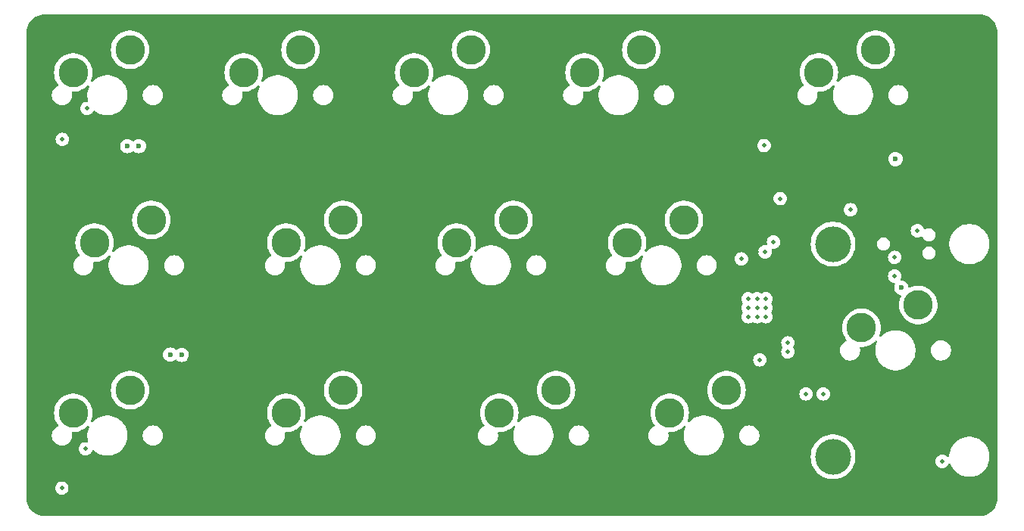
<source format=gbr>
%TF.GenerationSoftware,KiCad,Pcbnew,8.0.1-8.0.1-0~ubuntu23.10.1*%
%TF.CreationDate,2024-04-27T18:00:35-04:00*%
%TF.ProjectId,FunnyNumpad,46756e6e-794e-4756-9d70-61642e6b6963,rev?*%
%TF.SameCoordinates,Original*%
%TF.FileFunction,Copper,L2,Inr*%
%TF.FilePolarity,Positive*%
%FSLAX46Y46*%
G04 Gerber Fmt 4.6, Leading zero omitted, Abs format (unit mm)*
G04 Created by KiCad (PCBNEW 8.0.1-8.0.1-0~ubuntu23.10.1) date 2024-04-27 18:00:35*
%MOMM*%
%LPD*%
G01*
G04 APERTURE LIST*
%TA.AperFunction,ComponentPad*%
%ADD10C,4.000000*%
%TD*%
%TA.AperFunction,ComponentPad*%
%ADD11C,3.300000*%
%TD*%
%TA.AperFunction,HeatsinkPad*%
%ADD12C,0.500000*%
%TD*%
%TA.AperFunction,ViaPad*%
%ADD13C,0.500000*%
%TD*%
%TA.AperFunction,ViaPad*%
%ADD14C,0.600000*%
%TD*%
G04 APERTURE END LIST*
D10*
%TO.N,*%
%TO.C,STAB10*%
X146605625Y-90487500D03*
X146605625Y-114300000D03*
%TD*%
D11*
%TO.N,Net-(D204-K-Pad2)*%
%TO.C,MX12*%
X91836875Y-106838750D03*
%TO.N,/COL1*%
X85486875Y-109378750D03*
%TD*%
%TO.N,Net-(Q202-D)*%
%TO.C,MX11*%
X68024375Y-106838750D03*
%TO.N,/COL0*%
X61674375Y-109378750D03*
%TD*%
%TO.N,Net-(D202-K-Pad1)*%
%TO.C,MX3*%
X106124375Y-68738750D03*
%TO.N,/COL2*%
X99774375Y-71278750D03*
%TD*%
%TO.N,Net-(D207-K-Pad2)*%
%TO.C,MX10*%
X156130625Y-97313750D03*
%TO.N,/COL4*%
X149780625Y-99853750D03*
%TD*%
%TO.N,Net-(D205-K-Pad1)*%
%TO.C,MX13*%
X115649375Y-106838750D03*
%TO.N,/COL2*%
X109299375Y-109378750D03*
%TD*%
D12*
%TO.N,GND*%
%TO.C,U102*%
X139112500Y-96631250D03*
X138112500Y-96631250D03*
X137112500Y-96631250D03*
X139112500Y-97631250D03*
X138112500Y-97631250D03*
X137112500Y-97631250D03*
X139112500Y-98631250D03*
X138112500Y-98631250D03*
X137112500Y-98631250D03*
%TD*%
D11*
%TO.N,Net-(D203-K-Pad2)*%
%TO.C,MX7*%
X91836875Y-87788750D03*
%TO.N,/COL1*%
X85486875Y-90328750D03*
%TD*%
%TO.N,Net-(D206-K-Pad2)*%
%TO.C,MX9*%
X129936875Y-87788750D03*
%TO.N,/COL3*%
X123586875Y-90328750D03*
%TD*%
%TO.N,Net-(Q201-D)*%
%TO.C,MX1*%
X68024375Y-68738750D03*
%TO.N,/COL0*%
X61674375Y-71278750D03*
%TD*%
%TO.N,Net-(D202-K-Pad2)*%
%TO.C,MX4*%
X125174375Y-68738750D03*
%TO.N,/COL3*%
X118824375Y-71278750D03*
%TD*%
%TO.N,Net-(D206-K-Pad1)*%
%TO.C,MX8*%
X110886875Y-87788750D03*
%TO.N,/COL2*%
X104536875Y-90328750D03*
%TD*%
%TO.N,Net-(D203-K-Pad1)*%
%TO.C,MX6*%
X70405625Y-87788750D03*
%TO.N,/COL0*%
X64055625Y-90328750D03*
%TD*%
%TO.N,Net-(D207-K-Pad1)*%
%TO.C,MX5*%
X151368125Y-68738750D03*
%TO.N,/COL4*%
X145018125Y-71278750D03*
%TD*%
%TO.N,Net-(D205-K-Pad2)*%
%TO.C,MX14*%
X134699375Y-106838750D03*
%TO.N,/COL3*%
X128349375Y-109378750D03*
%TD*%
%TO.N,Net-(D201-K-Pad2)*%
%TO.C,MX2*%
X87074375Y-68738750D03*
%TO.N,/COL1*%
X80724375Y-71278750D03*
%TD*%
D13*
%TO.N,GND*%
X158820000Y-114810000D03*
%TO.N,+3.3V*%
X157610000Y-116170000D03*
%TO.N,Net-(U102-PH3)*%
X145500000Y-107260000D03*
X143590000Y-107260000D03*
D14*
%TO.N,/ENC2A*%
X73790000Y-102890000D03*
%TO.N,/ENC2B*%
X72510000Y-102870000D03*
%TO.N,/ENC1B*%
X67710000Y-79530000D03*
%TO.N,/ENC1A*%
X69000000Y-79530000D03*
%TO.N,/ROW0*%
X154240000Y-95380000D03*
X153590000Y-80980000D03*
D13*
%TO.N,GND*%
X140700000Y-85400000D03*
X136360000Y-92150000D03*
X141560000Y-101546875D03*
X156050000Y-88990000D03*
X141560000Y-102566875D03*
X139010000Y-91370000D03*
X63220000Y-75320000D03*
X139950000Y-90270000D03*
X138900000Y-79470000D03*
X63050000Y-113420000D03*
%TO.N,+3.3V*%
X137860000Y-100840000D03*
X60900000Y-81310000D03*
X136360000Y-94360000D03*
X63420000Y-119440000D03*
X139965000Y-100865000D03*
X138050000Y-91370000D03*
X153510000Y-88990000D03*
%TO.N,/SWDIO*%
X153500000Y-91980000D03*
X153500000Y-94070000D03*
%TO.N,/~{RST}*%
X138430000Y-103440000D03*
X148560000Y-86660000D03*
%TO.N,Net-(Q201-G)*%
X60460000Y-78770000D03*
%TO.N,Net-(Q202-G)*%
X60390000Y-117820000D03*
%TD*%
%TA.AperFunction,Conductor*%
%TO.N,+3.3V*%
G36*
X162930988Y-64794251D02*
G01*
X162992814Y-64794250D01*
X163000923Y-64794514D01*
X163249763Y-64810823D01*
X163265830Y-64812938D01*
X163506414Y-64860791D01*
X163522080Y-64864988D01*
X163754367Y-64943838D01*
X163769338Y-64950040D01*
X163972762Y-65050358D01*
X163989335Y-65058531D01*
X164003383Y-65066641D01*
X164207338Y-65202920D01*
X164220202Y-65212791D01*
X164404620Y-65374522D01*
X164416090Y-65385992D01*
X164577819Y-65570412D01*
X164587693Y-65583280D01*
X164723970Y-65787236D01*
X164732080Y-65801284D01*
X164840564Y-66021276D01*
X164846771Y-66036261D01*
X164925615Y-66268536D01*
X164929813Y-66284204D01*
X164977663Y-66524781D01*
X164979780Y-66540863D01*
X164996109Y-66790075D01*
X164996374Y-66798184D01*
X164996373Y-66868255D01*
X164996375Y-66868284D01*
X164996375Y-118870250D01*
X164996373Y-118870284D01*
X164996374Y-118939696D01*
X164996109Y-118947805D01*
X164979805Y-119196639D01*
X164977688Y-119212722D01*
X164929837Y-119453302D01*
X164925639Y-119468969D01*
X164846796Y-119701245D01*
X164840589Y-119716231D01*
X164732100Y-119936231D01*
X164723990Y-119950278D01*
X164587713Y-120154234D01*
X164577839Y-120167102D01*
X164416107Y-120351524D01*
X164404637Y-120362994D01*
X164220217Y-120524728D01*
X164207349Y-120534602D01*
X164003394Y-120670880D01*
X163989347Y-120678990D01*
X163769348Y-120787482D01*
X163754362Y-120793689D01*
X163522095Y-120872532D01*
X163506427Y-120876731D01*
X163265840Y-120924585D01*
X163249759Y-120926702D01*
X163001305Y-120942984D01*
X162993196Y-120943249D01*
X162923394Y-120943249D01*
X162923378Y-120943250D01*
X58463433Y-120943250D01*
X58455323Y-120942984D01*
X58432397Y-120941481D01*
X58206510Y-120926673D01*
X58190429Y-120924556D01*
X57949854Y-120876699D01*
X57934187Y-120872501D01*
X57701918Y-120793653D01*
X57686933Y-120787446D01*
X57466937Y-120678953D01*
X57452893Y-120670845D01*
X57248933Y-120534559D01*
X57236090Y-120524704D01*
X57051659Y-120362957D01*
X57040196Y-120351493D01*
X56878471Y-120167076D01*
X56868597Y-120154207D01*
X56732322Y-119950249D01*
X56724212Y-119936202D01*
X56615731Y-119716215D01*
X56609524Y-119701230D01*
X56530679Y-119468948D01*
X56526486Y-119453298D01*
X56478634Y-119212706D01*
X56476520Y-119196639D01*
X56460139Y-118946659D01*
X56459875Y-118938549D01*
X56459877Y-118877868D01*
X56459875Y-118877863D01*
X56459876Y-118870284D01*
X56459875Y-118870250D01*
X56459875Y-117820002D01*
X59634751Y-117820002D01*
X59653685Y-117988056D01*
X59709545Y-118147694D01*
X59709547Y-118147697D01*
X59799518Y-118290884D01*
X59799523Y-118290890D01*
X59919109Y-118410476D01*
X59919115Y-118410481D01*
X60062302Y-118500452D01*
X60062305Y-118500454D01*
X60062309Y-118500455D01*
X60062310Y-118500456D01*
X60134913Y-118525860D01*
X60221943Y-118556314D01*
X60389997Y-118575249D01*
X60390000Y-118575249D01*
X60390003Y-118575249D01*
X60558056Y-118556314D01*
X60558059Y-118556313D01*
X60717690Y-118500456D01*
X60717692Y-118500454D01*
X60717694Y-118500454D01*
X60717697Y-118500452D01*
X60860884Y-118410481D01*
X60860885Y-118410480D01*
X60860890Y-118410477D01*
X60980477Y-118290890D01*
X61070452Y-118147697D01*
X61070454Y-118147694D01*
X61070454Y-118147692D01*
X61070456Y-118147690D01*
X61126313Y-117988059D01*
X61126313Y-117988058D01*
X61126314Y-117988056D01*
X61145249Y-117820002D01*
X61145249Y-117819997D01*
X61126314Y-117651943D01*
X61070454Y-117492305D01*
X61070452Y-117492302D01*
X60980481Y-117349115D01*
X60980476Y-117349109D01*
X60860890Y-117229523D01*
X60860884Y-117229518D01*
X60717697Y-117139547D01*
X60717694Y-117139545D01*
X60558056Y-117083685D01*
X60390003Y-117064751D01*
X60389997Y-117064751D01*
X60221943Y-117083685D01*
X60062305Y-117139545D01*
X60062302Y-117139547D01*
X59919115Y-117229518D01*
X59919109Y-117229523D01*
X59799523Y-117349109D01*
X59799518Y-117349115D01*
X59709547Y-117492302D01*
X59709545Y-117492305D01*
X59653685Y-117651943D01*
X59634751Y-117819997D01*
X59634751Y-117820002D01*
X56459875Y-117820002D01*
X56459875Y-114300005D01*
X144100181Y-114300005D01*
X144119935Y-114614004D01*
X144119936Y-114614011D01*
X144143740Y-114738796D01*
X144157323Y-114810002D01*
X144178895Y-114923083D01*
X144276122Y-115222316D01*
X144276124Y-115222321D01*
X144410086Y-115507003D01*
X144410089Y-115507009D01*
X144578676Y-115772661D01*
X144578679Y-115772665D01*
X144779231Y-116015090D01*
X144779233Y-116015092D01*
X145008593Y-116230476D01*
X145008603Y-116230484D01*
X145263129Y-116415408D01*
X145263134Y-116415410D01*
X145263141Y-116415416D01*
X145538859Y-116566994D01*
X145538864Y-116566996D01*
X145538866Y-116566997D01*
X145538867Y-116566998D01*
X145831396Y-116682818D01*
X145831399Y-116682819D01*
X146136148Y-116761065D01*
X146136152Y-116761066D01*
X146201635Y-116769338D01*
X146448295Y-116800499D01*
X146448304Y-116800499D01*
X146448307Y-116800500D01*
X146448309Y-116800500D01*
X146762941Y-116800500D01*
X146762943Y-116800500D01*
X146762946Y-116800499D01*
X146762954Y-116800499D01*
X146949218Y-116776968D01*
X147075098Y-116761066D01*
X147379850Y-116682819D01*
X147379853Y-116682818D01*
X147672382Y-116566998D01*
X147672383Y-116566997D01*
X147672381Y-116566997D01*
X147672391Y-116566994D01*
X147948109Y-116415416D01*
X148202655Y-116230478D01*
X148432015Y-116015094D01*
X148632572Y-115772663D01*
X148801162Y-115507007D01*
X148935128Y-115222315D01*
X149032356Y-114923079D01*
X149053927Y-114810002D01*
X158064751Y-114810002D01*
X158083685Y-114978056D01*
X158139545Y-115137694D01*
X158139547Y-115137697D01*
X158229518Y-115280884D01*
X158229523Y-115280890D01*
X158349109Y-115400476D01*
X158349115Y-115400481D01*
X158492302Y-115490452D01*
X158492305Y-115490454D01*
X158492309Y-115490455D01*
X158492310Y-115490456D01*
X158539616Y-115507009D01*
X158651943Y-115546314D01*
X158819997Y-115565249D01*
X158820000Y-115565249D01*
X158820003Y-115565249D01*
X158988056Y-115546314D01*
X158988059Y-115546313D01*
X159147690Y-115490456D01*
X159147692Y-115490454D01*
X159147694Y-115490454D01*
X159147697Y-115490452D01*
X159290884Y-115400481D01*
X159290885Y-115400480D01*
X159290890Y-115400477D01*
X159410477Y-115280890D01*
X159447282Y-115222316D01*
X159500452Y-115137697D01*
X159500453Y-115137695D01*
X159500453Y-115137694D01*
X159500456Y-115137690D01*
X159513523Y-115100344D01*
X159554242Y-115043571D01*
X159619194Y-115017822D01*
X159687756Y-115031277D01*
X159738160Y-115079663D01*
X159745125Y-115093847D01*
X159828362Y-115294799D01*
X159828367Y-115294810D01*
X159975465Y-115549589D01*
X159975476Y-115549605D01*
X160154573Y-115783009D01*
X160154579Y-115783016D01*
X160362608Y-115991045D01*
X160362615Y-115991051D01*
X160528830Y-116118592D01*
X160596028Y-116170155D01*
X160596035Y-116170159D01*
X160850814Y-116317257D01*
X160850830Y-116317265D01*
X161122630Y-116429847D01*
X161122632Y-116429847D01*
X161122638Y-116429850D01*
X161406825Y-116505998D01*
X161698519Y-116544400D01*
X161698526Y-116544400D01*
X161992724Y-116544400D01*
X161992731Y-116544400D01*
X162284425Y-116505998D01*
X162568612Y-116429850D01*
X162641943Y-116399475D01*
X162840419Y-116317265D01*
X162840422Y-116317263D01*
X162840428Y-116317261D01*
X163095222Y-116170155D01*
X163328636Y-115991050D01*
X163536675Y-115783011D01*
X163715780Y-115549597D01*
X163862886Y-115294803D01*
X163868652Y-115280884D01*
X163975472Y-115022994D01*
X163975471Y-115022994D01*
X163975475Y-115022987D01*
X164051623Y-114738800D01*
X164090025Y-114447106D01*
X164090025Y-114152894D01*
X164051623Y-113861200D01*
X163975475Y-113577013D01*
X163975472Y-113577005D01*
X163862890Y-113305205D01*
X163862882Y-113305189D01*
X163715784Y-113050410D01*
X163715780Y-113050403D01*
X163544616Y-112827338D01*
X163536676Y-112816990D01*
X163536670Y-112816983D01*
X163328641Y-112608954D01*
X163328634Y-112608948D01*
X163095230Y-112429851D01*
X163095228Y-112429849D01*
X163095222Y-112429845D01*
X163095217Y-112429842D01*
X163095214Y-112429840D01*
X162840435Y-112282742D01*
X162840419Y-112282734D01*
X162568619Y-112170152D01*
X162284421Y-112094001D01*
X161992741Y-112055601D01*
X161992736Y-112055600D01*
X161992731Y-112055600D01*
X161698519Y-112055600D01*
X161698513Y-112055600D01*
X161698508Y-112055601D01*
X161406828Y-112094001D01*
X161122630Y-112170152D01*
X160850830Y-112282734D01*
X160850814Y-112282742D01*
X160596035Y-112429840D01*
X160596019Y-112429851D01*
X160362615Y-112608948D01*
X160362608Y-112608954D01*
X160154579Y-112816983D01*
X160154573Y-112816990D01*
X159975476Y-113050394D01*
X159975465Y-113050410D01*
X159828367Y-113305189D01*
X159828359Y-113305205D01*
X159715777Y-113577005D01*
X159639626Y-113861203D01*
X159601226Y-114152883D01*
X159601225Y-114152900D01*
X159601225Y-114230496D01*
X159581540Y-114297535D01*
X159528736Y-114343290D01*
X159459578Y-114353234D01*
X159396022Y-114324209D01*
X159389544Y-114318177D01*
X159290890Y-114219523D01*
X159290884Y-114219518D01*
X159147697Y-114129547D01*
X159147694Y-114129545D01*
X158988056Y-114073685D01*
X158820003Y-114054751D01*
X158819997Y-114054751D01*
X158651943Y-114073685D01*
X158492305Y-114129545D01*
X158492302Y-114129547D01*
X158349115Y-114219518D01*
X158349109Y-114219523D01*
X158229523Y-114339109D01*
X158229518Y-114339115D01*
X158139547Y-114482302D01*
X158139545Y-114482305D01*
X158083685Y-114641943D01*
X158064751Y-114809997D01*
X158064751Y-114810002D01*
X149053927Y-114810002D01*
X149091313Y-114614015D01*
X149099599Y-114482310D01*
X149111069Y-114300005D01*
X149111069Y-114299994D01*
X149091314Y-113985995D01*
X149091313Y-113985988D01*
X149091313Y-113985985D01*
X149032356Y-113676921D01*
X148935128Y-113377685D01*
X148901021Y-113305205D01*
X148875957Y-113251941D01*
X148801162Y-113092993D01*
X148717900Y-112961792D01*
X148632573Y-112827338D01*
X148632570Y-112827334D01*
X148432018Y-112584909D01*
X148432016Y-112584907D01*
X148202656Y-112369523D01*
X148202646Y-112369515D01*
X147948120Y-112184591D01*
X147948113Y-112184586D01*
X147948109Y-112184584D01*
X147672391Y-112033006D01*
X147672388Y-112033004D01*
X147672383Y-112033002D01*
X147672382Y-112033001D01*
X147379853Y-111917181D01*
X147379850Y-111917180D01*
X147075101Y-111838934D01*
X147075088Y-111838932D01*
X146762954Y-111799500D01*
X146762943Y-111799500D01*
X146448307Y-111799500D01*
X146448295Y-111799500D01*
X146136161Y-111838932D01*
X146136148Y-111838934D01*
X145831399Y-111917180D01*
X145831396Y-111917181D01*
X145538867Y-112033001D01*
X145538866Y-112033002D01*
X145263141Y-112184584D01*
X145263129Y-112184591D01*
X145008603Y-112369515D01*
X145008593Y-112369523D01*
X144779233Y-112584907D01*
X144779231Y-112584909D01*
X144578679Y-112827334D01*
X144578676Y-112827338D01*
X144410089Y-113092990D01*
X144410086Y-113092996D01*
X144276124Y-113377678D01*
X144276122Y-113377683D01*
X144178895Y-113676916D01*
X144119936Y-113985988D01*
X144119935Y-113985995D01*
X144100181Y-114299994D01*
X144100181Y-114300005D01*
X56459875Y-114300005D01*
X56459875Y-112007328D01*
X59278875Y-112007328D01*
X59306589Y-112182306D01*
X59361331Y-112350789D01*
X59361332Y-112350792D01*
X59441761Y-112508640D01*
X59545892Y-112651964D01*
X59671161Y-112777233D01*
X59814485Y-112881364D01*
X59877659Y-112913553D01*
X59972332Y-112961792D01*
X59972335Y-112961793D01*
X60056576Y-112989164D01*
X60140820Y-113016536D01*
X60315796Y-113044250D01*
X60315797Y-113044250D01*
X60492953Y-113044250D01*
X60492954Y-113044250D01*
X60667930Y-113016536D01*
X60836417Y-112961792D01*
X60994265Y-112881364D01*
X61137589Y-112777233D01*
X61262858Y-112651964D01*
X61366989Y-112508640D01*
X61447417Y-112350792D01*
X61502161Y-112182305D01*
X61529875Y-112007329D01*
X61529875Y-111830171D01*
X61504925Y-111672646D01*
X61513879Y-111603355D01*
X61558875Y-111549903D01*
X61625627Y-111529263D01*
X61627398Y-111529250D01*
X61821474Y-111529250D01*
X61852895Y-111524930D01*
X62112930Y-111489190D01*
X62396216Y-111409817D01*
X62666057Y-111292609D01*
X62917424Y-111139749D01*
X63145635Y-110954085D01*
X63233864Y-110859614D01*
X63294006Y-110824056D01*
X63363827Y-110826658D01*
X63421158Y-110866596D01*
X63447796Y-110931188D01*
X63439047Y-110991704D01*
X63354527Y-111195755D01*
X63278376Y-111479953D01*
X63239976Y-111771633D01*
X63239975Y-111771650D01*
X63239975Y-112065849D01*
X63239976Y-112065866D01*
X63277486Y-112350789D01*
X63278377Y-112357550D01*
X63297748Y-112429845D01*
X63323291Y-112525169D01*
X63321628Y-112595019D01*
X63282466Y-112652882D01*
X63218237Y-112680386D01*
X63189633Y-112680483D01*
X63050004Y-112664751D01*
X63049997Y-112664751D01*
X62881943Y-112683685D01*
X62722305Y-112739545D01*
X62722302Y-112739547D01*
X62579115Y-112829518D01*
X62579109Y-112829523D01*
X62459523Y-112949109D01*
X62459518Y-112949115D01*
X62369547Y-113092302D01*
X62369545Y-113092305D01*
X62313685Y-113251943D01*
X62294751Y-113419997D01*
X62294751Y-113420002D01*
X62313685Y-113588056D01*
X62369545Y-113747694D01*
X62369547Y-113747697D01*
X62459518Y-113890884D01*
X62459523Y-113890890D01*
X62579109Y-114010476D01*
X62579115Y-114010481D01*
X62722302Y-114100452D01*
X62722305Y-114100454D01*
X62722309Y-114100455D01*
X62722310Y-114100456D01*
X62791733Y-114124748D01*
X62881943Y-114156314D01*
X63049997Y-114175249D01*
X63050000Y-114175249D01*
X63050003Y-114175249D01*
X63218056Y-114156314D01*
X63227861Y-114152883D01*
X63377690Y-114100456D01*
X63377692Y-114100454D01*
X63377694Y-114100454D01*
X63377697Y-114100452D01*
X63520884Y-114010481D01*
X63520885Y-114010480D01*
X63520890Y-114010477D01*
X63640477Y-113890890D01*
X63659133Y-113861200D01*
X63730452Y-113747697D01*
X63730455Y-113747691D01*
X63730456Y-113747690D01*
X63771242Y-113631128D01*
X63811964Y-113574353D01*
X63876916Y-113548605D01*
X63945478Y-113562061D01*
X63975965Y-113584402D01*
X64001358Y-113609795D01*
X64001364Y-113609800D01*
X64234778Y-113788905D01*
X64234785Y-113788909D01*
X64489564Y-113936007D01*
X64489580Y-113936015D01*
X64761380Y-114048597D01*
X64761382Y-114048597D01*
X64761388Y-114048600D01*
X65045575Y-114124748D01*
X65337269Y-114163150D01*
X65337276Y-114163150D01*
X65631474Y-114163150D01*
X65631481Y-114163150D01*
X65923175Y-114124748D01*
X66207362Y-114048600D01*
X66358529Y-113985985D01*
X66479169Y-113936015D01*
X66479172Y-113936013D01*
X66479178Y-113936011D01*
X66733972Y-113788905D01*
X66967386Y-113609800D01*
X67175425Y-113401761D01*
X67354530Y-113168347D01*
X67501636Y-112913553D01*
X67514970Y-112881363D01*
X67614222Y-112641744D01*
X67614221Y-112641744D01*
X67614225Y-112641737D01*
X67690373Y-112357550D01*
X67728775Y-112065856D01*
X67728775Y-112007328D01*
X69438875Y-112007328D01*
X69466589Y-112182306D01*
X69521331Y-112350789D01*
X69521332Y-112350792D01*
X69601761Y-112508640D01*
X69705892Y-112651964D01*
X69831161Y-112777233D01*
X69974485Y-112881364D01*
X70037659Y-112913553D01*
X70132332Y-112961792D01*
X70132335Y-112961793D01*
X70216576Y-112989164D01*
X70300820Y-113016536D01*
X70475796Y-113044250D01*
X70475797Y-113044250D01*
X70652953Y-113044250D01*
X70652954Y-113044250D01*
X70827930Y-113016536D01*
X70996417Y-112961792D01*
X71154265Y-112881364D01*
X71297589Y-112777233D01*
X71422858Y-112651964D01*
X71526989Y-112508640D01*
X71607417Y-112350792D01*
X71662161Y-112182305D01*
X71689875Y-112007329D01*
X71689875Y-112007328D01*
X83091375Y-112007328D01*
X83119089Y-112182306D01*
X83173831Y-112350789D01*
X83173832Y-112350792D01*
X83254261Y-112508640D01*
X83358392Y-112651964D01*
X83483661Y-112777233D01*
X83626985Y-112881364D01*
X83690159Y-112913553D01*
X83784832Y-112961792D01*
X83784835Y-112961793D01*
X83869076Y-112989164D01*
X83953320Y-113016536D01*
X84128296Y-113044250D01*
X84128297Y-113044250D01*
X84305453Y-113044250D01*
X84305454Y-113044250D01*
X84480430Y-113016536D01*
X84648917Y-112961792D01*
X84806765Y-112881364D01*
X84950089Y-112777233D01*
X85075358Y-112651964D01*
X85179489Y-112508640D01*
X85259917Y-112350792D01*
X85314661Y-112182305D01*
X85342375Y-112007329D01*
X85342375Y-111830171D01*
X85317425Y-111672646D01*
X85326379Y-111603355D01*
X85371375Y-111549903D01*
X85438127Y-111529263D01*
X85439898Y-111529250D01*
X85633974Y-111529250D01*
X85665395Y-111524930D01*
X85925430Y-111489190D01*
X86208716Y-111409817D01*
X86478557Y-111292609D01*
X86729924Y-111139749D01*
X86958135Y-110954085D01*
X87046364Y-110859614D01*
X87106506Y-110824056D01*
X87176327Y-110826658D01*
X87233658Y-110866596D01*
X87260296Y-110931188D01*
X87251547Y-110991704D01*
X87167027Y-111195755D01*
X87090876Y-111479953D01*
X87052476Y-111771633D01*
X87052475Y-111771650D01*
X87052475Y-112065849D01*
X87052476Y-112065866D01*
X87089986Y-112350789D01*
X87090877Y-112357550D01*
X87110248Y-112429845D01*
X87167027Y-112641744D01*
X87279609Y-112913544D01*
X87279617Y-112913560D01*
X87426715Y-113168339D01*
X87426726Y-113168355D01*
X87605823Y-113401759D01*
X87605829Y-113401766D01*
X87813858Y-113609795D01*
X87813864Y-113609800D01*
X88047278Y-113788905D01*
X88047285Y-113788909D01*
X88302064Y-113936007D01*
X88302080Y-113936015D01*
X88573880Y-114048597D01*
X88573882Y-114048597D01*
X88573888Y-114048600D01*
X88858075Y-114124748D01*
X89149769Y-114163150D01*
X89149776Y-114163150D01*
X89443974Y-114163150D01*
X89443981Y-114163150D01*
X89735675Y-114124748D01*
X90019862Y-114048600D01*
X90171029Y-113985985D01*
X90291669Y-113936015D01*
X90291672Y-113936013D01*
X90291678Y-113936011D01*
X90546472Y-113788905D01*
X90779886Y-113609800D01*
X90987925Y-113401761D01*
X91167030Y-113168347D01*
X91314136Y-112913553D01*
X91327470Y-112881363D01*
X91426722Y-112641744D01*
X91426721Y-112641744D01*
X91426725Y-112641737D01*
X91502873Y-112357550D01*
X91541275Y-112065856D01*
X91541275Y-112007328D01*
X93251375Y-112007328D01*
X93279089Y-112182306D01*
X93333831Y-112350789D01*
X93333832Y-112350792D01*
X93414261Y-112508640D01*
X93518392Y-112651964D01*
X93643661Y-112777233D01*
X93786985Y-112881364D01*
X93850159Y-112913553D01*
X93944832Y-112961792D01*
X93944835Y-112961793D01*
X94029076Y-112989164D01*
X94113320Y-113016536D01*
X94288296Y-113044250D01*
X94288297Y-113044250D01*
X94465453Y-113044250D01*
X94465454Y-113044250D01*
X94640430Y-113016536D01*
X94808917Y-112961792D01*
X94966765Y-112881364D01*
X95110089Y-112777233D01*
X95235358Y-112651964D01*
X95339489Y-112508640D01*
X95419917Y-112350792D01*
X95474661Y-112182305D01*
X95502375Y-112007329D01*
X95502375Y-112007328D01*
X106903875Y-112007328D01*
X106931589Y-112182306D01*
X106986331Y-112350789D01*
X106986332Y-112350792D01*
X107066761Y-112508640D01*
X107170892Y-112651964D01*
X107296161Y-112777233D01*
X107439485Y-112881364D01*
X107502659Y-112913553D01*
X107597332Y-112961792D01*
X107597335Y-112961793D01*
X107681576Y-112989164D01*
X107765820Y-113016536D01*
X107940796Y-113044250D01*
X107940797Y-113044250D01*
X108117953Y-113044250D01*
X108117954Y-113044250D01*
X108292930Y-113016536D01*
X108461417Y-112961792D01*
X108619265Y-112881364D01*
X108762589Y-112777233D01*
X108887858Y-112651964D01*
X108991989Y-112508640D01*
X109072417Y-112350792D01*
X109127161Y-112182305D01*
X109154875Y-112007329D01*
X109154875Y-111830171D01*
X109129925Y-111672646D01*
X109138879Y-111603355D01*
X109183875Y-111549903D01*
X109250627Y-111529263D01*
X109252398Y-111529250D01*
X109446474Y-111529250D01*
X109477895Y-111524930D01*
X109737930Y-111489190D01*
X110021216Y-111409817D01*
X110291057Y-111292609D01*
X110542424Y-111139749D01*
X110770635Y-110954085D01*
X110858864Y-110859614D01*
X110919006Y-110824056D01*
X110988827Y-110826658D01*
X111046158Y-110866596D01*
X111072796Y-110931188D01*
X111064047Y-110991704D01*
X110979527Y-111195755D01*
X110903376Y-111479953D01*
X110864976Y-111771633D01*
X110864975Y-111771650D01*
X110864975Y-112065849D01*
X110864976Y-112065866D01*
X110902486Y-112350789D01*
X110903377Y-112357550D01*
X110922748Y-112429845D01*
X110979527Y-112641744D01*
X111092109Y-112913544D01*
X111092117Y-112913560D01*
X111239215Y-113168339D01*
X111239226Y-113168355D01*
X111418323Y-113401759D01*
X111418329Y-113401766D01*
X111626358Y-113609795D01*
X111626364Y-113609800D01*
X111859778Y-113788905D01*
X111859785Y-113788909D01*
X112114564Y-113936007D01*
X112114580Y-113936015D01*
X112386380Y-114048597D01*
X112386382Y-114048597D01*
X112386388Y-114048600D01*
X112670575Y-114124748D01*
X112962269Y-114163150D01*
X112962276Y-114163150D01*
X113256474Y-114163150D01*
X113256481Y-114163150D01*
X113548175Y-114124748D01*
X113832362Y-114048600D01*
X113983529Y-113985985D01*
X114104169Y-113936015D01*
X114104172Y-113936013D01*
X114104178Y-113936011D01*
X114358972Y-113788905D01*
X114592386Y-113609800D01*
X114800425Y-113401761D01*
X114979530Y-113168347D01*
X115126636Y-112913553D01*
X115139970Y-112881363D01*
X115239222Y-112641744D01*
X115239221Y-112641744D01*
X115239225Y-112641737D01*
X115315373Y-112357550D01*
X115353775Y-112065856D01*
X115353775Y-112007328D01*
X117063875Y-112007328D01*
X117091589Y-112182306D01*
X117146331Y-112350789D01*
X117146332Y-112350792D01*
X117226761Y-112508640D01*
X117330892Y-112651964D01*
X117456161Y-112777233D01*
X117599485Y-112881364D01*
X117662659Y-112913553D01*
X117757332Y-112961792D01*
X117757335Y-112961793D01*
X117841576Y-112989164D01*
X117925820Y-113016536D01*
X118100796Y-113044250D01*
X118100797Y-113044250D01*
X118277953Y-113044250D01*
X118277954Y-113044250D01*
X118452930Y-113016536D01*
X118621417Y-112961792D01*
X118779265Y-112881364D01*
X118922589Y-112777233D01*
X119047858Y-112651964D01*
X119151989Y-112508640D01*
X119232417Y-112350792D01*
X119287161Y-112182305D01*
X119314875Y-112007329D01*
X119314875Y-112007328D01*
X125953875Y-112007328D01*
X125981589Y-112182306D01*
X126036331Y-112350789D01*
X126036332Y-112350792D01*
X126116761Y-112508640D01*
X126220892Y-112651964D01*
X126346161Y-112777233D01*
X126489485Y-112881364D01*
X126552659Y-112913553D01*
X126647332Y-112961792D01*
X126647335Y-112961793D01*
X126731576Y-112989164D01*
X126815820Y-113016536D01*
X126990796Y-113044250D01*
X126990797Y-113044250D01*
X127167953Y-113044250D01*
X127167954Y-113044250D01*
X127342930Y-113016536D01*
X127511417Y-112961792D01*
X127669265Y-112881364D01*
X127812589Y-112777233D01*
X127937858Y-112651964D01*
X128041989Y-112508640D01*
X128122417Y-112350792D01*
X128177161Y-112182305D01*
X128204875Y-112007329D01*
X128204875Y-111830171D01*
X128179925Y-111672646D01*
X128188879Y-111603355D01*
X128233875Y-111549903D01*
X128300627Y-111529263D01*
X128302398Y-111529250D01*
X128496474Y-111529250D01*
X128527895Y-111524930D01*
X128787930Y-111489190D01*
X129071216Y-111409817D01*
X129341057Y-111292609D01*
X129592424Y-111139749D01*
X129820635Y-110954085D01*
X129908864Y-110859614D01*
X129969006Y-110824056D01*
X130038827Y-110826658D01*
X130096158Y-110866596D01*
X130122796Y-110931188D01*
X130114047Y-110991704D01*
X130029527Y-111195755D01*
X129953376Y-111479953D01*
X129914976Y-111771633D01*
X129914975Y-111771650D01*
X129914975Y-112065849D01*
X129914976Y-112065866D01*
X129952486Y-112350789D01*
X129953377Y-112357550D01*
X129972748Y-112429845D01*
X130029527Y-112641744D01*
X130142109Y-112913544D01*
X130142117Y-112913560D01*
X130289215Y-113168339D01*
X130289226Y-113168355D01*
X130468323Y-113401759D01*
X130468329Y-113401766D01*
X130676358Y-113609795D01*
X130676364Y-113609800D01*
X130909778Y-113788905D01*
X130909785Y-113788909D01*
X131164564Y-113936007D01*
X131164580Y-113936015D01*
X131436380Y-114048597D01*
X131436382Y-114048597D01*
X131436388Y-114048600D01*
X131720575Y-114124748D01*
X132012269Y-114163150D01*
X132012276Y-114163150D01*
X132306474Y-114163150D01*
X132306481Y-114163150D01*
X132598175Y-114124748D01*
X132882362Y-114048600D01*
X133033529Y-113985985D01*
X133154169Y-113936015D01*
X133154172Y-113936013D01*
X133154178Y-113936011D01*
X133408972Y-113788905D01*
X133642386Y-113609800D01*
X133850425Y-113401761D01*
X134029530Y-113168347D01*
X134176636Y-112913553D01*
X134189970Y-112881363D01*
X134289222Y-112641744D01*
X134289221Y-112641744D01*
X134289225Y-112641737D01*
X134365373Y-112357550D01*
X134403775Y-112065856D01*
X134403775Y-112007328D01*
X136113875Y-112007328D01*
X136141589Y-112182306D01*
X136196331Y-112350789D01*
X136196332Y-112350792D01*
X136276761Y-112508640D01*
X136380892Y-112651964D01*
X136506161Y-112777233D01*
X136649485Y-112881364D01*
X136712659Y-112913553D01*
X136807332Y-112961792D01*
X136807335Y-112961793D01*
X136891576Y-112989164D01*
X136975820Y-113016536D01*
X137150796Y-113044250D01*
X137150797Y-113044250D01*
X137327953Y-113044250D01*
X137327954Y-113044250D01*
X137502930Y-113016536D01*
X137671417Y-112961792D01*
X137829265Y-112881364D01*
X137972589Y-112777233D01*
X138097858Y-112651964D01*
X138201989Y-112508640D01*
X138282417Y-112350792D01*
X138337161Y-112182305D01*
X138364875Y-112007329D01*
X138364875Y-111830171D01*
X138337161Y-111655195D01*
X138293153Y-111519749D01*
X138282418Y-111486710D01*
X138282417Y-111486707D01*
X138201988Y-111328859D01*
X138175653Y-111292612D01*
X138097858Y-111185536D01*
X137972589Y-111060267D01*
X137829265Y-110956136D01*
X137825240Y-110954085D01*
X137671417Y-110875707D01*
X137671414Y-110875706D01*
X137502931Y-110820964D01*
X137415442Y-110807107D01*
X137327954Y-110793250D01*
X137150796Y-110793250D01*
X137092470Y-110802488D01*
X136975818Y-110820964D01*
X136807335Y-110875706D01*
X136807332Y-110875707D01*
X136649484Y-110956136D01*
X136567713Y-111015546D01*
X136506161Y-111060267D01*
X136506159Y-111060269D01*
X136506158Y-111060269D01*
X136380894Y-111185533D01*
X136380894Y-111185534D01*
X136380892Y-111185536D01*
X136373462Y-111195763D01*
X136276761Y-111328859D01*
X136196332Y-111486707D01*
X136196331Y-111486710D01*
X136141589Y-111655193D01*
X136113875Y-111830171D01*
X136113875Y-112007328D01*
X134403775Y-112007328D01*
X134403775Y-111771644D01*
X134365373Y-111479950D01*
X134289225Y-111195763D01*
X134284988Y-111185533D01*
X134176640Y-110923955D01*
X134176632Y-110923939D01*
X134029534Y-110669160D01*
X134029530Y-110669153D01*
X133898762Y-110498733D01*
X133850426Y-110435740D01*
X133850420Y-110435733D01*
X133642391Y-110227704D01*
X133642384Y-110227698D01*
X133408980Y-110048601D01*
X133408978Y-110048599D01*
X133408972Y-110048595D01*
X133408967Y-110048592D01*
X133408964Y-110048590D01*
X133154185Y-109901492D01*
X133154169Y-109901484D01*
X132882369Y-109788902D01*
X132598171Y-109712751D01*
X132306491Y-109674351D01*
X132306486Y-109674350D01*
X132306481Y-109674350D01*
X132012269Y-109674350D01*
X132012263Y-109674350D01*
X132012258Y-109674351D01*
X131720578Y-109712751D01*
X131436380Y-109788902D01*
X131164580Y-109901484D01*
X131164564Y-109901492D01*
X130909785Y-110048590D01*
X130909769Y-110048601D01*
X130676366Y-110227697D01*
X130526631Y-110377432D01*
X130465308Y-110410916D01*
X130395616Y-110405932D01*
X130339683Y-110364060D01*
X130315266Y-110298596D01*
X130325216Y-110240347D01*
X130326442Y-110237523D01*
X130326447Y-110237514D01*
X130329934Y-110227704D01*
X130393586Y-110048601D01*
X130424967Y-109960304D01*
X130424967Y-109960299D01*
X130424970Y-109960293D01*
X130460585Y-109788900D01*
X130484823Y-109672261D01*
X130504900Y-109378750D01*
X130484823Y-109085239D01*
X130456552Y-108949190D01*
X130424970Y-108797206D01*
X130424965Y-108797190D01*
X130354795Y-108599751D01*
X130326447Y-108519986D01*
X130191097Y-108258774D01*
X130191096Y-108258772D01*
X130191092Y-108258766D01*
X130021442Y-108018426D01*
X129820631Y-107803411D01*
X129592420Y-107617748D01*
X129341055Y-107464889D01*
X129341050Y-107464887D01*
X129071220Y-107347684D01*
X128787935Y-107268311D01*
X128787931Y-107268310D01*
X128787930Y-107268310D01*
X128642201Y-107248280D01*
X128496474Y-107228250D01*
X128496473Y-107228250D01*
X128202277Y-107228250D01*
X128202276Y-107228250D01*
X127910820Y-107268310D01*
X127910814Y-107268311D01*
X127627529Y-107347684D01*
X127357699Y-107464887D01*
X127357694Y-107464889D01*
X127106329Y-107617748D01*
X126878118Y-107803411D01*
X126677307Y-108018426D01*
X126507657Y-108258766D01*
X126507653Y-108258772D01*
X126372302Y-108519987D01*
X126273784Y-108797190D01*
X126273779Y-108797206D01*
X126213927Y-109085236D01*
X126213926Y-109085238D01*
X126193850Y-109378750D01*
X126213926Y-109672261D01*
X126213927Y-109672263D01*
X126273779Y-109960293D01*
X126273784Y-109960309D01*
X126372302Y-110237512D01*
X126507653Y-110498727D01*
X126507657Y-110498733D01*
X126657736Y-110711347D01*
X126680315Y-110777468D01*
X126663561Y-110845299D01*
X126612795Y-110893305D01*
X126612728Y-110893339D01*
X126489486Y-110956134D01*
X126389220Y-111028982D01*
X126346161Y-111060267D01*
X126346159Y-111060269D01*
X126346158Y-111060269D01*
X126220894Y-111185533D01*
X126220894Y-111185534D01*
X126220892Y-111185536D01*
X126213462Y-111195763D01*
X126116761Y-111328859D01*
X126036332Y-111486707D01*
X126036331Y-111486710D01*
X125981589Y-111655193D01*
X125953875Y-111830171D01*
X125953875Y-112007328D01*
X119314875Y-112007328D01*
X119314875Y-111830171D01*
X119287161Y-111655195D01*
X119243153Y-111519749D01*
X119232418Y-111486710D01*
X119232417Y-111486707D01*
X119151988Y-111328859D01*
X119125653Y-111292612D01*
X119047858Y-111185536D01*
X118922589Y-111060267D01*
X118779265Y-110956136D01*
X118775240Y-110954085D01*
X118621417Y-110875707D01*
X118621414Y-110875706D01*
X118452931Y-110820964D01*
X118365442Y-110807107D01*
X118277954Y-110793250D01*
X118100796Y-110793250D01*
X118042470Y-110802488D01*
X117925818Y-110820964D01*
X117757335Y-110875706D01*
X117757332Y-110875707D01*
X117599484Y-110956136D01*
X117517713Y-111015546D01*
X117456161Y-111060267D01*
X117456159Y-111060269D01*
X117456158Y-111060269D01*
X117330894Y-111185533D01*
X117330894Y-111185534D01*
X117330892Y-111185536D01*
X117323462Y-111195763D01*
X117226761Y-111328859D01*
X117146332Y-111486707D01*
X117146331Y-111486710D01*
X117091589Y-111655193D01*
X117063875Y-111830171D01*
X117063875Y-112007328D01*
X115353775Y-112007328D01*
X115353775Y-111771644D01*
X115315373Y-111479950D01*
X115239225Y-111195763D01*
X115234988Y-111185533D01*
X115126640Y-110923955D01*
X115126632Y-110923939D01*
X114979534Y-110669160D01*
X114979530Y-110669153D01*
X114848762Y-110498733D01*
X114800426Y-110435740D01*
X114800420Y-110435733D01*
X114592391Y-110227704D01*
X114592384Y-110227698D01*
X114358980Y-110048601D01*
X114358978Y-110048599D01*
X114358972Y-110048595D01*
X114358967Y-110048592D01*
X114358964Y-110048590D01*
X114104185Y-109901492D01*
X114104169Y-109901484D01*
X113832369Y-109788902D01*
X113548171Y-109712751D01*
X113256491Y-109674351D01*
X113256486Y-109674350D01*
X113256481Y-109674350D01*
X112962269Y-109674350D01*
X112962263Y-109674350D01*
X112962258Y-109674351D01*
X112670578Y-109712751D01*
X112386380Y-109788902D01*
X112114580Y-109901484D01*
X112114564Y-109901492D01*
X111859785Y-110048590D01*
X111859769Y-110048601D01*
X111626366Y-110227697D01*
X111476631Y-110377432D01*
X111415308Y-110410916D01*
X111345616Y-110405932D01*
X111289683Y-110364060D01*
X111265266Y-110298596D01*
X111275216Y-110240347D01*
X111276442Y-110237523D01*
X111276447Y-110237514D01*
X111279934Y-110227704D01*
X111343586Y-110048601D01*
X111374967Y-109960304D01*
X111374967Y-109960299D01*
X111374970Y-109960293D01*
X111410585Y-109788900D01*
X111434823Y-109672261D01*
X111454900Y-109378750D01*
X111434823Y-109085239D01*
X111406552Y-108949190D01*
X111374970Y-108797206D01*
X111374965Y-108797190D01*
X111304795Y-108599751D01*
X111276447Y-108519986D01*
X111141097Y-108258774D01*
X111141096Y-108258772D01*
X111141092Y-108258766D01*
X110971442Y-108018426D01*
X110770631Y-107803411D01*
X110542420Y-107617748D01*
X110291055Y-107464889D01*
X110291050Y-107464887D01*
X110021220Y-107347684D01*
X109737935Y-107268311D01*
X109737931Y-107268310D01*
X109737930Y-107268310D01*
X109592201Y-107248280D01*
X109446474Y-107228250D01*
X109446473Y-107228250D01*
X109152277Y-107228250D01*
X109152276Y-107228250D01*
X108860820Y-107268310D01*
X108860814Y-107268311D01*
X108577529Y-107347684D01*
X108307699Y-107464887D01*
X108307694Y-107464889D01*
X108056329Y-107617748D01*
X107828118Y-107803411D01*
X107627307Y-108018426D01*
X107457657Y-108258766D01*
X107457653Y-108258772D01*
X107322302Y-108519987D01*
X107223784Y-108797190D01*
X107223779Y-108797206D01*
X107163927Y-109085236D01*
X107163926Y-109085238D01*
X107143850Y-109378750D01*
X107163926Y-109672261D01*
X107163927Y-109672263D01*
X107223779Y-109960293D01*
X107223784Y-109960309D01*
X107322302Y-110237512D01*
X107457653Y-110498727D01*
X107457657Y-110498733D01*
X107607736Y-110711347D01*
X107630315Y-110777468D01*
X107613561Y-110845299D01*
X107562795Y-110893305D01*
X107562728Y-110893339D01*
X107439486Y-110956134D01*
X107339220Y-111028982D01*
X107296161Y-111060267D01*
X107296159Y-111060269D01*
X107296158Y-111060269D01*
X107170894Y-111185533D01*
X107170894Y-111185534D01*
X107170892Y-111185536D01*
X107163462Y-111195763D01*
X107066761Y-111328859D01*
X106986332Y-111486707D01*
X106986331Y-111486710D01*
X106931589Y-111655193D01*
X106903875Y-111830171D01*
X106903875Y-112007328D01*
X95502375Y-112007328D01*
X95502375Y-111830171D01*
X95474661Y-111655195D01*
X95430653Y-111519749D01*
X95419918Y-111486710D01*
X95419917Y-111486707D01*
X95339488Y-111328859D01*
X95313153Y-111292612D01*
X95235358Y-111185536D01*
X95110089Y-111060267D01*
X94966765Y-110956136D01*
X94962740Y-110954085D01*
X94808917Y-110875707D01*
X94808914Y-110875706D01*
X94640431Y-110820964D01*
X94552942Y-110807107D01*
X94465454Y-110793250D01*
X94288296Y-110793250D01*
X94229970Y-110802488D01*
X94113318Y-110820964D01*
X93944835Y-110875706D01*
X93944832Y-110875707D01*
X93786984Y-110956136D01*
X93705213Y-111015546D01*
X93643661Y-111060267D01*
X93643659Y-111060269D01*
X93643658Y-111060269D01*
X93518394Y-111185533D01*
X93518394Y-111185534D01*
X93518392Y-111185536D01*
X93510962Y-111195763D01*
X93414261Y-111328859D01*
X93333832Y-111486707D01*
X93333831Y-111486710D01*
X93279089Y-111655193D01*
X93251375Y-111830171D01*
X93251375Y-112007328D01*
X91541275Y-112007328D01*
X91541275Y-111771644D01*
X91502873Y-111479950D01*
X91426725Y-111195763D01*
X91422488Y-111185533D01*
X91314140Y-110923955D01*
X91314132Y-110923939D01*
X91167034Y-110669160D01*
X91167030Y-110669153D01*
X91036262Y-110498733D01*
X90987926Y-110435740D01*
X90987920Y-110435733D01*
X90779891Y-110227704D01*
X90779884Y-110227698D01*
X90546480Y-110048601D01*
X90546478Y-110048599D01*
X90546472Y-110048595D01*
X90546467Y-110048592D01*
X90546464Y-110048590D01*
X90291685Y-109901492D01*
X90291669Y-109901484D01*
X90019869Y-109788902D01*
X89735671Y-109712751D01*
X89443991Y-109674351D01*
X89443986Y-109674350D01*
X89443981Y-109674350D01*
X89149769Y-109674350D01*
X89149763Y-109674350D01*
X89149758Y-109674351D01*
X88858078Y-109712751D01*
X88573880Y-109788902D01*
X88302080Y-109901484D01*
X88302064Y-109901492D01*
X88047285Y-110048590D01*
X88047269Y-110048601D01*
X87813866Y-110227697D01*
X87664131Y-110377432D01*
X87602808Y-110410916D01*
X87533116Y-110405932D01*
X87477183Y-110364060D01*
X87452766Y-110298596D01*
X87462716Y-110240347D01*
X87463942Y-110237523D01*
X87463947Y-110237514D01*
X87467434Y-110227704D01*
X87531086Y-110048601D01*
X87562467Y-109960304D01*
X87562467Y-109960299D01*
X87562470Y-109960293D01*
X87598085Y-109788900D01*
X87622323Y-109672261D01*
X87642400Y-109378750D01*
X87622323Y-109085239D01*
X87594052Y-108949190D01*
X87562470Y-108797206D01*
X87562465Y-108797190D01*
X87492295Y-108599751D01*
X87463947Y-108519986D01*
X87328597Y-108258774D01*
X87328596Y-108258772D01*
X87328592Y-108258766D01*
X87158942Y-108018426D01*
X86958131Y-107803411D01*
X86729920Y-107617748D01*
X86478555Y-107464889D01*
X86478550Y-107464887D01*
X86208720Y-107347684D01*
X85925435Y-107268311D01*
X85925431Y-107268310D01*
X85925430Y-107268310D01*
X85779701Y-107248280D01*
X85633974Y-107228250D01*
X85633973Y-107228250D01*
X85339777Y-107228250D01*
X85339776Y-107228250D01*
X85048320Y-107268310D01*
X85048314Y-107268311D01*
X84765029Y-107347684D01*
X84495199Y-107464887D01*
X84495194Y-107464889D01*
X84243829Y-107617748D01*
X84015618Y-107803411D01*
X83814807Y-108018426D01*
X83645157Y-108258766D01*
X83645153Y-108258772D01*
X83509802Y-108519987D01*
X83411284Y-108797190D01*
X83411279Y-108797206D01*
X83351427Y-109085236D01*
X83351426Y-109085238D01*
X83331350Y-109378750D01*
X83351426Y-109672261D01*
X83351427Y-109672263D01*
X83411279Y-109960293D01*
X83411284Y-109960309D01*
X83509802Y-110237512D01*
X83645153Y-110498727D01*
X83645157Y-110498733D01*
X83795236Y-110711347D01*
X83817815Y-110777468D01*
X83801061Y-110845299D01*
X83750295Y-110893305D01*
X83750228Y-110893339D01*
X83626986Y-110956134D01*
X83526720Y-111028982D01*
X83483661Y-111060267D01*
X83483659Y-111060269D01*
X83483658Y-111060269D01*
X83358394Y-111185533D01*
X83358394Y-111185534D01*
X83358392Y-111185536D01*
X83350962Y-111195763D01*
X83254261Y-111328859D01*
X83173832Y-111486707D01*
X83173831Y-111486710D01*
X83119089Y-111655193D01*
X83091375Y-111830171D01*
X83091375Y-112007328D01*
X71689875Y-112007328D01*
X71689875Y-111830171D01*
X71662161Y-111655195D01*
X71618153Y-111519749D01*
X71607418Y-111486710D01*
X71607417Y-111486707D01*
X71526988Y-111328859D01*
X71500653Y-111292612D01*
X71422858Y-111185536D01*
X71297589Y-111060267D01*
X71154265Y-110956136D01*
X71150240Y-110954085D01*
X70996417Y-110875707D01*
X70996414Y-110875706D01*
X70827931Y-110820964D01*
X70740442Y-110807107D01*
X70652954Y-110793250D01*
X70475796Y-110793250D01*
X70417470Y-110802488D01*
X70300818Y-110820964D01*
X70132335Y-110875706D01*
X70132332Y-110875707D01*
X69974484Y-110956136D01*
X69892713Y-111015546D01*
X69831161Y-111060267D01*
X69831159Y-111060269D01*
X69831158Y-111060269D01*
X69705894Y-111185533D01*
X69705894Y-111185534D01*
X69705892Y-111185536D01*
X69698462Y-111195763D01*
X69601761Y-111328859D01*
X69521332Y-111486707D01*
X69521331Y-111486710D01*
X69466589Y-111655193D01*
X69438875Y-111830171D01*
X69438875Y-112007328D01*
X67728775Y-112007328D01*
X67728775Y-111771644D01*
X67690373Y-111479950D01*
X67614225Y-111195763D01*
X67609988Y-111185533D01*
X67501640Y-110923955D01*
X67501632Y-110923939D01*
X67354534Y-110669160D01*
X67354530Y-110669153D01*
X67223762Y-110498733D01*
X67175426Y-110435740D01*
X67175420Y-110435733D01*
X66967391Y-110227704D01*
X66967384Y-110227698D01*
X66733980Y-110048601D01*
X66733978Y-110048599D01*
X66733972Y-110048595D01*
X66733967Y-110048592D01*
X66733964Y-110048590D01*
X66479185Y-109901492D01*
X66479169Y-109901484D01*
X66207369Y-109788902D01*
X65923171Y-109712751D01*
X65631491Y-109674351D01*
X65631486Y-109674350D01*
X65631481Y-109674350D01*
X65337269Y-109674350D01*
X65337263Y-109674350D01*
X65337258Y-109674351D01*
X65045578Y-109712751D01*
X64761380Y-109788902D01*
X64489580Y-109901484D01*
X64489564Y-109901492D01*
X64234785Y-110048590D01*
X64234769Y-110048601D01*
X64001366Y-110227697D01*
X63851631Y-110377432D01*
X63790308Y-110410916D01*
X63720616Y-110405932D01*
X63664683Y-110364060D01*
X63640266Y-110298596D01*
X63650216Y-110240347D01*
X63651442Y-110237523D01*
X63651447Y-110237514D01*
X63654934Y-110227704D01*
X63718586Y-110048601D01*
X63749967Y-109960304D01*
X63749967Y-109960299D01*
X63749970Y-109960293D01*
X63785585Y-109788900D01*
X63809823Y-109672261D01*
X63829900Y-109378750D01*
X63809823Y-109085239D01*
X63781552Y-108949190D01*
X63749970Y-108797206D01*
X63749965Y-108797190D01*
X63679795Y-108599751D01*
X63651447Y-108519986D01*
X63516097Y-108258774D01*
X63516096Y-108258772D01*
X63516092Y-108258766D01*
X63346442Y-108018426D01*
X63145631Y-107803411D01*
X62917420Y-107617748D01*
X62666055Y-107464889D01*
X62666050Y-107464887D01*
X62396220Y-107347684D01*
X62112935Y-107268311D01*
X62112931Y-107268310D01*
X62112930Y-107268310D01*
X61967201Y-107248280D01*
X61821474Y-107228250D01*
X61821473Y-107228250D01*
X61527277Y-107228250D01*
X61527276Y-107228250D01*
X61235820Y-107268310D01*
X61235814Y-107268311D01*
X60952529Y-107347684D01*
X60682699Y-107464887D01*
X60682694Y-107464889D01*
X60431329Y-107617748D01*
X60203118Y-107803411D01*
X60002307Y-108018426D01*
X59832657Y-108258766D01*
X59832653Y-108258772D01*
X59697302Y-108519987D01*
X59598784Y-108797190D01*
X59598779Y-108797206D01*
X59538927Y-109085236D01*
X59538926Y-109085238D01*
X59518850Y-109378750D01*
X59538926Y-109672261D01*
X59538927Y-109672263D01*
X59598779Y-109960293D01*
X59598784Y-109960309D01*
X59697302Y-110237512D01*
X59832653Y-110498727D01*
X59832657Y-110498733D01*
X59982736Y-110711347D01*
X60005315Y-110777468D01*
X59988561Y-110845299D01*
X59937795Y-110893305D01*
X59937728Y-110893339D01*
X59814486Y-110956134D01*
X59714220Y-111028982D01*
X59671161Y-111060267D01*
X59671159Y-111060269D01*
X59671158Y-111060269D01*
X59545894Y-111185533D01*
X59545894Y-111185534D01*
X59545892Y-111185536D01*
X59538462Y-111195763D01*
X59441761Y-111328859D01*
X59361332Y-111486707D01*
X59361331Y-111486710D01*
X59306589Y-111655193D01*
X59278875Y-111830171D01*
X59278875Y-112007328D01*
X56459875Y-112007328D01*
X56459875Y-106838750D01*
X65868850Y-106838750D01*
X65888926Y-107132261D01*
X65888927Y-107132263D01*
X65948779Y-107420293D01*
X65948784Y-107420309D01*
X66047302Y-107697512D01*
X66182653Y-107958727D01*
X66182657Y-107958733D01*
X66352307Y-108199073D01*
X66553118Y-108414088D01*
X66680759Y-108517931D01*
X66781326Y-108599749D01*
X66781328Y-108599750D01*
X66781329Y-108599751D01*
X67032694Y-108752610D01*
X67032699Y-108752612D01*
X67302529Y-108869815D01*
X67302534Y-108869817D01*
X67585820Y-108949190D01*
X67842056Y-108984409D01*
X67877276Y-108989250D01*
X67877277Y-108989250D01*
X68171474Y-108989250D01*
X68202895Y-108984930D01*
X68462930Y-108949190D01*
X68746216Y-108869817D01*
X69016057Y-108752609D01*
X69267424Y-108599749D01*
X69495635Y-108414085D01*
X69696440Y-108199076D01*
X69866097Y-107958726D01*
X70001447Y-107697514D01*
X70099967Y-107420304D01*
X70099967Y-107420299D01*
X70099970Y-107420293D01*
X70139876Y-107228250D01*
X70159823Y-107132261D01*
X70179900Y-106838750D01*
X89681350Y-106838750D01*
X89701426Y-107132261D01*
X89701427Y-107132263D01*
X89761279Y-107420293D01*
X89761284Y-107420309D01*
X89859802Y-107697512D01*
X89995153Y-107958727D01*
X89995157Y-107958733D01*
X90164807Y-108199073D01*
X90365618Y-108414088D01*
X90493259Y-108517931D01*
X90593826Y-108599749D01*
X90593828Y-108599750D01*
X90593829Y-108599751D01*
X90845194Y-108752610D01*
X90845199Y-108752612D01*
X91115029Y-108869815D01*
X91115034Y-108869817D01*
X91398320Y-108949190D01*
X91654556Y-108984409D01*
X91689776Y-108989250D01*
X91689777Y-108989250D01*
X91983974Y-108989250D01*
X92015395Y-108984930D01*
X92275430Y-108949190D01*
X92558716Y-108869817D01*
X92828557Y-108752609D01*
X93079924Y-108599749D01*
X93308135Y-108414085D01*
X93508940Y-108199076D01*
X93678597Y-107958726D01*
X93813947Y-107697514D01*
X93912467Y-107420304D01*
X93912467Y-107420299D01*
X93912470Y-107420293D01*
X93952376Y-107228250D01*
X93972323Y-107132261D01*
X93992400Y-106838750D01*
X113493850Y-106838750D01*
X113513926Y-107132261D01*
X113513927Y-107132263D01*
X113573779Y-107420293D01*
X113573784Y-107420309D01*
X113672302Y-107697512D01*
X113807653Y-107958727D01*
X113807657Y-107958733D01*
X113977307Y-108199073D01*
X114178118Y-108414088D01*
X114305759Y-108517931D01*
X114406326Y-108599749D01*
X114406328Y-108599750D01*
X114406329Y-108599751D01*
X114657694Y-108752610D01*
X114657699Y-108752612D01*
X114927529Y-108869815D01*
X114927534Y-108869817D01*
X115210820Y-108949190D01*
X115467056Y-108984409D01*
X115502276Y-108989250D01*
X115502277Y-108989250D01*
X115796474Y-108989250D01*
X115827895Y-108984930D01*
X116087930Y-108949190D01*
X116371216Y-108869817D01*
X116641057Y-108752609D01*
X116892424Y-108599749D01*
X117120635Y-108414085D01*
X117321440Y-108199076D01*
X117491097Y-107958726D01*
X117626447Y-107697514D01*
X117724967Y-107420304D01*
X117724967Y-107420299D01*
X117724970Y-107420293D01*
X117764876Y-107228250D01*
X117784823Y-107132261D01*
X117804900Y-106838750D01*
X132543850Y-106838750D01*
X132563926Y-107132261D01*
X132563927Y-107132263D01*
X132623779Y-107420293D01*
X132623784Y-107420309D01*
X132722302Y-107697512D01*
X132857653Y-107958727D01*
X132857657Y-107958733D01*
X133027307Y-108199073D01*
X133228118Y-108414088D01*
X133355759Y-108517931D01*
X133456326Y-108599749D01*
X133456328Y-108599750D01*
X133456329Y-108599751D01*
X133707694Y-108752610D01*
X133707699Y-108752612D01*
X133977529Y-108869815D01*
X133977534Y-108869817D01*
X134260820Y-108949190D01*
X134517056Y-108984409D01*
X134552276Y-108989250D01*
X134552277Y-108989250D01*
X134846474Y-108989250D01*
X134877895Y-108984930D01*
X135137930Y-108949190D01*
X135421216Y-108869817D01*
X135691057Y-108752609D01*
X135942424Y-108599749D01*
X136170635Y-108414085D01*
X136371440Y-108199076D01*
X136541097Y-107958726D01*
X136676447Y-107697514D01*
X136774967Y-107420304D01*
X136774967Y-107420299D01*
X136774970Y-107420293D01*
X136808278Y-107260002D01*
X142834751Y-107260002D01*
X142853685Y-107428056D01*
X142909545Y-107587694D01*
X142909547Y-107587697D01*
X142999518Y-107730884D01*
X142999523Y-107730890D01*
X143119109Y-107850476D01*
X143119115Y-107850481D01*
X143262302Y-107940452D01*
X143262305Y-107940454D01*
X143262309Y-107940455D01*
X143262310Y-107940456D01*
X143314523Y-107958726D01*
X143421943Y-107996314D01*
X143589997Y-108015249D01*
X143590000Y-108015249D01*
X143590003Y-108015249D01*
X143758056Y-107996314D01*
X143758059Y-107996313D01*
X143917690Y-107940456D01*
X143917692Y-107940454D01*
X143917694Y-107940454D01*
X143917697Y-107940452D01*
X144060884Y-107850481D01*
X144060885Y-107850480D01*
X144060890Y-107850477D01*
X144180477Y-107730890D01*
X144201450Y-107697512D01*
X144270452Y-107587697D01*
X144270454Y-107587694D01*
X144270454Y-107587692D01*
X144270456Y-107587690D01*
X144326313Y-107428059D01*
X144326313Y-107428058D01*
X144326314Y-107428056D01*
X144345249Y-107260002D01*
X144744751Y-107260002D01*
X144763685Y-107428056D01*
X144819545Y-107587694D01*
X144819547Y-107587697D01*
X144909518Y-107730884D01*
X144909523Y-107730890D01*
X145029109Y-107850476D01*
X145029115Y-107850481D01*
X145172302Y-107940452D01*
X145172305Y-107940454D01*
X145172309Y-107940455D01*
X145172310Y-107940456D01*
X145224523Y-107958726D01*
X145331943Y-107996314D01*
X145499997Y-108015249D01*
X145500000Y-108015249D01*
X145500003Y-108015249D01*
X145668056Y-107996314D01*
X145668059Y-107996313D01*
X145827690Y-107940456D01*
X145827692Y-107940454D01*
X145827694Y-107940454D01*
X145827697Y-107940452D01*
X145970884Y-107850481D01*
X145970885Y-107850480D01*
X145970890Y-107850477D01*
X146090477Y-107730890D01*
X146111450Y-107697512D01*
X146180452Y-107587697D01*
X146180454Y-107587694D01*
X146180454Y-107587692D01*
X146180456Y-107587690D01*
X146236313Y-107428059D01*
X146236313Y-107428058D01*
X146236314Y-107428056D01*
X146255249Y-107260002D01*
X146255249Y-107259997D01*
X146236314Y-107091943D01*
X146180454Y-106932305D01*
X146180452Y-106932302D01*
X146090481Y-106789115D01*
X146090476Y-106789109D01*
X145970890Y-106669523D01*
X145970884Y-106669518D01*
X145827697Y-106579547D01*
X145827694Y-106579545D01*
X145668056Y-106523685D01*
X145500003Y-106504751D01*
X145499997Y-106504751D01*
X145331943Y-106523685D01*
X145172305Y-106579545D01*
X145172302Y-106579547D01*
X145029115Y-106669518D01*
X145029109Y-106669523D01*
X144909523Y-106789109D01*
X144909518Y-106789115D01*
X144819547Y-106932302D01*
X144819545Y-106932305D01*
X144763685Y-107091943D01*
X144744751Y-107259997D01*
X144744751Y-107260002D01*
X144345249Y-107260002D01*
X144345249Y-107259997D01*
X144326314Y-107091943D01*
X144270454Y-106932305D01*
X144270452Y-106932302D01*
X144180481Y-106789115D01*
X144180476Y-106789109D01*
X144060890Y-106669523D01*
X144060884Y-106669518D01*
X143917697Y-106579547D01*
X143917694Y-106579545D01*
X143758056Y-106523685D01*
X143590003Y-106504751D01*
X143589997Y-106504751D01*
X143421943Y-106523685D01*
X143262305Y-106579545D01*
X143262302Y-106579547D01*
X143119115Y-106669518D01*
X143119109Y-106669523D01*
X142999523Y-106789109D01*
X142999518Y-106789115D01*
X142909547Y-106932302D01*
X142909545Y-106932305D01*
X142853685Y-107091943D01*
X142834751Y-107259997D01*
X142834751Y-107260002D01*
X136808278Y-107260002D01*
X136814876Y-107228250D01*
X136834823Y-107132261D01*
X136854900Y-106838750D01*
X136834823Y-106545239D01*
X136817464Y-106461705D01*
X136774970Y-106257206D01*
X136774965Y-106257190D01*
X136676447Y-105979987D01*
X136676447Y-105979986D01*
X136541097Y-105718774D01*
X136541096Y-105718772D01*
X136541092Y-105718766D01*
X136371442Y-105478426D01*
X136170631Y-105263411D01*
X135942420Y-105077748D01*
X135691055Y-104924889D01*
X135691050Y-104924887D01*
X135421220Y-104807684D01*
X135137935Y-104728311D01*
X135137931Y-104728310D01*
X135137930Y-104728310D01*
X134992201Y-104708280D01*
X134846474Y-104688250D01*
X134846473Y-104688250D01*
X134552277Y-104688250D01*
X134552276Y-104688250D01*
X134260820Y-104728310D01*
X134260814Y-104728311D01*
X133977529Y-104807684D01*
X133707699Y-104924887D01*
X133707694Y-104924889D01*
X133456329Y-105077748D01*
X133228118Y-105263411D01*
X133027307Y-105478426D01*
X132857657Y-105718766D01*
X132857653Y-105718772D01*
X132722302Y-105979987D01*
X132623784Y-106257190D01*
X132623779Y-106257206D01*
X132563927Y-106545236D01*
X132563926Y-106545238D01*
X132543850Y-106838750D01*
X117804900Y-106838750D01*
X117784823Y-106545239D01*
X117767464Y-106461705D01*
X117724970Y-106257206D01*
X117724965Y-106257190D01*
X117626447Y-105979987D01*
X117626447Y-105979986D01*
X117491097Y-105718774D01*
X117491096Y-105718772D01*
X117491092Y-105718766D01*
X117321442Y-105478426D01*
X117120631Y-105263411D01*
X116892420Y-105077748D01*
X116641055Y-104924889D01*
X116641050Y-104924887D01*
X116371220Y-104807684D01*
X116087935Y-104728311D01*
X116087931Y-104728310D01*
X116087930Y-104728310D01*
X115942201Y-104708280D01*
X115796474Y-104688250D01*
X115796473Y-104688250D01*
X115502277Y-104688250D01*
X115502276Y-104688250D01*
X115210820Y-104728310D01*
X115210814Y-104728311D01*
X114927529Y-104807684D01*
X114657699Y-104924887D01*
X114657694Y-104924889D01*
X114406329Y-105077748D01*
X114178118Y-105263411D01*
X113977307Y-105478426D01*
X113807657Y-105718766D01*
X113807653Y-105718772D01*
X113672302Y-105979987D01*
X113573784Y-106257190D01*
X113573779Y-106257206D01*
X113513927Y-106545236D01*
X113513926Y-106545238D01*
X113493850Y-106838750D01*
X93992400Y-106838750D01*
X93972323Y-106545239D01*
X93954964Y-106461705D01*
X93912470Y-106257206D01*
X93912465Y-106257190D01*
X93813947Y-105979987D01*
X93813947Y-105979986D01*
X93678597Y-105718774D01*
X93678596Y-105718772D01*
X93678592Y-105718766D01*
X93508942Y-105478426D01*
X93308131Y-105263411D01*
X93079920Y-105077748D01*
X92828555Y-104924889D01*
X92828550Y-104924887D01*
X92558720Y-104807684D01*
X92275435Y-104728311D01*
X92275431Y-104728310D01*
X92275430Y-104728310D01*
X92129701Y-104708280D01*
X91983974Y-104688250D01*
X91983973Y-104688250D01*
X91689777Y-104688250D01*
X91689776Y-104688250D01*
X91398320Y-104728310D01*
X91398314Y-104728311D01*
X91115029Y-104807684D01*
X90845199Y-104924887D01*
X90845194Y-104924889D01*
X90593829Y-105077748D01*
X90365618Y-105263411D01*
X90164807Y-105478426D01*
X89995157Y-105718766D01*
X89995153Y-105718772D01*
X89859802Y-105979987D01*
X89761284Y-106257190D01*
X89761279Y-106257206D01*
X89701427Y-106545236D01*
X89701426Y-106545238D01*
X89681350Y-106838750D01*
X70179900Y-106838750D01*
X70159823Y-106545239D01*
X70142464Y-106461705D01*
X70099970Y-106257206D01*
X70099965Y-106257190D01*
X70001447Y-105979987D01*
X70001447Y-105979986D01*
X69866097Y-105718774D01*
X69866096Y-105718772D01*
X69866092Y-105718766D01*
X69696442Y-105478426D01*
X69495631Y-105263411D01*
X69267420Y-105077748D01*
X69016055Y-104924889D01*
X69016050Y-104924887D01*
X68746220Y-104807684D01*
X68462935Y-104728311D01*
X68462931Y-104728310D01*
X68462930Y-104728310D01*
X68317201Y-104708280D01*
X68171474Y-104688250D01*
X68171473Y-104688250D01*
X67877277Y-104688250D01*
X67877276Y-104688250D01*
X67585820Y-104728310D01*
X67585814Y-104728311D01*
X67302529Y-104807684D01*
X67032699Y-104924887D01*
X67032694Y-104924889D01*
X66781329Y-105077748D01*
X66553118Y-105263411D01*
X66352307Y-105478426D01*
X66182657Y-105718766D01*
X66182653Y-105718772D01*
X66047302Y-105979987D01*
X65948784Y-106257190D01*
X65948779Y-106257206D01*
X65888927Y-106545236D01*
X65888926Y-106545238D01*
X65868850Y-106838750D01*
X56459875Y-106838750D01*
X56459875Y-102870003D01*
X71704435Y-102870003D01*
X71724630Y-103049249D01*
X71724631Y-103049254D01*
X71784211Y-103219523D01*
X71848680Y-103322124D01*
X71880184Y-103372262D01*
X72007738Y-103499816D01*
X72160478Y-103595789D01*
X72195544Y-103608059D01*
X72330745Y-103655368D01*
X72330750Y-103655369D01*
X72509996Y-103675565D01*
X72510000Y-103675565D01*
X72510004Y-103675565D01*
X72689249Y-103655369D01*
X72689252Y-103655368D01*
X72689255Y-103655368D01*
X72859522Y-103595789D01*
X73012262Y-103499816D01*
X73052319Y-103459759D01*
X73113642Y-103426274D01*
X73183334Y-103431258D01*
X73227681Y-103459759D01*
X73287738Y-103519816D01*
X73378080Y-103576582D01*
X73428175Y-103608059D01*
X73440478Y-103615789D01*
X73553591Y-103655369D01*
X73610745Y-103675368D01*
X73610750Y-103675369D01*
X73789996Y-103695565D01*
X73790000Y-103695565D01*
X73790004Y-103695565D01*
X73969249Y-103675369D01*
X73969252Y-103675368D01*
X73969255Y-103675368D01*
X74139522Y-103615789D01*
X74292262Y-103519816D01*
X74372076Y-103440002D01*
X137674751Y-103440002D01*
X137693685Y-103608056D01*
X137749545Y-103767694D01*
X137749547Y-103767697D01*
X137839518Y-103910884D01*
X137839523Y-103910890D01*
X137959109Y-104030476D01*
X137959115Y-104030481D01*
X138102302Y-104120452D01*
X138102305Y-104120454D01*
X138102309Y-104120455D01*
X138102310Y-104120456D01*
X138174913Y-104145860D01*
X138261943Y-104176314D01*
X138429997Y-104195249D01*
X138430000Y-104195249D01*
X138430003Y-104195249D01*
X138598056Y-104176314D01*
X138598059Y-104176313D01*
X138757690Y-104120456D01*
X138757692Y-104120454D01*
X138757694Y-104120454D01*
X138757697Y-104120452D01*
X138900884Y-104030481D01*
X138900885Y-104030480D01*
X138900890Y-104030477D01*
X139020477Y-103910890D01*
X139110452Y-103767697D01*
X139110454Y-103767694D01*
X139110454Y-103767692D01*
X139110456Y-103767690D01*
X139166313Y-103608059D01*
X139166313Y-103608058D01*
X139166314Y-103608056D01*
X139185249Y-103440002D01*
X139185249Y-103439997D01*
X139166314Y-103271943D01*
X139115584Y-103126965D01*
X139110456Y-103112310D01*
X139110455Y-103112309D01*
X139110454Y-103112305D01*
X139110452Y-103112302D01*
X139020481Y-102969115D01*
X139020476Y-102969109D01*
X138900890Y-102849523D01*
X138900884Y-102849518D01*
X138757697Y-102759547D01*
X138757694Y-102759545D01*
X138598056Y-102703685D01*
X138430003Y-102684751D01*
X138429997Y-102684751D01*
X138261943Y-102703685D01*
X138102305Y-102759545D01*
X138102302Y-102759547D01*
X137959115Y-102849518D01*
X137959109Y-102849523D01*
X137839523Y-102969109D01*
X137839518Y-102969115D01*
X137749547Y-103112302D01*
X137749545Y-103112305D01*
X137693685Y-103271943D01*
X137674751Y-103439997D01*
X137674751Y-103440002D01*
X74372076Y-103440002D01*
X74419816Y-103392262D01*
X74515789Y-103239522D01*
X74575368Y-103069255D01*
X74575369Y-103069249D01*
X74595565Y-102890003D01*
X74595565Y-102889996D01*
X74575369Y-102710750D01*
X74575368Y-102710745D01*
X74556669Y-102657306D01*
X74525026Y-102566877D01*
X140804751Y-102566877D01*
X140823685Y-102734931D01*
X140879545Y-102894569D01*
X140879547Y-102894572D01*
X140969518Y-103037759D01*
X140969523Y-103037765D01*
X141089109Y-103157351D01*
X141089115Y-103157356D01*
X141232302Y-103247327D01*
X141232305Y-103247329D01*
X141232309Y-103247330D01*
X141232310Y-103247331D01*
X141302642Y-103271941D01*
X141391943Y-103303189D01*
X141559997Y-103322124D01*
X141560000Y-103322124D01*
X141560003Y-103322124D01*
X141728056Y-103303189D01*
X141728059Y-103303188D01*
X141887690Y-103247331D01*
X141887692Y-103247329D01*
X141887694Y-103247329D01*
X141887697Y-103247327D01*
X142030884Y-103157356D01*
X142030885Y-103157355D01*
X142030890Y-103157352D01*
X142150477Y-103037765D01*
X142240452Y-102894572D01*
X142240454Y-102894569D01*
X142240454Y-102894567D01*
X142240456Y-102894565D01*
X142296313Y-102734934D01*
X142296313Y-102734933D01*
X142296314Y-102734931D01*
X142315249Y-102566877D01*
X142315249Y-102566872D01*
X142305723Y-102482328D01*
X147385125Y-102482328D01*
X147412839Y-102657306D01*
X147467581Y-102825789D01*
X147467582Y-102825792D01*
X147540610Y-102969115D01*
X147548011Y-102983640D01*
X147652142Y-103126964D01*
X147777411Y-103252233D01*
X147920735Y-103356364D01*
X147998154Y-103395811D01*
X148078582Y-103436792D01*
X148078585Y-103436793D01*
X148088462Y-103440002D01*
X148247070Y-103491536D01*
X148422046Y-103519250D01*
X148422047Y-103519250D01*
X148599203Y-103519250D01*
X148599204Y-103519250D01*
X148774180Y-103491536D01*
X148942667Y-103436792D01*
X149100515Y-103356364D01*
X149243839Y-103252233D01*
X149369108Y-103126964D01*
X149473239Y-102983640D01*
X149553667Y-102825792D01*
X149608411Y-102657305D01*
X149636125Y-102482329D01*
X149636125Y-102305171D01*
X149611175Y-102147646D01*
X149620129Y-102078355D01*
X149665125Y-102024903D01*
X149731877Y-102004263D01*
X149733648Y-102004250D01*
X149927724Y-102004250D01*
X149959145Y-101999930D01*
X150219180Y-101964190D01*
X150502466Y-101884817D01*
X150772307Y-101767609D01*
X151023674Y-101614749D01*
X151251885Y-101429085D01*
X151340114Y-101334614D01*
X151400256Y-101299056D01*
X151470077Y-101301658D01*
X151527408Y-101341596D01*
X151554046Y-101406188D01*
X151545297Y-101466704D01*
X151460777Y-101670755D01*
X151384626Y-101954953D01*
X151346226Y-102246633D01*
X151346225Y-102246650D01*
X151346225Y-102540849D01*
X151346226Y-102540866D01*
X151383736Y-102825789D01*
X151384627Y-102832550D01*
X151459587Y-103112305D01*
X151460777Y-103116744D01*
X151573359Y-103388544D01*
X151573367Y-103388560D01*
X151720465Y-103643339D01*
X151720476Y-103643355D01*
X151899573Y-103876759D01*
X151899579Y-103876766D01*
X152107608Y-104084795D01*
X152107615Y-104084801D01*
X152154079Y-104120454D01*
X152341028Y-104263905D01*
X152341035Y-104263909D01*
X152595814Y-104411007D01*
X152595830Y-104411015D01*
X152867630Y-104523597D01*
X152867632Y-104523597D01*
X152867638Y-104523600D01*
X153151825Y-104599748D01*
X153443519Y-104638150D01*
X153443526Y-104638150D01*
X153737724Y-104638150D01*
X153737731Y-104638150D01*
X154029425Y-104599748D01*
X154313612Y-104523600D01*
X154386943Y-104493225D01*
X154585419Y-104411015D01*
X154585422Y-104411013D01*
X154585428Y-104411011D01*
X154840222Y-104263905D01*
X155073636Y-104084800D01*
X155281675Y-103876761D01*
X155460780Y-103643347D01*
X155607886Y-103388553D01*
X155617206Y-103366054D01*
X155720472Y-103116744D01*
X155720471Y-103116744D01*
X155720475Y-103116737D01*
X155796623Y-102832550D01*
X155835025Y-102540856D01*
X155835025Y-102482328D01*
X157545125Y-102482328D01*
X157572839Y-102657306D01*
X157627581Y-102825789D01*
X157627582Y-102825792D01*
X157700610Y-102969115D01*
X157708011Y-102983640D01*
X157812142Y-103126964D01*
X157937411Y-103252233D01*
X158080735Y-103356364D01*
X158158154Y-103395811D01*
X158238582Y-103436792D01*
X158238585Y-103436793D01*
X158248462Y-103440002D01*
X158407070Y-103491536D01*
X158582046Y-103519250D01*
X158582047Y-103519250D01*
X158759203Y-103519250D01*
X158759204Y-103519250D01*
X158934180Y-103491536D01*
X159102667Y-103436792D01*
X159260515Y-103356364D01*
X159403839Y-103252233D01*
X159529108Y-103126964D01*
X159633239Y-102983640D01*
X159713667Y-102825792D01*
X159768411Y-102657305D01*
X159796125Y-102482329D01*
X159796125Y-102305171D01*
X159768411Y-102130195D01*
X159723153Y-101990902D01*
X159713668Y-101961710D01*
X159713667Y-101961707D01*
X159633238Y-101803859D01*
X159606903Y-101767612D01*
X159529108Y-101660536D01*
X159403839Y-101535267D01*
X159260515Y-101431136D01*
X159256490Y-101429085D01*
X159102667Y-101350707D01*
X159102664Y-101350706D01*
X158934181Y-101295964D01*
X158846692Y-101282107D01*
X158759204Y-101268250D01*
X158582046Y-101268250D01*
X158523720Y-101277488D01*
X158407068Y-101295964D01*
X158238585Y-101350706D01*
X158238582Y-101350707D01*
X158080734Y-101431136D01*
X157998963Y-101490546D01*
X157937411Y-101535267D01*
X157937409Y-101535269D01*
X157937408Y-101535269D01*
X157812144Y-101660533D01*
X157812144Y-101660534D01*
X157812142Y-101660536D01*
X157804712Y-101670763D01*
X157708011Y-101803859D01*
X157627582Y-101961707D01*
X157627581Y-101961710D01*
X157572839Y-102130193D01*
X157545125Y-102305171D01*
X157545125Y-102482328D01*
X155835025Y-102482328D01*
X155835025Y-102246644D01*
X155796623Y-101954950D01*
X155720475Y-101670763D01*
X155716238Y-101660533D01*
X155607890Y-101398955D01*
X155607882Y-101398939D01*
X155460784Y-101144160D01*
X155460780Y-101144153D01*
X155330012Y-100973733D01*
X155281676Y-100910740D01*
X155281670Y-100910733D01*
X155073641Y-100702704D01*
X155073634Y-100702698D01*
X154840230Y-100523601D01*
X154840228Y-100523599D01*
X154840222Y-100523595D01*
X154840217Y-100523592D01*
X154840214Y-100523590D01*
X154585435Y-100376492D01*
X154585419Y-100376484D01*
X154313619Y-100263902D01*
X154029421Y-100187751D01*
X153737741Y-100149351D01*
X153737736Y-100149350D01*
X153737731Y-100149350D01*
X153443519Y-100149350D01*
X153443513Y-100149350D01*
X153443508Y-100149351D01*
X153151828Y-100187751D01*
X152867630Y-100263902D01*
X152595830Y-100376484D01*
X152595814Y-100376492D01*
X152341035Y-100523590D01*
X152341019Y-100523601D01*
X152107616Y-100702697D01*
X151957881Y-100852432D01*
X151896558Y-100885916D01*
X151826866Y-100880932D01*
X151770933Y-100839060D01*
X151746516Y-100773596D01*
X151756466Y-100715347D01*
X151757692Y-100712523D01*
X151757697Y-100712514D01*
X151761184Y-100702704D01*
X151824836Y-100523601D01*
X151856217Y-100435304D01*
X151856217Y-100435299D01*
X151856220Y-100435293D01*
X151891835Y-100263900D01*
X151916073Y-100147261D01*
X151936150Y-99853750D01*
X151916073Y-99560239D01*
X151887802Y-99424190D01*
X151856220Y-99272206D01*
X151856215Y-99272190D01*
X151786045Y-99074751D01*
X151757697Y-98994986D01*
X151622347Y-98733774D01*
X151622346Y-98733772D01*
X151622342Y-98733766D01*
X151452692Y-98493426D01*
X151251881Y-98278411D01*
X151069443Y-98129987D01*
X151023674Y-98092751D01*
X151023672Y-98092750D01*
X151023670Y-98092748D01*
X150772305Y-97939889D01*
X150772300Y-97939887D01*
X150502470Y-97822684D01*
X150219185Y-97743311D01*
X150219181Y-97743310D01*
X150219180Y-97743310D01*
X150073451Y-97723280D01*
X149927724Y-97703250D01*
X149927723Y-97703250D01*
X149633527Y-97703250D01*
X149633526Y-97703250D01*
X149342070Y-97743310D01*
X149342064Y-97743311D01*
X149058779Y-97822684D01*
X148788949Y-97939887D01*
X148788944Y-97939889D01*
X148537579Y-98092748D01*
X148309368Y-98278411D01*
X148108557Y-98493426D01*
X147938907Y-98733766D01*
X147938903Y-98733772D01*
X147803552Y-98994987D01*
X147705034Y-99272190D01*
X147705029Y-99272206D01*
X147645177Y-99560236D01*
X147645176Y-99560238D01*
X147625100Y-99853750D01*
X147645176Y-100147261D01*
X147645177Y-100147263D01*
X147705029Y-100435293D01*
X147705034Y-100435309D01*
X147803552Y-100712512D01*
X147938903Y-100973727D01*
X147938907Y-100973733D01*
X148088986Y-101186347D01*
X148111565Y-101252468D01*
X148094811Y-101320299D01*
X148044045Y-101368305D01*
X148043978Y-101368339D01*
X147920736Y-101431134D01*
X147820470Y-101503982D01*
X147777411Y-101535267D01*
X147777409Y-101535269D01*
X147777408Y-101535269D01*
X147652144Y-101660533D01*
X147652144Y-101660534D01*
X147652142Y-101660536D01*
X147644712Y-101670763D01*
X147548011Y-101803859D01*
X147467582Y-101961707D01*
X147467581Y-101961710D01*
X147412839Y-102130193D01*
X147385125Y-102305171D01*
X147385125Y-102482328D01*
X142305723Y-102482328D01*
X142296314Y-102398818D01*
X142271793Y-102328742D01*
X142240456Y-102239185D01*
X142240454Y-102239182D01*
X142240454Y-102239181D01*
X142182939Y-102147648D01*
X142167355Y-102122847D01*
X142148355Y-102055611D01*
X142167356Y-101990902D01*
X142184141Y-101964190D01*
X142240456Y-101874565D01*
X142296313Y-101714934D01*
X142296313Y-101714933D01*
X142296314Y-101714931D01*
X142315249Y-101546877D01*
X142315249Y-101546872D01*
X142296314Y-101378818D01*
X142240454Y-101219180D01*
X142240452Y-101219177D01*
X142150481Y-101075990D01*
X142150476Y-101075984D01*
X142030890Y-100956398D01*
X142030884Y-100956393D01*
X141887697Y-100866422D01*
X141887694Y-100866420D01*
X141728056Y-100810560D01*
X141560003Y-100791626D01*
X141559997Y-100791626D01*
X141391943Y-100810560D01*
X141232305Y-100866420D01*
X141232302Y-100866422D01*
X141089115Y-100956393D01*
X141089109Y-100956398D01*
X140969523Y-101075984D01*
X140969518Y-101075990D01*
X140879547Y-101219177D01*
X140879545Y-101219180D01*
X140823685Y-101378818D01*
X140804751Y-101546872D01*
X140804751Y-101546877D01*
X140823685Y-101714931D01*
X140879545Y-101874567D01*
X140952644Y-101990903D01*
X140971644Y-102058140D01*
X140952644Y-102122847D01*
X140879545Y-102239182D01*
X140823685Y-102398818D01*
X140804751Y-102566872D01*
X140804751Y-102566877D01*
X74525026Y-102566877D01*
X74515789Y-102540478D01*
X74419816Y-102387738D01*
X74292262Y-102260184D01*
X74260432Y-102240184D01*
X74139523Y-102164211D01*
X73969254Y-102104631D01*
X73969249Y-102104630D01*
X73790004Y-102084435D01*
X73789996Y-102084435D01*
X73610750Y-102104630D01*
X73610745Y-102104631D01*
X73440476Y-102164211D01*
X73287737Y-102260184D01*
X73247681Y-102300241D01*
X73186358Y-102333726D01*
X73116666Y-102328742D01*
X73072319Y-102300241D01*
X73012262Y-102240184D01*
X72859523Y-102144211D01*
X72689254Y-102084631D01*
X72689249Y-102084630D01*
X72510004Y-102064435D01*
X72509996Y-102064435D01*
X72330750Y-102084630D01*
X72330745Y-102084631D01*
X72160476Y-102144211D01*
X72007737Y-102240184D01*
X71880184Y-102367737D01*
X71784211Y-102520476D01*
X71724631Y-102690745D01*
X71724630Y-102690750D01*
X71704435Y-102869996D01*
X71704435Y-102870003D01*
X56459875Y-102870003D01*
X56459875Y-98631252D01*
X136357251Y-98631252D01*
X136376185Y-98799306D01*
X136432045Y-98958944D01*
X136432047Y-98958947D01*
X136522018Y-99102134D01*
X136522023Y-99102140D01*
X136641609Y-99221726D01*
X136641615Y-99221731D01*
X136784802Y-99311702D01*
X136784805Y-99311704D01*
X136784809Y-99311705D01*
X136784810Y-99311706D01*
X136857413Y-99337110D01*
X136944443Y-99367564D01*
X137112497Y-99386499D01*
X137112500Y-99386499D01*
X137112503Y-99386499D01*
X137280556Y-99367564D01*
X137280559Y-99367563D01*
X137440190Y-99311706D01*
X137546528Y-99244888D01*
X137613763Y-99225888D01*
X137678470Y-99244888D01*
X137739089Y-99282977D01*
X137784806Y-99311704D01*
X137784807Y-99311704D01*
X137784810Y-99311706D01*
X137891230Y-99348944D01*
X137944443Y-99367564D01*
X138112497Y-99386499D01*
X138112500Y-99386499D01*
X138112503Y-99386499D01*
X138280556Y-99367564D01*
X138280559Y-99367563D01*
X138440190Y-99311706D01*
X138546528Y-99244888D01*
X138613763Y-99225888D01*
X138678470Y-99244888D01*
X138739089Y-99282977D01*
X138784806Y-99311704D01*
X138784807Y-99311704D01*
X138784810Y-99311706D01*
X138891230Y-99348944D01*
X138944443Y-99367564D01*
X139112497Y-99386499D01*
X139112500Y-99386499D01*
X139112503Y-99386499D01*
X139280556Y-99367564D01*
X139280559Y-99367563D01*
X139440190Y-99311706D01*
X139440192Y-99311704D01*
X139440194Y-99311704D01*
X139440197Y-99311702D01*
X139583384Y-99221731D01*
X139583385Y-99221730D01*
X139583390Y-99221727D01*
X139702977Y-99102140D01*
X139792952Y-98958947D01*
X139792954Y-98958944D01*
X139792954Y-98958942D01*
X139792956Y-98958940D01*
X139848813Y-98799309D01*
X139848813Y-98799308D01*
X139848814Y-98799306D01*
X139867749Y-98631252D01*
X139867749Y-98631247D01*
X139848814Y-98463193D01*
X139830194Y-98409980D01*
X139792956Y-98303560D01*
X139792954Y-98303557D01*
X139792954Y-98303556D01*
X139764227Y-98257839D01*
X139726138Y-98197221D01*
X139707138Y-98129987D01*
X139726139Y-98065278D01*
X139792956Y-97958940D01*
X139848813Y-97799309D01*
X139848813Y-97799308D01*
X139848814Y-97799306D01*
X139867749Y-97631252D01*
X139867749Y-97631247D01*
X139848814Y-97463193D01*
X139830194Y-97409980D01*
X139792956Y-97303560D01*
X139792954Y-97303557D01*
X139792954Y-97303556D01*
X139764227Y-97257839D01*
X139726138Y-97197221D01*
X139707138Y-97129987D01*
X139726139Y-97065278D01*
X139792956Y-96958940D01*
X139848813Y-96799309D01*
X139848813Y-96799308D01*
X139848814Y-96799306D01*
X139867749Y-96631252D01*
X139867749Y-96631247D01*
X139848814Y-96463193D01*
X139792954Y-96303555D01*
X139792952Y-96303552D01*
X139702981Y-96160365D01*
X139702976Y-96160359D01*
X139583390Y-96040773D01*
X139583384Y-96040768D01*
X139440197Y-95950797D01*
X139440194Y-95950795D01*
X139280556Y-95894935D01*
X139112503Y-95876001D01*
X139112497Y-95876001D01*
X138944443Y-95894935D01*
X138784807Y-95950795D01*
X138678472Y-96017611D01*
X138611236Y-96036611D01*
X138546528Y-96017611D01*
X138440192Y-95950795D01*
X138440191Y-95950794D01*
X138440190Y-95950794D01*
X138401870Y-95937385D01*
X138280556Y-95894935D01*
X138112503Y-95876001D01*
X138112497Y-95876001D01*
X137944443Y-95894935D01*
X137784807Y-95950795D01*
X137678472Y-96017611D01*
X137611236Y-96036611D01*
X137546528Y-96017611D01*
X137440192Y-95950795D01*
X137440191Y-95950794D01*
X137440190Y-95950794D01*
X137401870Y-95937385D01*
X137280556Y-95894935D01*
X137112503Y-95876001D01*
X137112497Y-95876001D01*
X136944443Y-95894935D01*
X136784805Y-95950795D01*
X136784802Y-95950797D01*
X136641615Y-96040768D01*
X136641609Y-96040773D01*
X136522023Y-96160359D01*
X136522018Y-96160365D01*
X136432047Y-96303552D01*
X136432045Y-96303555D01*
X136376185Y-96463193D01*
X136357251Y-96631247D01*
X136357251Y-96631252D01*
X136376185Y-96799306D01*
X136432045Y-96958942D01*
X136498861Y-97065278D01*
X136517861Y-97132514D01*
X136498861Y-97197222D01*
X136432045Y-97303557D01*
X136376185Y-97463193D01*
X136357251Y-97631247D01*
X136357251Y-97631252D01*
X136376185Y-97799306D01*
X136432045Y-97958942D01*
X136498861Y-98065278D01*
X136517861Y-98132514D01*
X136498861Y-98197222D01*
X136432045Y-98303557D01*
X136376185Y-98463193D01*
X136357251Y-98631247D01*
X136357251Y-98631252D01*
X56459875Y-98631252D01*
X56459875Y-92957328D01*
X61660125Y-92957328D01*
X61687839Y-93132306D01*
X61742581Y-93300789D01*
X61742582Y-93300792D01*
X61787805Y-93389545D01*
X61823011Y-93458640D01*
X61927142Y-93601964D01*
X62052411Y-93727233D01*
X62195735Y-93831364D01*
X62258909Y-93863553D01*
X62353582Y-93911792D01*
X62353585Y-93911793D01*
X62437826Y-93939164D01*
X62522070Y-93966536D01*
X62697046Y-93994250D01*
X62697047Y-93994250D01*
X62874203Y-93994250D01*
X62874204Y-93994250D01*
X63049180Y-93966536D01*
X63217667Y-93911792D01*
X63375515Y-93831364D01*
X63518839Y-93727233D01*
X63644108Y-93601964D01*
X63748239Y-93458640D01*
X63828667Y-93300792D01*
X63883411Y-93132305D01*
X63911125Y-92957329D01*
X63911125Y-92780171D01*
X63886175Y-92622646D01*
X63895129Y-92553355D01*
X63940125Y-92499903D01*
X64006877Y-92479263D01*
X64008648Y-92479250D01*
X64202724Y-92479250D01*
X64234145Y-92474930D01*
X64494180Y-92439190D01*
X64777466Y-92359817D01*
X65047307Y-92242609D01*
X65298674Y-92089749D01*
X65526885Y-91904085D01*
X65615114Y-91809614D01*
X65675256Y-91774056D01*
X65745077Y-91776658D01*
X65802408Y-91816596D01*
X65829046Y-91881188D01*
X65820297Y-91941704D01*
X65735777Y-92145755D01*
X65659626Y-92429953D01*
X65621226Y-92721633D01*
X65621225Y-92721650D01*
X65621225Y-93015849D01*
X65621226Y-93015866D01*
X65659626Y-93307546D01*
X65735777Y-93591744D01*
X65848359Y-93863544D01*
X65848367Y-93863560D01*
X65995465Y-94118339D01*
X65995476Y-94118355D01*
X66174573Y-94351759D01*
X66174579Y-94351766D01*
X66382608Y-94559795D01*
X66382615Y-94559801D01*
X66428008Y-94594632D01*
X66616028Y-94738905D01*
X66616035Y-94738909D01*
X66870814Y-94886007D01*
X66870830Y-94886015D01*
X67142630Y-94998597D01*
X67142632Y-94998597D01*
X67142638Y-94998600D01*
X67426825Y-95074748D01*
X67718519Y-95113150D01*
X67718526Y-95113150D01*
X68012724Y-95113150D01*
X68012731Y-95113150D01*
X68304425Y-95074748D01*
X68588612Y-94998600D01*
X68819705Y-94902879D01*
X68860419Y-94886015D01*
X68860422Y-94886013D01*
X68860428Y-94886011D01*
X69115222Y-94738905D01*
X69348636Y-94559800D01*
X69556675Y-94351761D01*
X69735780Y-94118347D01*
X69882886Y-93863553D01*
X69896220Y-93831363D01*
X69995472Y-93591744D01*
X69995471Y-93591744D01*
X69995475Y-93591737D01*
X70071623Y-93307550D01*
X70110025Y-93015856D01*
X70110025Y-92957328D01*
X71820125Y-92957328D01*
X71847839Y-93132306D01*
X71902581Y-93300789D01*
X71902582Y-93300792D01*
X71947805Y-93389545D01*
X71983011Y-93458640D01*
X72087142Y-93601964D01*
X72212411Y-93727233D01*
X72355735Y-93831364D01*
X72418909Y-93863553D01*
X72513582Y-93911792D01*
X72513585Y-93911793D01*
X72597826Y-93939164D01*
X72682070Y-93966536D01*
X72857046Y-93994250D01*
X72857047Y-93994250D01*
X73034203Y-93994250D01*
X73034204Y-93994250D01*
X73209180Y-93966536D01*
X73377667Y-93911792D01*
X73535515Y-93831364D01*
X73678839Y-93727233D01*
X73804108Y-93601964D01*
X73908239Y-93458640D01*
X73988667Y-93300792D01*
X74043411Y-93132305D01*
X74071125Y-92957329D01*
X74071125Y-92957328D01*
X83091375Y-92957328D01*
X83119089Y-93132306D01*
X83173831Y-93300789D01*
X83173832Y-93300792D01*
X83219055Y-93389545D01*
X83254261Y-93458640D01*
X83358392Y-93601964D01*
X83483661Y-93727233D01*
X83626985Y-93831364D01*
X83690159Y-93863553D01*
X83784832Y-93911792D01*
X83784835Y-93911793D01*
X83869076Y-93939164D01*
X83953320Y-93966536D01*
X84128296Y-93994250D01*
X84128297Y-93994250D01*
X84305453Y-93994250D01*
X84305454Y-93994250D01*
X84480430Y-93966536D01*
X84648917Y-93911792D01*
X84806765Y-93831364D01*
X84950089Y-93727233D01*
X85075358Y-93601964D01*
X85179489Y-93458640D01*
X85259917Y-93300792D01*
X85314661Y-93132305D01*
X85342375Y-92957329D01*
X85342375Y-92780171D01*
X85317425Y-92622646D01*
X85326379Y-92553355D01*
X85371375Y-92499903D01*
X85438127Y-92479263D01*
X85439898Y-92479250D01*
X85633974Y-92479250D01*
X85665395Y-92474930D01*
X85925430Y-92439190D01*
X86208716Y-92359817D01*
X86478557Y-92242609D01*
X86729924Y-92089749D01*
X86958135Y-91904085D01*
X87046364Y-91809614D01*
X87106506Y-91774056D01*
X87176327Y-91776658D01*
X87233658Y-91816596D01*
X87260296Y-91881188D01*
X87251547Y-91941704D01*
X87167027Y-92145755D01*
X87090876Y-92429953D01*
X87052476Y-92721633D01*
X87052475Y-92721650D01*
X87052475Y-93015849D01*
X87052476Y-93015866D01*
X87090876Y-93307546D01*
X87167027Y-93591744D01*
X87279609Y-93863544D01*
X87279617Y-93863560D01*
X87426715Y-94118339D01*
X87426726Y-94118355D01*
X87605823Y-94351759D01*
X87605829Y-94351766D01*
X87813858Y-94559795D01*
X87813865Y-94559801D01*
X87859258Y-94594632D01*
X88047278Y-94738905D01*
X88047285Y-94738909D01*
X88302064Y-94886007D01*
X88302080Y-94886015D01*
X88573880Y-94998597D01*
X88573882Y-94998597D01*
X88573888Y-94998600D01*
X88858075Y-95074748D01*
X89149769Y-95113150D01*
X89149776Y-95113150D01*
X89443974Y-95113150D01*
X89443981Y-95113150D01*
X89735675Y-95074748D01*
X90019862Y-94998600D01*
X90250955Y-94902879D01*
X90291669Y-94886015D01*
X90291672Y-94886013D01*
X90291678Y-94886011D01*
X90546472Y-94738905D01*
X90779886Y-94559800D01*
X90987925Y-94351761D01*
X91167030Y-94118347D01*
X91314136Y-93863553D01*
X91327470Y-93831363D01*
X91426722Y-93591744D01*
X91426721Y-93591744D01*
X91426725Y-93591737D01*
X91502873Y-93307550D01*
X91541275Y-93015856D01*
X91541275Y-92957328D01*
X93251375Y-92957328D01*
X93279089Y-93132306D01*
X93333831Y-93300789D01*
X93333832Y-93300792D01*
X93379055Y-93389545D01*
X93414261Y-93458640D01*
X93518392Y-93601964D01*
X93643661Y-93727233D01*
X93786985Y-93831364D01*
X93850159Y-93863553D01*
X93944832Y-93911792D01*
X93944835Y-93911793D01*
X94029076Y-93939164D01*
X94113320Y-93966536D01*
X94288296Y-93994250D01*
X94288297Y-93994250D01*
X94465453Y-93994250D01*
X94465454Y-93994250D01*
X94640430Y-93966536D01*
X94808917Y-93911792D01*
X94966765Y-93831364D01*
X95110089Y-93727233D01*
X95235358Y-93601964D01*
X95339489Y-93458640D01*
X95419917Y-93300792D01*
X95474661Y-93132305D01*
X95502375Y-92957329D01*
X95502375Y-92957328D01*
X102141375Y-92957328D01*
X102169089Y-93132306D01*
X102223831Y-93300789D01*
X102223832Y-93300792D01*
X102269055Y-93389545D01*
X102304261Y-93458640D01*
X102408392Y-93601964D01*
X102533661Y-93727233D01*
X102676985Y-93831364D01*
X102740159Y-93863553D01*
X102834832Y-93911792D01*
X102834835Y-93911793D01*
X102919076Y-93939164D01*
X103003320Y-93966536D01*
X103178296Y-93994250D01*
X103178297Y-93994250D01*
X103355453Y-93994250D01*
X103355454Y-93994250D01*
X103530430Y-93966536D01*
X103698917Y-93911792D01*
X103856765Y-93831364D01*
X104000089Y-93727233D01*
X104125358Y-93601964D01*
X104229489Y-93458640D01*
X104309917Y-93300792D01*
X104364661Y-93132305D01*
X104392375Y-92957329D01*
X104392375Y-92780171D01*
X104367425Y-92622646D01*
X104376379Y-92553355D01*
X104421375Y-92499903D01*
X104488127Y-92479263D01*
X104489898Y-92479250D01*
X104683974Y-92479250D01*
X104715395Y-92474930D01*
X104975430Y-92439190D01*
X105258716Y-92359817D01*
X105528557Y-92242609D01*
X105779924Y-92089749D01*
X106008135Y-91904085D01*
X106096364Y-91809614D01*
X106156506Y-91774056D01*
X106226327Y-91776658D01*
X106283658Y-91816596D01*
X106310296Y-91881188D01*
X106301547Y-91941704D01*
X106217027Y-92145755D01*
X106140876Y-92429953D01*
X106102476Y-92721633D01*
X106102475Y-92721650D01*
X106102475Y-93015849D01*
X106102476Y-93015866D01*
X106140876Y-93307546D01*
X106217027Y-93591744D01*
X106329609Y-93863544D01*
X106329617Y-93863560D01*
X106476715Y-94118339D01*
X106476726Y-94118355D01*
X106655823Y-94351759D01*
X106655829Y-94351766D01*
X106863858Y-94559795D01*
X106863865Y-94559801D01*
X106909258Y-94594632D01*
X107097278Y-94738905D01*
X107097285Y-94738909D01*
X107352064Y-94886007D01*
X107352080Y-94886015D01*
X107623880Y-94998597D01*
X107623882Y-94998597D01*
X107623888Y-94998600D01*
X107908075Y-95074748D01*
X108199769Y-95113150D01*
X108199776Y-95113150D01*
X108493974Y-95113150D01*
X108493981Y-95113150D01*
X108785675Y-95074748D01*
X109069862Y-94998600D01*
X109300955Y-94902879D01*
X109341669Y-94886015D01*
X109341672Y-94886013D01*
X109341678Y-94886011D01*
X109596472Y-94738905D01*
X109829886Y-94559800D01*
X110037925Y-94351761D01*
X110217030Y-94118347D01*
X110364136Y-93863553D01*
X110377470Y-93831363D01*
X110476722Y-93591744D01*
X110476721Y-93591744D01*
X110476725Y-93591737D01*
X110552873Y-93307550D01*
X110591275Y-93015856D01*
X110591275Y-92957328D01*
X112301375Y-92957328D01*
X112329089Y-93132306D01*
X112383831Y-93300789D01*
X112383832Y-93300792D01*
X112429055Y-93389545D01*
X112464261Y-93458640D01*
X112568392Y-93601964D01*
X112693661Y-93727233D01*
X112836985Y-93831364D01*
X112900159Y-93863553D01*
X112994832Y-93911792D01*
X112994835Y-93911793D01*
X113079076Y-93939164D01*
X113163320Y-93966536D01*
X113338296Y-93994250D01*
X113338297Y-93994250D01*
X113515453Y-93994250D01*
X113515454Y-93994250D01*
X113690430Y-93966536D01*
X113858917Y-93911792D01*
X114016765Y-93831364D01*
X114160089Y-93727233D01*
X114285358Y-93601964D01*
X114389489Y-93458640D01*
X114469917Y-93300792D01*
X114524661Y-93132305D01*
X114552375Y-92957329D01*
X114552375Y-92957328D01*
X121191375Y-92957328D01*
X121219089Y-93132306D01*
X121273831Y-93300789D01*
X121273832Y-93300792D01*
X121319055Y-93389545D01*
X121354261Y-93458640D01*
X121458392Y-93601964D01*
X121583661Y-93727233D01*
X121726985Y-93831364D01*
X121790159Y-93863553D01*
X121884832Y-93911792D01*
X121884835Y-93911793D01*
X121969076Y-93939164D01*
X122053320Y-93966536D01*
X122228296Y-93994250D01*
X122228297Y-93994250D01*
X122405453Y-93994250D01*
X122405454Y-93994250D01*
X122580430Y-93966536D01*
X122748917Y-93911792D01*
X122906765Y-93831364D01*
X123050089Y-93727233D01*
X123175358Y-93601964D01*
X123279489Y-93458640D01*
X123359917Y-93300792D01*
X123414661Y-93132305D01*
X123442375Y-92957329D01*
X123442375Y-92780171D01*
X123417425Y-92622646D01*
X123426379Y-92553355D01*
X123471375Y-92499903D01*
X123538127Y-92479263D01*
X123539898Y-92479250D01*
X123733974Y-92479250D01*
X123765395Y-92474930D01*
X124025430Y-92439190D01*
X124308716Y-92359817D01*
X124578557Y-92242609D01*
X124829924Y-92089749D01*
X125058135Y-91904085D01*
X125146364Y-91809614D01*
X125206506Y-91774056D01*
X125276327Y-91776658D01*
X125333658Y-91816596D01*
X125360296Y-91881188D01*
X125351547Y-91941704D01*
X125267027Y-92145755D01*
X125190876Y-92429953D01*
X125152476Y-92721633D01*
X125152475Y-92721650D01*
X125152475Y-93015849D01*
X125152476Y-93015866D01*
X125190876Y-93307546D01*
X125267027Y-93591744D01*
X125379609Y-93863544D01*
X125379617Y-93863560D01*
X125526715Y-94118339D01*
X125526726Y-94118355D01*
X125705823Y-94351759D01*
X125705829Y-94351766D01*
X125913858Y-94559795D01*
X125913865Y-94559801D01*
X125959258Y-94594632D01*
X126147278Y-94738905D01*
X126147285Y-94738909D01*
X126402064Y-94886007D01*
X126402080Y-94886015D01*
X126673880Y-94998597D01*
X126673882Y-94998597D01*
X126673888Y-94998600D01*
X126958075Y-95074748D01*
X127249769Y-95113150D01*
X127249776Y-95113150D01*
X127543974Y-95113150D01*
X127543981Y-95113150D01*
X127835675Y-95074748D01*
X128119862Y-94998600D01*
X128350955Y-94902879D01*
X128391669Y-94886015D01*
X128391672Y-94886013D01*
X128391678Y-94886011D01*
X128646472Y-94738905D01*
X128879886Y-94559800D01*
X129087925Y-94351761D01*
X129267030Y-94118347D01*
X129294942Y-94070002D01*
X152744751Y-94070002D01*
X152763685Y-94238056D01*
X152819545Y-94397694D01*
X152819547Y-94397697D01*
X152909518Y-94540884D01*
X152909523Y-94540890D01*
X153029109Y-94660476D01*
X153029115Y-94660481D01*
X153172302Y-94750452D01*
X153172305Y-94750454D01*
X153172309Y-94750455D01*
X153172310Y-94750456D01*
X153244913Y-94775860D01*
X153331943Y-94806314D01*
X153437595Y-94818218D01*
X153502009Y-94845284D01*
X153541564Y-94902879D01*
X153543701Y-94972716D01*
X153528705Y-95007409D01*
X153514212Y-95030474D01*
X153454631Y-95200745D01*
X153454630Y-95200750D01*
X153434435Y-95379996D01*
X153434435Y-95380003D01*
X153454630Y-95559249D01*
X153454631Y-95559254D01*
X153514211Y-95729523D01*
X153606250Y-95876001D01*
X153610184Y-95882262D01*
X153737738Y-96009816D01*
X153890478Y-96105789D01*
X154060745Y-96165368D01*
X154111062Y-96171037D01*
X154175473Y-96198102D01*
X154215029Y-96255697D01*
X154217168Y-96325534D01*
X154207275Y-96351304D01*
X154153554Y-96454982D01*
X154153552Y-96454985D01*
X154055034Y-96732190D01*
X154055029Y-96732206D01*
X153995177Y-97020236D01*
X153995176Y-97020238D01*
X153975100Y-97313750D01*
X153995176Y-97607261D01*
X153995177Y-97607263D01*
X154055029Y-97895293D01*
X154055034Y-97895309D01*
X154153552Y-98172512D01*
X154288903Y-98433727D01*
X154288907Y-98433733D01*
X154458557Y-98674073D01*
X154659368Y-98889088D01*
X154787009Y-98992931D01*
X154887576Y-99074749D01*
X154887578Y-99074750D01*
X154887579Y-99074751D01*
X155138944Y-99227610D01*
X155138949Y-99227612D01*
X155408779Y-99344815D01*
X155408784Y-99344817D01*
X155692070Y-99424190D01*
X155948306Y-99459409D01*
X155983526Y-99464250D01*
X155983527Y-99464250D01*
X156277724Y-99464250D01*
X156309145Y-99459930D01*
X156569180Y-99424190D01*
X156852466Y-99344817D01*
X157122307Y-99227609D01*
X157373674Y-99074749D01*
X157601885Y-98889085D01*
X157802690Y-98674076D01*
X157972347Y-98433726D01*
X158107697Y-98172514D01*
X158206217Y-97895304D01*
X158206217Y-97895299D01*
X158206220Y-97895293D01*
X158246126Y-97703250D01*
X158266073Y-97607261D01*
X158286150Y-97313750D01*
X158266073Y-97020239D01*
X158248714Y-96936705D01*
X158206220Y-96732206D01*
X158206215Y-96732190D01*
X158170340Y-96631247D01*
X158107697Y-96454986D01*
X157972347Y-96193774D01*
X157972346Y-96193772D01*
X157972342Y-96193766D01*
X157802692Y-95953426D01*
X157601881Y-95738411D01*
X157373670Y-95552748D01*
X157122305Y-95399889D01*
X157122300Y-95399887D01*
X156852470Y-95282684D01*
X156569185Y-95203311D01*
X156569181Y-95203310D01*
X156569180Y-95203310D01*
X156423451Y-95183280D01*
X156277724Y-95163250D01*
X156277723Y-95163250D01*
X155983527Y-95163250D01*
X155983526Y-95163250D01*
X155692070Y-95203310D01*
X155692064Y-95203311D01*
X155408779Y-95282684D01*
X155205900Y-95370806D01*
X155136568Y-95379460D01*
X155073564Y-95349256D01*
X155036892Y-95289784D01*
X155033279Y-95270955D01*
X155025369Y-95200750D01*
X155025368Y-95200745D01*
X154965788Y-95030476D01*
X154885613Y-94902879D01*
X154869816Y-94877738D01*
X154742262Y-94750184D01*
X154724312Y-94738905D01*
X154589523Y-94654211D01*
X154419254Y-94594631D01*
X154419250Y-94594630D01*
X154276448Y-94578541D01*
X154212034Y-94551475D01*
X154172479Y-94493880D01*
X154170342Y-94424043D01*
X154178613Y-94401518D01*
X154180453Y-94397696D01*
X154180453Y-94397693D01*
X154180456Y-94397690D01*
X154236313Y-94238059D01*
X154236313Y-94238058D01*
X154236314Y-94238056D01*
X154255249Y-94070002D01*
X154255249Y-94069997D01*
X154236314Y-93901943D01*
X154180454Y-93742305D01*
X154180452Y-93742302D01*
X154090481Y-93599115D01*
X154090476Y-93599109D01*
X153970890Y-93479523D01*
X153970884Y-93479518D01*
X153827697Y-93389547D01*
X153827694Y-93389545D01*
X153668056Y-93333685D01*
X153500003Y-93314751D01*
X153499997Y-93314751D01*
X153331943Y-93333685D01*
X153172305Y-93389545D01*
X153172302Y-93389547D01*
X153029115Y-93479518D01*
X153029109Y-93479523D01*
X152909523Y-93599109D01*
X152909518Y-93599115D01*
X152819547Y-93742302D01*
X152819545Y-93742305D01*
X152763685Y-93901943D01*
X152744751Y-94069997D01*
X152744751Y-94070002D01*
X129294942Y-94070002D01*
X129414136Y-93863553D01*
X129427470Y-93831363D01*
X129526722Y-93591744D01*
X129526721Y-93591744D01*
X129526725Y-93591737D01*
X129602873Y-93307550D01*
X129641275Y-93015856D01*
X129641275Y-92957328D01*
X131351375Y-92957328D01*
X131379089Y-93132306D01*
X131433831Y-93300789D01*
X131433832Y-93300792D01*
X131479055Y-93389545D01*
X131514261Y-93458640D01*
X131618392Y-93601964D01*
X131743661Y-93727233D01*
X131886985Y-93831364D01*
X131950159Y-93863553D01*
X132044832Y-93911792D01*
X132044835Y-93911793D01*
X132129076Y-93939164D01*
X132213320Y-93966536D01*
X132388296Y-93994250D01*
X132388297Y-93994250D01*
X132565453Y-93994250D01*
X132565454Y-93994250D01*
X132740430Y-93966536D01*
X132908917Y-93911792D01*
X133066765Y-93831364D01*
X133210089Y-93727233D01*
X133335358Y-93601964D01*
X133439489Y-93458640D01*
X133519917Y-93300792D01*
X133574661Y-93132305D01*
X133602375Y-92957329D01*
X133602375Y-92780171D01*
X133574661Y-92605195D01*
X133542030Y-92504765D01*
X133519918Y-92436710D01*
X133519917Y-92436707D01*
X133454182Y-92307697D01*
X133439489Y-92278860D01*
X133345868Y-92150002D01*
X135604751Y-92150002D01*
X135623685Y-92318056D01*
X135679545Y-92477694D01*
X135679547Y-92477697D01*
X135769518Y-92620884D01*
X135769523Y-92620890D01*
X135889109Y-92740476D01*
X135889115Y-92740481D01*
X136032302Y-92830452D01*
X136032305Y-92830454D01*
X136032309Y-92830455D01*
X136032310Y-92830456D01*
X136104913Y-92855860D01*
X136191943Y-92886314D01*
X136359997Y-92905249D01*
X136360000Y-92905249D01*
X136360003Y-92905249D01*
X136528056Y-92886314D01*
X136573770Y-92870318D01*
X136687690Y-92830456D01*
X136687692Y-92830454D01*
X136687694Y-92830454D01*
X136687697Y-92830452D01*
X136830884Y-92740481D01*
X136830885Y-92740480D01*
X136830890Y-92740477D01*
X136950477Y-92620890D01*
X136950481Y-92620884D01*
X137040452Y-92477697D01*
X137040454Y-92477694D01*
X137040454Y-92477692D01*
X137040456Y-92477690D01*
X137096313Y-92318059D01*
X137096313Y-92318058D01*
X137096314Y-92318056D01*
X137115249Y-92150002D01*
X137115249Y-92149997D01*
X137096314Y-91981943D01*
X137052514Y-91856769D01*
X137040456Y-91822310D01*
X137040455Y-91822309D01*
X137040454Y-91822305D01*
X137040452Y-91822302D01*
X136950481Y-91679115D01*
X136950476Y-91679109D01*
X136830890Y-91559523D01*
X136830884Y-91559518D01*
X136687697Y-91469547D01*
X136687694Y-91469545D01*
X136528056Y-91413685D01*
X136360003Y-91394751D01*
X136359997Y-91394751D01*
X136191943Y-91413685D01*
X136032305Y-91469545D01*
X136032302Y-91469547D01*
X135889115Y-91559518D01*
X135889109Y-91559523D01*
X135769523Y-91679109D01*
X135769518Y-91679115D01*
X135679547Y-91822302D01*
X135679545Y-91822305D01*
X135623685Y-91981943D01*
X135604751Y-92149997D01*
X135604751Y-92150002D01*
X133345868Y-92150002D01*
X133335358Y-92135536D01*
X133210089Y-92010267D01*
X133066765Y-91906136D01*
X133062740Y-91904085D01*
X132908917Y-91825707D01*
X132908914Y-91825706D01*
X132740431Y-91770964D01*
X132652942Y-91757107D01*
X132565454Y-91743250D01*
X132388296Y-91743250D01*
X132329970Y-91752488D01*
X132213318Y-91770964D01*
X132044835Y-91825706D01*
X132044832Y-91825707D01*
X131886984Y-91906136D01*
X131805213Y-91965546D01*
X131743661Y-92010267D01*
X131743659Y-92010269D01*
X131743658Y-92010269D01*
X131618394Y-92135533D01*
X131618394Y-92135534D01*
X131618392Y-92135536D01*
X131587140Y-92178551D01*
X131514261Y-92278859D01*
X131433832Y-92436707D01*
X131433831Y-92436710D01*
X131379089Y-92605193D01*
X131351375Y-92780171D01*
X131351375Y-92957328D01*
X129641275Y-92957328D01*
X129641275Y-92721644D01*
X129602873Y-92429950D01*
X129526725Y-92145763D01*
X129510385Y-92106314D01*
X129414140Y-91873955D01*
X129414132Y-91873939D01*
X129267034Y-91619160D01*
X129267030Y-91619153D01*
X129136262Y-91448733D01*
X129087926Y-91385740D01*
X129087920Y-91385733D01*
X129072189Y-91370002D01*
X138254751Y-91370002D01*
X138273685Y-91538056D01*
X138329545Y-91697694D01*
X138329547Y-91697697D01*
X138419518Y-91840884D01*
X138419523Y-91840890D01*
X138539109Y-91960476D01*
X138539115Y-91960481D01*
X138682302Y-92050452D01*
X138682305Y-92050454D01*
X138682309Y-92050455D01*
X138682310Y-92050456D01*
X138754913Y-92075860D01*
X138841943Y-92106314D01*
X139009997Y-92125249D01*
X139010000Y-92125249D01*
X139010003Y-92125249D01*
X139178056Y-92106314D01*
X139178059Y-92106313D01*
X139337690Y-92050456D01*
X139337692Y-92050454D01*
X139337694Y-92050454D01*
X139337697Y-92050452D01*
X139480884Y-91960481D01*
X139480885Y-91960480D01*
X139480890Y-91960477D01*
X139600477Y-91840890D01*
X139665700Y-91737089D01*
X139690452Y-91697697D01*
X139690454Y-91697694D01*
X139690454Y-91697692D01*
X139690456Y-91697690D01*
X139746313Y-91538059D01*
X139746313Y-91538058D01*
X139746314Y-91538056D01*
X139765249Y-91370002D01*
X139765249Y-91369997D01*
X139746313Y-91201942D01*
X139738767Y-91180374D01*
X139735206Y-91110595D01*
X139769935Y-91049968D01*
X139831929Y-91017741D01*
X139869690Y-91016200D01*
X139936226Y-91023697D01*
X139949999Y-91025249D01*
X139950000Y-91025249D01*
X139950003Y-91025249D01*
X140118056Y-91006314D01*
X140118059Y-91006313D01*
X140277690Y-90950456D01*
X140277692Y-90950454D01*
X140277694Y-90950454D01*
X140277697Y-90950452D01*
X140420884Y-90860481D01*
X140420885Y-90860480D01*
X140420890Y-90860477D01*
X140540477Y-90740890D01*
X140541726Y-90738902D01*
X140630452Y-90597697D01*
X140630454Y-90597694D01*
X140630454Y-90597692D01*
X140630456Y-90597690D01*
X140669011Y-90487505D01*
X144100181Y-90487505D01*
X144119935Y-90801504D01*
X144119936Y-90801511D01*
X144143340Y-90924198D01*
X144170542Y-91066798D01*
X144178895Y-91110583D01*
X144276122Y-91409816D01*
X144276124Y-91409821D01*
X144410086Y-91694503D01*
X144410089Y-91694509D01*
X144578676Y-91960161D01*
X144578679Y-91960165D01*
X144779231Y-92202590D01*
X144779233Y-92202592D01*
X144779235Y-92202594D01*
X144902193Y-92318059D01*
X145008593Y-92417976D01*
X145008603Y-92417984D01*
X145263129Y-92602908D01*
X145263134Y-92602910D01*
X145263141Y-92602916D01*
X145538859Y-92754494D01*
X145538864Y-92754496D01*
X145538866Y-92754497D01*
X145538867Y-92754498D01*
X145831396Y-92870318D01*
X145831399Y-92870319D01*
X145893696Y-92886314D01*
X146136152Y-92948566D01*
X146201635Y-92956838D01*
X146448295Y-92987999D01*
X146448304Y-92987999D01*
X146448307Y-92988000D01*
X146448309Y-92988000D01*
X146762941Y-92988000D01*
X146762943Y-92988000D01*
X146762946Y-92987999D01*
X146762954Y-92987999D01*
X146949218Y-92964468D01*
X147075098Y-92948566D01*
X147379850Y-92870319D01*
X147480543Y-92830452D01*
X147672382Y-92754498D01*
X147672383Y-92754497D01*
X147672381Y-92754497D01*
X147672391Y-92754494D01*
X147948109Y-92602916D01*
X148202655Y-92417978D01*
X148432015Y-92202594D01*
X148616160Y-91980002D01*
X152744751Y-91980002D01*
X152763685Y-92148056D01*
X152819545Y-92307694D01*
X152819547Y-92307697D01*
X152909518Y-92450884D01*
X152909523Y-92450890D01*
X153029109Y-92570476D01*
X153029115Y-92570481D01*
X153172302Y-92660452D01*
X153172305Y-92660454D01*
X153172309Y-92660455D01*
X153172310Y-92660456D01*
X153244913Y-92685860D01*
X153331943Y-92716314D01*
X153499997Y-92735249D01*
X153500000Y-92735249D01*
X153500003Y-92735249D01*
X153668056Y-92716314D01*
X153668059Y-92716313D01*
X153827690Y-92660456D01*
X153827692Y-92660454D01*
X153827694Y-92660454D01*
X153827697Y-92660452D01*
X153970884Y-92570481D01*
X153970885Y-92570480D01*
X153970890Y-92570477D01*
X154090477Y-92450890D01*
X154097829Y-92439190D01*
X154180452Y-92307697D01*
X154180454Y-92307694D01*
X154180454Y-92307692D01*
X154180456Y-92307690D01*
X154236313Y-92148059D01*
X154236313Y-92148058D01*
X154236314Y-92148056D01*
X154255249Y-91980002D01*
X154255249Y-91979997D01*
X154236314Y-91811943D01*
X154204503Y-91721034D01*
X154180456Y-91652310D01*
X154180455Y-91652309D01*
X154180454Y-91652305D01*
X154180452Y-91652302D01*
X154133111Y-91576959D01*
X156575450Y-91576959D01*
X156604108Y-91721034D01*
X156604111Y-91721044D01*
X156660328Y-91856766D01*
X156660333Y-91856775D01*
X156741948Y-91978919D01*
X156741951Y-91978923D01*
X156845826Y-92082798D01*
X156845830Y-92082801D01*
X156967974Y-92164416D01*
X156967980Y-92164419D01*
X156967981Y-92164420D01*
X157103708Y-92220640D01*
X157247790Y-92249299D01*
X157247794Y-92249300D01*
X157247795Y-92249300D01*
X157394706Y-92249300D01*
X157394707Y-92249299D01*
X157538792Y-92220640D01*
X157674519Y-92164420D01*
X157796670Y-92082801D01*
X157900551Y-91978920D01*
X157982170Y-91856769D01*
X158038390Y-91721042D01*
X158067050Y-91576955D01*
X158067050Y-91430045D01*
X158038390Y-91285958D01*
X157982170Y-91150231D01*
X157982169Y-91150230D01*
X157982166Y-91150224D01*
X157900551Y-91028080D01*
X157900548Y-91028076D01*
X157796673Y-90924201D01*
X157796669Y-90924198D01*
X157674525Y-90842583D01*
X157674516Y-90842578D01*
X157538794Y-90786361D01*
X157538795Y-90786361D01*
X157538792Y-90786360D01*
X157538788Y-90786359D01*
X157538784Y-90786358D01*
X157394709Y-90757700D01*
X157394705Y-90757700D01*
X157247795Y-90757700D01*
X157247790Y-90757700D01*
X157103715Y-90786358D01*
X157103705Y-90786361D01*
X156967983Y-90842578D01*
X156967974Y-90842583D01*
X156845830Y-90924198D01*
X156845826Y-90924201D01*
X156741951Y-91028076D01*
X156741948Y-91028080D01*
X156660333Y-91150224D01*
X156660328Y-91150233D01*
X156604111Y-91285955D01*
X156604108Y-91285965D01*
X156575450Y-91430040D01*
X156575450Y-91576959D01*
X154133111Y-91576959D01*
X154090481Y-91509115D01*
X154090476Y-91509109D01*
X153970890Y-91389523D01*
X153970884Y-91389518D01*
X153827697Y-91299547D01*
X153827694Y-91299545D01*
X153668056Y-91243685D01*
X153500003Y-91224751D01*
X153499997Y-91224751D01*
X153331943Y-91243685D01*
X153172305Y-91299545D01*
X153172302Y-91299547D01*
X153029115Y-91389518D01*
X153029109Y-91389523D01*
X152909523Y-91509109D01*
X152909518Y-91509115D01*
X152819547Y-91652302D01*
X152819545Y-91652305D01*
X152763685Y-91811943D01*
X152744751Y-91979997D01*
X152744751Y-91980002D01*
X148616160Y-91980002D01*
X148632572Y-91960163D01*
X148801162Y-91694507D01*
X148935128Y-91409815D01*
X149032356Y-91110579D01*
X149091313Y-90801515D01*
X149091314Y-90801504D01*
X149106448Y-90560959D01*
X151495450Y-90560959D01*
X151524108Y-90705034D01*
X151524111Y-90705044D01*
X151580328Y-90840766D01*
X151580333Y-90840775D01*
X151661948Y-90962919D01*
X151661951Y-90962923D01*
X151765826Y-91066798D01*
X151765830Y-91066801D01*
X151887974Y-91148416D01*
X151887980Y-91148419D01*
X151887981Y-91148420D01*
X152023708Y-91204640D01*
X152167790Y-91233299D01*
X152167794Y-91233300D01*
X152167795Y-91233300D01*
X152314706Y-91233300D01*
X152314707Y-91233299D01*
X152458792Y-91204640D01*
X152594519Y-91148420D01*
X152716670Y-91066801D01*
X152820551Y-90962920D01*
X152902170Y-90840769D01*
X152958390Y-90705042D01*
X152972402Y-90634599D01*
X159601225Y-90634599D01*
X159601226Y-90634616D01*
X159639350Y-90924201D01*
X159639627Y-90926300D01*
X159710378Y-91190347D01*
X159715777Y-91210494D01*
X159828359Y-91482294D01*
X159828367Y-91482310D01*
X159975465Y-91737089D01*
X159975476Y-91737105D01*
X160154573Y-91970509D01*
X160154579Y-91970516D01*
X160362608Y-92178545D01*
X160362615Y-92178551D01*
X160446101Y-92242612D01*
X160596028Y-92357655D01*
X160596035Y-92357659D01*
X160850814Y-92504757D01*
X160850830Y-92504765D01*
X161122630Y-92617347D01*
X161122632Y-92617347D01*
X161122638Y-92617350D01*
X161406825Y-92693498D01*
X161698519Y-92731900D01*
X161698526Y-92731900D01*
X161992724Y-92731900D01*
X161992731Y-92731900D01*
X162284425Y-92693498D01*
X162568612Y-92617350D01*
X162723111Y-92553355D01*
X162840419Y-92504765D01*
X162840422Y-92504763D01*
X162840428Y-92504761D01*
X163095222Y-92357655D01*
X163328636Y-92178550D01*
X163536675Y-91970511D01*
X163715780Y-91737097D01*
X163862886Y-91482303D01*
X163868171Y-91469545D01*
X163975472Y-91210494D01*
X163975471Y-91210494D01*
X163975475Y-91210487D01*
X164051623Y-90926300D01*
X164090025Y-90634606D01*
X164090025Y-90340394D01*
X164051623Y-90048700D01*
X163975475Y-89764513D01*
X163975472Y-89764505D01*
X163862890Y-89492705D01*
X163862882Y-89492689D01*
X163715784Y-89237910D01*
X163715780Y-89237903D01*
X163664217Y-89170705D01*
X163536676Y-89004490D01*
X163536670Y-89004483D01*
X163328641Y-88796454D01*
X163328634Y-88796448D01*
X163095230Y-88617351D01*
X163095228Y-88617349D01*
X163095222Y-88617345D01*
X163095217Y-88617342D01*
X163095214Y-88617340D01*
X162840435Y-88470242D01*
X162840419Y-88470234D01*
X162568619Y-88357652D01*
X162389078Y-88309544D01*
X162284425Y-88281502D01*
X162284424Y-88281501D01*
X162284421Y-88281501D01*
X161992741Y-88243101D01*
X161992736Y-88243100D01*
X161992731Y-88243100D01*
X161698519Y-88243100D01*
X161698513Y-88243100D01*
X161698508Y-88243101D01*
X161406828Y-88281501D01*
X161122630Y-88357652D01*
X160850830Y-88470234D01*
X160850814Y-88470242D01*
X160596035Y-88617340D01*
X160596019Y-88617351D01*
X160362615Y-88796448D01*
X160362608Y-88796454D01*
X160154579Y-89004483D01*
X160154573Y-89004490D01*
X159975476Y-89237894D01*
X159975465Y-89237910D01*
X159828367Y-89492689D01*
X159828359Y-89492705D01*
X159715777Y-89764505D01*
X159639626Y-90048703D01*
X159601226Y-90340383D01*
X159601225Y-90340400D01*
X159601225Y-90634599D01*
X152972402Y-90634599D01*
X152987050Y-90560955D01*
X152987050Y-90414045D01*
X152958390Y-90269958D01*
X152902170Y-90134231D01*
X152902169Y-90134230D01*
X152902166Y-90134224D01*
X152820551Y-90012080D01*
X152820548Y-90012076D01*
X152716673Y-89908201D01*
X152716669Y-89908198D01*
X152594525Y-89826583D01*
X152594516Y-89826578D01*
X152458794Y-89770361D01*
X152458795Y-89770361D01*
X152458792Y-89770360D01*
X152458788Y-89770359D01*
X152458784Y-89770358D01*
X152314709Y-89741700D01*
X152314705Y-89741700D01*
X152167795Y-89741700D01*
X152167790Y-89741700D01*
X152023715Y-89770358D01*
X152023705Y-89770361D01*
X151887983Y-89826578D01*
X151887974Y-89826583D01*
X151765830Y-89908198D01*
X151765826Y-89908201D01*
X151661951Y-90012076D01*
X151661948Y-90012080D01*
X151580333Y-90134224D01*
X151580328Y-90134233D01*
X151524111Y-90269955D01*
X151524108Y-90269965D01*
X151495450Y-90414040D01*
X151495450Y-90560959D01*
X149106448Y-90560959D01*
X149111069Y-90487505D01*
X149111069Y-90487494D01*
X149091314Y-90173495D01*
X149091313Y-90173488D01*
X149091313Y-90173485D01*
X149032356Y-89864421D01*
X148935128Y-89565185D01*
X148927865Y-89549751D01*
X148818667Y-89317694D01*
X148801162Y-89280493D01*
X148723461Y-89158056D01*
X148632573Y-89014838D01*
X148632570Y-89014834D01*
X148612027Y-88990002D01*
X155294751Y-88990002D01*
X155313685Y-89158056D01*
X155369545Y-89317694D01*
X155369547Y-89317697D01*
X155459518Y-89460884D01*
X155459523Y-89460890D01*
X155579109Y-89580476D01*
X155579115Y-89580481D01*
X155722302Y-89670452D01*
X155722305Y-89670454D01*
X155722309Y-89670455D01*
X155722310Y-89670456D01*
X155775403Y-89689034D01*
X155881943Y-89726314D01*
X156049997Y-89745249D01*
X156050000Y-89745249D01*
X156050003Y-89745249D01*
X156218056Y-89726314D01*
X156218059Y-89726313D01*
X156377690Y-89670456D01*
X156426903Y-89639532D01*
X156494139Y-89620532D01*
X156560974Y-89640899D01*
X156606189Y-89694166D01*
X156607437Y-89697074D01*
X156660326Y-89824762D01*
X156660333Y-89824775D01*
X156741948Y-89946919D01*
X156741951Y-89946923D01*
X156845826Y-90050798D01*
X156845830Y-90050801D01*
X156967974Y-90132416D01*
X156967980Y-90132419D01*
X156967981Y-90132420D01*
X157103708Y-90188640D01*
X157247790Y-90217299D01*
X157247794Y-90217300D01*
X157247795Y-90217300D01*
X157394706Y-90217300D01*
X157394707Y-90217299D01*
X157538792Y-90188640D01*
X157674519Y-90132420D01*
X157796670Y-90050801D01*
X157900551Y-89946920D01*
X157982170Y-89824769D01*
X158038390Y-89689042D01*
X158067050Y-89544955D01*
X158067050Y-89398045D01*
X158038390Y-89253958D01*
X157982170Y-89118231D01*
X157982169Y-89118230D01*
X157982166Y-89118224D01*
X157900551Y-88996080D01*
X157900548Y-88996076D01*
X157796673Y-88892201D01*
X157796669Y-88892198D01*
X157674525Y-88810583D01*
X157674516Y-88810578D01*
X157538794Y-88754361D01*
X157538795Y-88754361D01*
X157538792Y-88754360D01*
X157538788Y-88754359D01*
X157538784Y-88754358D01*
X157394709Y-88725700D01*
X157394705Y-88725700D01*
X157247795Y-88725700D01*
X157247790Y-88725700D01*
X157103715Y-88754358D01*
X157103705Y-88754361D01*
X156967983Y-88810578D01*
X156967978Y-88810581D01*
X156950588Y-88822201D01*
X156883910Y-88843077D01*
X156816530Y-88824591D01*
X156769841Y-88772611D01*
X156764657Y-88760052D01*
X156762666Y-88754361D01*
X156730456Y-88662310D01*
X156730455Y-88662309D01*
X156730454Y-88662305D01*
X156730452Y-88662302D01*
X156640481Y-88519115D01*
X156640476Y-88519109D01*
X156520890Y-88399523D01*
X156520884Y-88399518D01*
X156377697Y-88309547D01*
X156377694Y-88309545D01*
X156218056Y-88253685D01*
X156050003Y-88234751D01*
X156049997Y-88234751D01*
X155881943Y-88253685D01*
X155722305Y-88309545D01*
X155722302Y-88309547D01*
X155579115Y-88399518D01*
X155579109Y-88399523D01*
X155459523Y-88519109D01*
X155459518Y-88519115D01*
X155369547Y-88662302D01*
X155369545Y-88662305D01*
X155313685Y-88821943D01*
X155294751Y-88989997D01*
X155294751Y-88990002D01*
X148612027Y-88990002D01*
X148432018Y-88772409D01*
X148432016Y-88772407D01*
X148202656Y-88557023D01*
X148202646Y-88557015D01*
X147948120Y-88372091D01*
X147948113Y-88372086D01*
X147948109Y-88372084D01*
X147672391Y-88220506D01*
X147672388Y-88220504D01*
X147672383Y-88220502D01*
X147672382Y-88220501D01*
X147379853Y-88104681D01*
X147379850Y-88104680D01*
X147075101Y-88026434D01*
X147075088Y-88026432D01*
X146762954Y-87987000D01*
X146762943Y-87987000D01*
X146448307Y-87987000D01*
X146448295Y-87987000D01*
X146136161Y-88026432D01*
X146136148Y-88026434D01*
X145831399Y-88104680D01*
X145831396Y-88104681D01*
X145538867Y-88220501D01*
X145538866Y-88220502D01*
X145263141Y-88372084D01*
X145263129Y-88372091D01*
X145008603Y-88557015D01*
X145008593Y-88557023D01*
X144779233Y-88772407D01*
X144779231Y-88772409D01*
X144578679Y-89014834D01*
X144578676Y-89014838D01*
X144410089Y-89280490D01*
X144410086Y-89280496D01*
X144276124Y-89565178D01*
X144276122Y-89565183D01*
X144178895Y-89864416D01*
X144119936Y-90173488D01*
X144119935Y-90173495D01*
X144100181Y-90487494D01*
X144100181Y-90487505D01*
X140669011Y-90487505D01*
X140686313Y-90438059D01*
X140686313Y-90438058D01*
X140686314Y-90438056D01*
X140705249Y-90270002D01*
X140705249Y-90269997D01*
X140686314Y-90101943D01*
X140630454Y-89942305D01*
X140630452Y-89942302D01*
X140540481Y-89799115D01*
X140540476Y-89799109D01*
X140420890Y-89679523D01*
X140420884Y-89679518D01*
X140277697Y-89589547D01*
X140277694Y-89589545D01*
X140118056Y-89533685D01*
X139950003Y-89514751D01*
X139949997Y-89514751D01*
X139781943Y-89533685D01*
X139622305Y-89589545D01*
X139622302Y-89589547D01*
X139479115Y-89679518D01*
X139479109Y-89679523D01*
X139359523Y-89799109D01*
X139359518Y-89799115D01*
X139269547Y-89942302D01*
X139269545Y-89942305D01*
X139213685Y-90101943D01*
X139194751Y-90269997D01*
X139194751Y-90270002D01*
X139213686Y-90438058D01*
X139221233Y-90459628D01*
X139224793Y-90529407D01*
X139190062Y-90590033D01*
X139128067Y-90622258D01*
X139090306Y-90623799D01*
X139010003Y-90614751D01*
X139009997Y-90614751D01*
X138841943Y-90633685D01*
X138682305Y-90689545D01*
X138682302Y-90689547D01*
X138539115Y-90779518D01*
X138539109Y-90779523D01*
X138419523Y-90899109D01*
X138419518Y-90899115D01*
X138329547Y-91042302D01*
X138329545Y-91042305D01*
X138273685Y-91201943D01*
X138254751Y-91369997D01*
X138254751Y-91370002D01*
X129072189Y-91370002D01*
X128879891Y-91177704D01*
X128879884Y-91177698D01*
X128646480Y-90998601D01*
X128646478Y-90998599D01*
X128646472Y-90998595D01*
X128646467Y-90998592D01*
X128646464Y-90998590D01*
X128391685Y-90851492D01*
X128391669Y-90851484D01*
X128119869Y-90738902D01*
X127993502Y-90705042D01*
X127835675Y-90662752D01*
X127835674Y-90662751D01*
X127835671Y-90662751D01*
X127543991Y-90624351D01*
X127543986Y-90624350D01*
X127543981Y-90624350D01*
X127249769Y-90624350D01*
X127249763Y-90624350D01*
X127249758Y-90624351D01*
X126958078Y-90662751D01*
X126673880Y-90738902D01*
X126402080Y-90851484D01*
X126402064Y-90851492D01*
X126147285Y-90998590D01*
X126147269Y-90998601D01*
X125913866Y-91177697D01*
X125764131Y-91327432D01*
X125702808Y-91360916D01*
X125633116Y-91355932D01*
X125577183Y-91314060D01*
X125552766Y-91248596D01*
X125562716Y-91190347D01*
X125563942Y-91187523D01*
X125563947Y-91187514D01*
X125567434Y-91177704D01*
X125628345Y-91006314D01*
X125662467Y-90910304D01*
X125662467Y-90910299D01*
X125662470Y-90910293D01*
X125694178Y-90757700D01*
X125722323Y-90622261D01*
X125742400Y-90328750D01*
X125722323Y-90035239D01*
X125703011Y-89942305D01*
X125662470Y-89747206D01*
X125662465Y-89747190D01*
X125603215Y-89580476D01*
X125563947Y-89469986D01*
X125428597Y-89208774D01*
X125428596Y-89208772D01*
X125428592Y-89208766D01*
X125258942Y-88968426D01*
X125111524Y-88810581D01*
X125058135Y-88753415D01*
X125058133Y-88753414D01*
X125058131Y-88753411D01*
X124829920Y-88567748D01*
X124578555Y-88414889D01*
X124578550Y-88414887D01*
X124308720Y-88297684D01*
X124025435Y-88218311D01*
X124025431Y-88218310D01*
X124025430Y-88218310D01*
X123879701Y-88198280D01*
X123733974Y-88178250D01*
X123733973Y-88178250D01*
X123439777Y-88178250D01*
X123439776Y-88178250D01*
X123148320Y-88218310D01*
X123148314Y-88218311D01*
X122865029Y-88297684D01*
X122595199Y-88414887D01*
X122595194Y-88414889D01*
X122343829Y-88567748D01*
X122115618Y-88753411D01*
X121914807Y-88968426D01*
X121745157Y-89208766D01*
X121745153Y-89208772D01*
X121609802Y-89469987D01*
X121511284Y-89747190D01*
X121511279Y-89747206D01*
X121451427Y-90035236D01*
X121451426Y-90035238D01*
X121431350Y-90328750D01*
X121451427Y-90622262D01*
X121511279Y-90910293D01*
X121511284Y-90910309D01*
X121609802Y-91187512D01*
X121745153Y-91448727D01*
X121745157Y-91448733D01*
X121895236Y-91661347D01*
X121917815Y-91727468D01*
X121901061Y-91795299D01*
X121850295Y-91843305D01*
X121850228Y-91843339D01*
X121726986Y-91906134D01*
X121626808Y-91978919D01*
X121583661Y-92010267D01*
X121583659Y-92010269D01*
X121583658Y-92010269D01*
X121458394Y-92135533D01*
X121458394Y-92135534D01*
X121458392Y-92135536D01*
X121427140Y-92178551D01*
X121354261Y-92278859D01*
X121273832Y-92436707D01*
X121273831Y-92436710D01*
X121219089Y-92605193D01*
X121191375Y-92780171D01*
X121191375Y-92957328D01*
X114552375Y-92957328D01*
X114552375Y-92780171D01*
X114524661Y-92605195D01*
X114492030Y-92504765D01*
X114469918Y-92436710D01*
X114469917Y-92436707D01*
X114404182Y-92307697D01*
X114389489Y-92278860D01*
X114285358Y-92135536D01*
X114160089Y-92010267D01*
X114016765Y-91906136D01*
X114012740Y-91904085D01*
X113858917Y-91825707D01*
X113858914Y-91825706D01*
X113690431Y-91770964D01*
X113602942Y-91757107D01*
X113515454Y-91743250D01*
X113338296Y-91743250D01*
X113279970Y-91752488D01*
X113163318Y-91770964D01*
X112994835Y-91825706D01*
X112994832Y-91825707D01*
X112836984Y-91906136D01*
X112755213Y-91965546D01*
X112693661Y-92010267D01*
X112693659Y-92010269D01*
X112693658Y-92010269D01*
X112568394Y-92135533D01*
X112568394Y-92135534D01*
X112568392Y-92135536D01*
X112537140Y-92178551D01*
X112464261Y-92278859D01*
X112383832Y-92436707D01*
X112383831Y-92436710D01*
X112329089Y-92605193D01*
X112301375Y-92780171D01*
X112301375Y-92957328D01*
X110591275Y-92957328D01*
X110591275Y-92721644D01*
X110552873Y-92429950D01*
X110476725Y-92145763D01*
X110460385Y-92106314D01*
X110364140Y-91873955D01*
X110364132Y-91873939D01*
X110217034Y-91619160D01*
X110217030Y-91619153D01*
X110086262Y-91448733D01*
X110037926Y-91385740D01*
X110037920Y-91385733D01*
X109829891Y-91177704D01*
X109829884Y-91177698D01*
X109596480Y-90998601D01*
X109596478Y-90998599D01*
X109596472Y-90998595D01*
X109596467Y-90998592D01*
X109596464Y-90998590D01*
X109341685Y-90851492D01*
X109341669Y-90851484D01*
X109069869Y-90738902D01*
X108943502Y-90705042D01*
X108785675Y-90662752D01*
X108785674Y-90662751D01*
X108785671Y-90662751D01*
X108493991Y-90624351D01*
X108493986Y-90624350D01*
X108493981Y-90624350D01*
X108199769Y-90624350D01*
X108199763Y-90624350D01*
X108199758Y-90624351D01*
X107908078Y-90662751D01*
X107623880Y-90738902D01*
X107352080Y-90851484D01*
X107352064Y-90851492D01*
X107097285Y-90998590D01*
X107097269Y-90998601D01*
X106863866Y-91177697D01*
X106714131Y-91327432D01*
X106652808Y-91360916D01*
X106583116Y-91355932D01*
X106527183Y-91314060D01*
X106502766Y-91248596D01*
X106512716Y-91190347D01*
X106513942Y-91187523D01*
X106513947Y-91187514D01*
X106517434Y-91177704D01*
X106578345Y-91006314D01*
X106612467Y-90910304D01*
X106612467Y-90910299D01*
X106612470Y-90910293D01*
X106644178Y-90757700D01*
X106672323Y-90622261D01*
X106692400Y-90328750D01*
X106672323Y-90035239D01*
X106653011Y-89942305D01*
X106612470Y-89747206D01*
X106612465Y-89747190D01*
X106553215Y-89580476D01*
X106513947Y-89469986D01*
X106378597Y-89208774D01*
X106378596Y-89208772D01*
X106378592Y-89208766D01*
X106208942Y-88968426D01*
X106061524Y-88810581D01*
X106008135Y-88753415D01*
X106008133Y-88753414D01*
X106008131Y-88753411D01*
X105779920Y-88567748D01*
X105528555Y-88414889D01*
X105528550Y-88414887D01*
X105258720Y-88297684D01*
X104975435Y-88218311D01*
X104975431Y-88218310D01*
X104975430Y-88218310D01*
X104829701Y-88198280D01*
X104683974Y-88178250D01*
X104683973Y-88178250D01*
X104389777Y-88178250D01*
X104389776Y-88178250D01*
X104098320Y-88218310D01*
X104098314Y-88218311D01*
X103815029Y-88297684D01*
X103545199Y-88414887D01*
X103545194Y-88414889D01*
X103293829Y-88567748D01*
X103065618Y-88753411D01*
X102864807Y-88968426D01*
X102695157Y-89208766D01*
X102695153Y-89208772D01*
X102559802Y-89469987D01*
X102461284Y-89747190D01*
X102461279Y-89747206D01*
X102401427Y-90035236D01*
X102401426Y-90035238D01*
X102381350Y-90328750D01*
X102401427Y-90622262D01*
X102461279Y-90910293D01*
X102461284Y-90910309D01*
X102559802Y-91187512D01*
X102695153Y-91448727D01*
X102695157Y-91448733D01*
X102845236Y-91661347D01*
X102867815Y-91727468D01*
X102851061Y-91795299D01*
X102800295Y-91843305D01*
X102800228Y-91843339D01*
X102676986Y-91906134D01*
X102576808Y-91978919D01*
X102533661Y-92010267D01*
X102533659Y-92010269D01*
X102533658Y-92010269D01*
X102408394Y-92135533D01*
X102408394Y-92135534D01*
X102408392Y-92135536D01*
X102377140Y-92178551D01*
X102304261Y-92278859D01*
X102223832Y-92436707D01*
X102223831Y-92436710D01*
X102169089Y-92605193D01*
X102141375Y-92780171D01*
X102141375Y-92957328D01*
X95502375Y-92957328D01*
X95502375Y-92780171D01*
X95474661Y-92605195D01*
X95442030Y-92504765D01*
X95419918Y-92436710D01*
X95419917Y-92436707D01*
X95354182Y-92307697D01*
X95339489Y-92278860D01*
X95235358Y-92135536D01*
X95110089Y-92010267D01*
X94966765Y-91906136D01*
X94962740Y-91904085D01*
X94808917Y-91825707D01*
X94808914Y-91825706D01*
X94640431Y-91770964D01*
X94552942Y-91757107D01*
X94465454Y-91743250D01*
X94288296Y-91743250D01*
X94229970Y-91752488D01*
X94113318Y-91770964D01*
X93944835Y-91825706D01*
X93944832Y-91825707D01*
X93786984Y-91906136D01*
X93705213Y-91965546D01*
X93643661Y-92010267D01*
X93643659Y-92010269D01*
X93643658Y-92010269D01*
X93518394Y-92135533D01*
X93518394Y-92135534D01*
X93518392Y-92135536D01*
X93487140Y-92178551D01*
X93414261Y-92278859D01*
X93333832Y-92436707D01*
X93333831Y-92436710D01*
X93279089Y-92605193D01*
X93251375Y-92780171D01*
X93251375Y-92957328D01*
X91541275Y-92957328D01*
X91541275Y-92721644D01*
X91502873Y-92429950D01*
X91426725Y-92145763D01*
X91410385Y-92106314D01*
X91314140Y-91873955D01*
X91314132Y-91873939D01*
X91167034Y-91619160D01*
X91167030Y-91619153D01*
X91036262Y-91448733D01*
X90987926Y-91385740D01*
X90987920Y-91385733D01*
X90779891Y-91177704D01*
X90779884Y-91177698D01*
X90546480Y-90998601D01*
X90546478Y-90998599D01*
X90546472Y-90998595D01*
X90546467Y-90998592D01*
X90546464Y-90998590D01*
X90291685Y-90851492D01*
X90291669Y-90851484D01*
X90019869Y-90738902D01*
X89893502Y-90705042D01*
X89735675Y-90662752D01*
X89735674Y-90662751D01*
X89735671Y-90662751D01*
X89443991Y-90624351D01*
X89443986Y-90624350D01*
X89443981Y-90624350D01*
X89149769Y-90624350D01*
X89149763Y-90624350D01*
X89149758Y-90624351D01*
X88858078Y-90662751D01*
X88573880Y-90738902D01*
X88302080Y-90851484D01*
X88302064Y-90851492D01*
X88047285Y-90998590D01*
X88047269Y-90998601D01*
X87813866Y-91177697D01*
X87664131Y-91327432D01*
X87602808Y-91360916D01*
X87533116Y-91355932D01*
X87477183Y-91314060D01*
X87452766Y-91248596D01*
X87462716Y-91190347D01*
X87463942Y-91187523D01*
X87463947Y-91187514D01*
X87467434Y-91177704D01*
X87528345Y-91006314D01*
X87562467Y-90910304D01*
X87562467Y-90910299D01*
X87562470Y-90910293D01*
X87594178Y-90757700D01*
X87622323Y-90622261D01*
X87642400Y-90328750D01*
X87622323Y-90035239D01*
X87603011Y-89942305D01*
X87562470Y-89747206D01*
X87562465Y-89747190D01*
X87503215Y-89580476D01*
X87463947Y-89469986D01*
X87328597Y-89208774D01*
X87328596Y-89208772D01*
X87328592Y-89208766D01*
X87158942Y-88968426D01*
X87011524Y-88810581D01*
X86958135Y-88753415D01*
X86958133Y-88753414D01*
X86958131Y-88753411D01*
X86729920Y-88567748D01*
X86478555Y-88414889D01*
X86478550Y-88414887D01*
X86208720Y-88297684D01*
X85925435Y-88218311D01*
X85925431Y-88218310D01*
X85925430Y-88218310D01*
X85779701Y-88198280D01*
X85633974Y-88178250D01*
X85633973Y-88178250D01*
X85339777Y-88178250D01*
X85339776Y-88178250D01*
X85048320Y-88218310D01*
X85048314Y-88218311D01*
X84765029Y-88297684D01*
X84495199Y-88414887D01*
X84495194Y-88414889D01*
X84243829Y-88567748D01*
X84015618Y-88753411D01*
X83814807Y-88968426D01*
X83645157Y-89208766D01*
X83645153Y-89208772D01*
X83509802Y-89469987D01*
X83411284Y-89747190D01*
X83411279Y-89747206D01*
X83351427Y-90035236D01*
X83351426Y-90035238D01*
X83331350Y-90328750D01*
X83351427Y-90622262D01*
X83411279Y-90910293D01*
X83411284Y-90910309D01*
X83509802Y-91187512D01*
X83645153Y-91448727D01*
X83645157Y-91448733D01*
X83795236Y-91661347D01*
X83817815Y-91727468D01*
X83801061Y-91795299D01*
X83750295Y-91843305D01*
X83750228Y-91843339D01*
X83626986Y-91906134D01*
X83526808Y-91978919D01*
X83483661Y-92010267D01*
X83483659Y-92010269D01*
X83483658Y-92010269D01*
X83358394Y-92135533D01*
X83358394Y-92135534D01*
X83358392Y-92135536D01*
X83327140Y-92178551D01*
X83254261Y-92278859D01*
X83173832Y-92436707D01*
X83173831Y-92436710D01*
X83119089Y-92605193D01*
X83091375Y-92780171D01*
X83091375Y-92957328D01*
X74071125Y-92957328D01*
X74071125Y-92780171D01*
X74043411Y-92605195D01*
X74010780Y-92504765D01*
X73988668Y-92436710D01*
X73988667Y-92436707D01*
X73922932Y-92307697D01*
X73908239Y-92278860D01*
X73804108Y-92135536D01*
X73678839Y-92010267D01*
X73535515Y-91906136D01*
X73531490Y-91904085D01*
X73377667Y-91825707D01*
X73377664Y-91825706D01*
X73209181Y-91770964D01*
X73121692Y-91757107D01*
X73034204Y-91743250D01*
X72857046Y-91743250D01*
X72798720Y-91752488D01*
X72682068Y-91770964D01*
X72513585Y-91825706D01*
X72513582Y-91825707D01*
X72355734Y-91906136D01*
X72273963Y-91965546D01*
X72212411Y-92010267D01*
X72212409Y-92010269D01*
X72212408Y-92010269D01*
X72087144Y-92135533D01*
X72087144Y-92135534D01*
X72087142Y-92135536D01*
X72055890Y-92178551D01*
X71983011Y-92278859D01*
X71902582Y-92436707D01*
X71902581Y-92436710D01*
X71847839Y-92605193D01*
X71820125Y-92780171D01*
X71820125Y-92957328D01*
X70110025Y-92957328D01*
X70110025Y-92721644D01*
X70071623Y-92429950D01*
X69995475Y-92145763D01*
X69979135Y-92106314D01*
X69882890Y-91873955D01*
X69882882Y-91873939D01*
X69735784Y-91619160D01*
X69735780Y-91619153D01*
X69605012Y-91448733D01*
X69556676Y-91385740D01*
X69556670Y-91385733D01*
X69348641Y-91177704D01*
X69348634Y-91177698D01*
X69115230Y-90998601D01*
X69115228Y-90998599D01*
X69115222Y-90998595D01*
X69115217Y-90998592D01*
X69115214Y-90998590D01*
X68860435Y-90851492D01*
X68860419Y-90851484D01*
X68588619Y-90738902D01*
X68462252Y-90705042D01*
X68304425Y-90662752D01*
X68304424Y-90662751D01*
X68304421Y-90662751D01*
X68012741Y-90624351D01*
X68012736Y-90624350D01*
X68012731Y-90624350D01*
X67718519Y-90624350D01*
X67718513Y-90624350D01*
X67718508Y-90624351D01*
X67426828Y-90662751D01*
X67142630Y-90738902D01*
X66870830Y-90851484D01*
X66870814Y-90851492D01*
X66616035Y-90998590D01*
X66616019Y-90998601D01*
X66382616Y-91177697D01*
X66232881Y-91327432D01*
X66171558Y-91360916D01*
X66101866Y-91355932D01*
X66045933Y-91314060D01*
X66021516Y-91248596D01*
X66031466Y-91190347D01*
X66032692Y-91187523D01*
X66032697Y-91187514D01*
X66036184Y-91177704D01*
X66097095Y-91006314D01*
X66131217Y-90910304D01*
X66131217Y-90910299D01*
X66131220Y-90910293D01*
X66162928Y-90757700D01*
X66191073Y-90622261D01*
X66211150Y-90328750D01*
X66191073Y-90035239D01*
X66171761Y-89942305D01*
X66131220Y-89747206D01*
X66131215Y-89747190D01*
X66071965Y-89580476D01*
X66032697Y-89469986D01*
X65897347Y-89208774D01*
X65897346Y-89208772D01*
X65897342Y-89208766D01*
X65727692Y-88968426D01*
X65580274Y-88810581D01*
X65526885Y-88753415D01*
X65526883Y-88753414D01*
X65526881Y-88753411D01*
X65298670Y-88567748D01*
X65047305Y-88414889D01*
X65047300Y-88414887D01*
X64777470Y-88297684D01*
X64494185Y-88218311D01*
X64494181Y-88218310D01*
X64494180Y-88218310D01*
X64348451Y-88198280D01*
X64202724Y-88178250D01*
X64202723Y-88178250D01*
X63908527Y-88178250D01*
X63908526Y-88178250D01*
X63617070Y-88218310D01*
X63617064Y-88218311D01*
X63333779Y-88297684D01*
X63063949Y-88414887D01*
X63063944Y-88414889D01*
X62812579Y-88567748D01*
X62584368Y-88753411D01*
X62383557Y-88968426D01*
X62213907Y-89208766D01*
X62213903Y-89208772D01*
X62078552Y-89469987D01*
X61980034Y-89747190D01*
X61980029Y-89747206D01*
X61920177Y-90035236D01*
X61920176Y-90035238D01*
X61900100Y-90328750D01*
X61920177Y-90622262D01*
X61980029Y-90910293D01*
X61980034Y-90910309D01*
X62078552Y-91187512D01*
X62213903Y-91448727D01*
X62213907Y-91448733D01*
X62363986Y-91661347D01*
X62386565Y-91727468D01*
X62369811Y-91795299D01*
X62319045Y-91843305D01*
X62318978Y-91843339D01*
X62195736Y-91906134D01*
X62095558Y-91978919D01*
X62052411Y-92010267D01*
X62052409Y-92010269D01*
X62052408Y-92010269D01*
X61927144Y-92135533D01*
X61927144Y-92135534D01*
X61927142Y-92135536D01*
X61895890Y-92178551D01*
X61823011Y-92278859D01*
X61742582Y-92436707D01*
X61742581Y-92436710D01*
X61687839Y-92605193D01*
X61660125Y-92780171D01*
X61660125Y-92957328D01*
X56459875Y-92957328D01*
X56459875Y-87788750D01*
X68250100Y-87788750D01*
X68270176Y-88082261D01*
X68270177Y-88082263D01*
X68330029Y-88370293D01*
X68330034Y-88370309D01*
X68428552Y-88647512D01*
X68563903Y-88908727D01*
X68563907Y-88908733D01*
X68733557Y-89149073D01*
X68789307Y-89208766D01*
X68856292Y-89280490D01*
X68934368Y-89364088D01*
X68976101Y-89398040D01*
X69162576Y-89549749D01*
X69162578Y-89549750D01*
X69162579Y-89549751D01*
X69413944Y-89702610D01*
X69413949Y-89702612D01*
X69636123Y-89799115D01*
X69683784Y-89819817D01*
X69967070Y-89899190D01*
X70223306Y-89934409D01*
X70258526Y-89939250D01*
X70258527Y-89939250D01*
X70552724Y-89939250D01*
X70584145Y-89934930D01*
X70844180Y-89899190D01*
X71127466Y-89819817D01*
X71397307Y-89702609D01*
X71648674Y-89549749D01*
X71876885Y-89364085D01*
X72077690Y-89149076D01*
X72247347Y-88908726D01*
X72382697Y-88647514D01*
X72481217Y-88370304D01*
X72481217Y-88370299D01*
X72481220Y-88370293D01*
X72536414Y-88104680D01*
X72541073Y-88082261D01*
X72561150Y-87788750D01*
X89681350Y-87788750D01*
X89701426Y-88082261D01*
X89701427Y-88082263D01*
X89761279Y-88370293D01*
X89761284Y-88370309D01*
X89859802Y-88647512D01*
X89995153Y-88908727D01*
X89995157Y-88908733D01*
X90164807Y-89149073D01*
X90220557Y-89208766D01*
X90287542Y-89280490D01*
X90365618Y-89364088D01*
X90407351Y-89398040D01*
X90593826Y-89549749D01*
X90593828Y-89549750D01*
X90593829Y-89549751D01*
X90845194Y-89702610D01*
X90845199Y-89702612D01*
X91067373Y-89799115D01*
X91115034Y-89819817D01*
X91398320Y-89899190D01*
X91654556Y-89934409D01*
X91689776Y-89939250D01*
X91689777Y-89939250D01*
X91983974Y-89939250D01*
X92015395Y-89934930D01*
X92275430Y-89899190D01*
X92558716Y-89819817D01*
X92828557Y-89702609D01*
X93079924Y-89549749D01*
X93308135Y-89364085D01*
X93508940Y-89149076D01*
X93678597Y-88908726D01*
X93813947Y-88647514D01*
X93912467Y-88370304D01*
X93912467Y-88370299D01*
X93912470Y-88370293D01*
X93967664Y-88104680D01*
X93972323Y-88082261D01*
X93992400Y-87788750D01*
X108731350Y-87788750D01*
X108751426Y-88082261D01*
X108751427Y-88082263D01*
X108811279Y-88370293D01*
X108811284Y-88370309D01*
X108909802Y-88647512D01*
X109045153Y-88908727D01*
X109045157Y-88908733D01*
X109214807Y-89149073D01*
X109270557Y-89208766D01*
X109337542Y-89280490D01*
X109415618Y-89364088D01*
X109457351Y-89398040D01*
X109643826Y-89549749D01*
X109643828Y-89549750D01*
X109643829Y-89549751D01*
X109895194Y-89702610D01*
X109895199Y-89702612D01*
X110117373Y-89799115D01*
X110165034Y-89819817D01*
X110448320Y-89899190D01*
X110704556Y-89934409D01*
X110739776Y-89939250D01*
X110739777Y-89939250D01*
X111033974Y-89939250D01*
X111065395Y-89934930D01*
X111325430Y-89899190D01*
X111608716Y-89819817D01*
X111878557Y-89702609D01*
X112129924Y-89549749D01*
X112358135Y-89364085D01*
X112558940Y-89149076D01*
X112728597Y-88908726D01*
X112863947Y-88647514D01*
X112962467Y-88370304D01*
X112962467Y-88370299D01*
X112962470Y-88370293D01*
X113017664Y-88104680D01*
X113022323Y-88082261D01*
X113042400Y-87788750D01*
X127781350Y-87788750D01*
X127801426Y-88082261D01*
X127801427Y-88082263D01*
X127861279Y-88370293D01*
X127861284Y-88370309D01*
X127959802Y-88647512D01*
X128095153Y-88908727D01*
X128095157Y-88908733D01*
X128264807Y-89149073D01*
X128320557Y-89208766D01*
X128387542Y-89280490D01*
X128465618Y-89364088D01*
X128507351Y-89398040D01*
X128693826Y-89549749D01*
X128693828Y-89549750D01*
X128693829Y-89549751D01*
X128945194Y-89702610D01*
X128945199Y-89702612D01*
X129167373Y-89799115D01*
X129215034Y-89819817D01*
X129498320Y-89899190D01*
X129754556Y-89934409D01*
X129789776Y-89939250D01*
X129789777Y-89939250D01*
X130083974Y-89939250D01*
X130115395Y-89934930D01*
X130375430Y-89899190D01*
X130658716Y-89819817D01*
X130928557Y-89702609D01*
X131179924Y-89549749D01*
X131408135Y-89364085D01*
X131608940Y-89149076D01*
X131778597Y-88908726D01*
X131913947Y-88647514D01*
X132012467Y-88370304D01*
X132012467Y-88370299D01*
X132012470Y-88370293D01*
X132067664Y-88104680D01*
X132072323Y-88082261D01*
X132092400Y-87788750D01*
X132072323Y-87495239D01*
X132040159Y-87340456D01*
X132012470Y-87207206D01*
X132012465Y-87207190D01*
X131913947Y-86929987D01*
X131913947Y-86929986D01*
X131778597Y-86668774D01*
X131778596Y-86668772D01*
X131778592Y-86668766D01*
X131772406Y-86660002D01*
X147804751Y-86660002D01*
X147823685Y-86828056D01*
X147879545Y-86987694D01*
X147879547Y-86987697D01*
X147969518Y-87130884D01*
X147969523Y-87130890D01*
X148089109Y-87250476D01*
X148089115Y-87250481D01*
X148232302Y-87340452D01*
X148232305Y-87340454D01*
X148232309Y-87340455D01*
X148232310Y-87340456D01*
X148304913Y-87365860D01*
X148391943Y-87396314D01*
X148559997Y-87415249D01*
X148560000Y-87415249D01*
X148560003Y-87415249D01*
X148728056Y-87396314D01*
X148728059Y-87396313D01*
X148887690Y-87340456D01*
X148887692Y-87340454D01*
X148887694Y-87340454D01*
X148887697Y-87340452D01*
X149030884Y-87250481D01*
X149030885Y-87250480D01*
X149030890Y-87250477D01*
X149150477Y-87130890D01*
X149240452Y-86987697D01*
X149240454Y-86987694D01*
X149240454Y-86987692D01*
X149240456Y-86987690D01*
X149296313Y-86828059D01*
X149296313Y-86828058D01*
X149296314Y-86828056D01*
X149315249Y-86660002D01*
X149315249Y-86659997D01*
X149296314Y-86491943D01*
X149240454Y-86332305D01*
X149240452Y-86332302D01*
X149150481Y-86189115D01*
X149150476Y-86189109D01*
X149030890Y-86069523D01*
X149030884Y-86069518D01*
X148887697Y-85979547D01*
X148887694Y-85979545D01*
X148728056Y-85923685D01*
X148560003Y-85904751D01*
X148559997Y-85904751D01*
X148391943Y-85923685D01*
X148232305Y-85979545D01*
X148232302Y-85979547D01*
X148089115Y-86069518D01*
X148089109Y-86069523D01*
X147969523Y-86189109D01*
X147969518Y-86189115D01*
X147879547Y-86332302D01*
X147879545Y-86332305D01*
X147823685Y-86491943D01*
X147804751Y-86659997D01*
X147804751Y-86660002D01*
X131772406Y-86660002D01*
X131608942Y-86428426D01*
X131542005Y-86356754D01*
X131408135Y-86213415D01*
X131408133Y-86213414D01*
X131408131Y-86213411D01*
X131237943Y-86074953D01*
X131179924Y-86027751D01*
X131179922Y-86027750D01*
X131179920Y-86027748D01*
X130928555Y-85874889D01*
X130928550Y-85874887D01*
X130658720Y-85757684D01*
X130375435Y-85678311D01*
X130375431Y-85678310D01*
X130375430Y-85678310D01*
X130229701Y-85658280D01*
X130083974Y-85638250D01*
X130083973Y-85638250D01*
X129789777Y-85638250D01*
X129789776Y-85638250D01*
X129498320Y-85678310D01*
X129498314Y-85678311D01*
X129215029Y-85757684D01*
X128945199Y-85874887D01*
X128945194Y-85874889D01*
X128693829Y-86027748D01*
X128465618Y-86213411D01*
X128264807Y-86428426D01*
X128095157Y-86668766D01*
X128095153Y-86668772D01*
X127959802Y-86929987D01*
X127861284Y-87207190D01*
X127861279Y-87207206D01*
X127801427Y-87495236D01*
X127801426Y-87495238D01*
X127781350Y-87788750D01*
X113042400Y-87788750D01*
X113022323Y-87495239D01*
X112990159Y-87340456D01*
X112962470Y-87207206D01*
X112962465Y-87207190D01*
X112863947Y-86929987D01*
X112863947Y-86929986D01*
X112728597Y-86668774D01*
X112728596Y-86668772D01*
X112728592Y-86668766D01*
X112558942Y-86428426D01*
X112492005Y-86356754D01*
X112358135Y-86213415D01*
X112358133Y-86213414D01*
X112358131Y-86213411D01*
X112187943Y-86074953D01*
X112129924Y-86027751D01*
X112129922Y-86027750D01*
X112129920Y-86027748D01*
X111878555Y-85874889D01*
X111878550Y-85874887D01*
X111608720Y-85757684D01*
X111325435Y-85678311D01*
X111325431Y-85678310D01*
X111325430Y-85678310D01*
X111179701Y-85658280D01*
X111033974Y-85638250D01*
X111033973Y-85638250D01*
X110739777Y-85638250D01*
X110739776Y-85638250D01*
X110448320Y-85678310D01*
X110448314Y-85678311D01*
X110165029Y-85757684D01*
X109895199Y-85874887D01*
X109895194Y-85874889D01*
X109643829Y-86027748D01*
X109415618Y-86213411D01*
X109214807Y-86428426D01*
X109045157Y-86668766D01*
X109045153Y-86668772D01*
X108909802Y-86929987D01*
X108811284Y-87207190D01*
X108811279Y-87207206D01*
X108751427Y-87495236D01*
X108751426Y-87495238D01*
X108731350Y-87788750D01*
X93992400Y-87788750D01*
X93972323Y-87495239D01*
X93940159Y-87340456D01*
X93912470Y-87207206D01*
X93912465Y-87207190D01*
X93813947Y-86929987D01*
X93813947Y-86929986D01*
X93678597Y-86668774D01*
X93678596Y-86668772D01*
X93678592Y-86668766D01*
X93508942Y-86428426D01*
X93442005Y-86356754D01*
X93308135Y-86213415D01*
X93308133Y-86213414D01*
X93308131Y-86213411D01*
X93137943Y-86074953D01*
X93079924Y-86027751D01*
X93079922Y-86027750D01*
X93079920Y-86027748D01*
X92828555Y-85874889D01*
X92828550Y-85874887D01*
X92558720Y-85757684D01*
X92275435Y-85678311D01*
X92275431Y-85678310D01*
X92275430Y-85678310D01*
X92129701Y-85658280D01*
X91983974Y-85638250D01*
X91983973Y-85638250D01*
X91689777Y-85638250D01*
X91689776Y-85638250D01*
X91398320Y-85678310D01*
X91398314Y-85678311D01*
X91115029Y-85757684D01*
X90845199Y-85874887D01*
X90845194Y-85874889D01*
X90593829Y-86027748D01*
X90365618Y-86213411D01*
X90164807Y-86428426D01*
X89995157Y-86668766D01*
X89995153Y-86668772D01*
X89859802Y-86929987D01*
X89761284Y-87207190D01*
X89761279Y-87207206D01*
X89701427Y-87495236D01*
X89701426Y-87495238D01*
X89681350Y-87788750D01*
X72561150Y-87788750D01*
X72541073Y-87495239D01*
X72508909Y-87340456D01*
X72481220Y-87207206D01*
X72481215Y-87207190D01*
X72382697Y-86929987D01*
X72382697Y-86929986D01*
X72247347Y-86668774D01*
X72247346Y-86668772D01*
X72247342Y-86668766D01*
X72077692Y-86428426D01*
X72010755Y-86356754D01*
X71876885Y-86213415D01*
X71876883Y-86213414D01*
X71876881Y-86213411D01*
X71706693Y-86074953D01*
X71648674Y-86027751D01*
X71648672Y-86027750D01*
X71648670Y-86027748D01*
X71397305Y-85874889D01*
X71397300Y-85874887D01*
X71127470Y-85757684D01*
X70844185Y-85678311D01*
X70844181Y-85678310D01*
X70844180Y-85678310D01*
X70698451Y-85658280D01*
X70552724Y-85638250D01*
X70552723Y-85638250D01*
X70258527Y-85638250D01*
X70258526Y-85638250D01*
X69967070Y-85678310D01*
X69967064Y-85678311D01*
X69683779Y-85757684D01*
X69413949Y-85874887D01*
X69413944Y-85874889D01*
X69162579Y-86027748D01*
X68934368Y-86213411D01*
X68733557Y-86428426D01*
X68563907Y-86668766D01*
X68563903Y-86668772D01*
X68428552Y-86929987D01*
X68330034Y-87207190D01*
X68330029Y-87207206D01*
X68270177Y-87495236D01*
X68270176Y-87495238D01*
X68250100Y-87788750D01*
X56459875Y-87788750D01*
X56459875Y-85400002D01*
X139944751Y-85400002D01*
X139963685Y-85568056D01*
X140019545Y-85727694D01*
X140019547Y-85727697D01*
X140109518Y-85870884D01*
X140109523Y-85870890D01*
X140229109Y-85990476D01*
X140229115Y-85990481D01*
X140372302Y-86080452D01*
X140372305Y-86080454D01*
X140372309Y-86080455D01*
X140372310Y-86080456D01*
X140444913Y-86105860D01*
X140531943Y-86136314D01*
X140699997Y-86155249D01*
X140700000Y-86155249D01*
X140700003Y-86155249D01*
X140868056Y-86136314D01*
X140868059Y-86136313D01*
X141027690Y-86080456D01*
X141027692Y-86080454D01*
X141027694Y-86080454D01*
X141027697Y-86080452D01*
X141170884Y-85990481D01*
X141170885Y-85990480D01*
X141170890Y-85990477D01*
X141290477Y-85870890D01*
X141290481Y-85870884D01*
X141380452Y-85727697D01*
X141380454Y-85727694D01*
X141380454Y-85727692D01*
X141380456Y-85727690D01*
X141436313Y-85568059D01*
X141436313Y-85568058D01*
X141436314Y-85568056D01*
X141455249Y-85400002D01*
X141455249Y-85399997D01*
X141436314Y-85231943D01*
X141380454Y-85072305D01*
X141380452Y-85072302D01*
X141290481Y-84929115D01*
X141290476Y-84929109D01*
X141170890Y-84809523D01*
X141170884Y-84809518D01*
X141027697Y-84719547D01*
X141027694Y-84719545D01*
X140868056Y-84663685D01*
X140700003Y-84644751D01*
X140699997Y-84644751D01*
X140531943Y-84663685D01*
X140372305Y-84719545D01*
X140372302Y-84719547D01*
X140229115Y-84809518D01*
X140229109Y-84809523D01*
X140109523Y-84929109D01*
X140109518Y-84929115D01*
X140019547Y-85072302D01*
X140019545Y-85072305D01*
X139963685Y-85231943D01*
X139944751Y-85399997D01*
X139944751Y-85400002D01*
X56459875Y-85400002D01*
X56459875Y-80980003D01*
X152784435Y-80980003D01*
X152804630Y-81159249D01*
X152804631Y-81159254D01*
X152864211Y-81329523D01*
X152960184Y-81482262D01*
X153087738Y-81609816D01*
X153240478Y-81705789D01*
X153410745Y-81765368D01*
X153410750Y-81765369D01*
X153589996Y-81785565D01*
X153590000Y-81785565D01*
X153590004Y-81785565D01*
X153769249Y-81765369D01*
X153769252Y-81765368D01*
X153769255Y-81765368D01*
X153939522Y-81705789D01*
X154092262Y-81609816D01*
X154219816Y-81482262D01*
X154315789Y-81329522D01*
X154375368Y-81159255D01*
X154395565Y-80980000D01*
X154375368Y-80800745D01*
X154315789Y-80630478D01*
X154219816Y-80477738D01*
X154092262Y-80350184D01*
X154068996Y-80335565D01*
X153939523Y-80254211D01*
X153769254Y-80194631D01*
X153769249Y-80194630D01*
X153590004Y-80174435D01*
X153589996Y-80174435D01*
X153410750Y-80194630D01*
X153410745Y-80194631D01*
X153240476Y-80254211D01*
X153087737Y-80350184D01*
X152960184Y-80477737D01*
X152864211Y-80630476D01*
X152804631Y-80800745D01*
X152804630Y-80800750D01*
X152784435Y-80979996D01*
X152784435Y-80980003D01*
X56459875Y-80980003D01*
X56459875Y-79530003D01*
X66904435Y-79530003D01*
X66924630Y-79709249D01*
X66924631Y-79709254D01*
X66984211Y-79879523D01*
X67022767Y-79940884D01*
X67080184Y-80032262D01*
X67207738Y-80159816D01*
X67281739Y-80206314D01*
X67357966Y-80254211D01*
X67360478Y-80255789D01*
X67530745Y-80315368D01*
X67530750Y-80315369D01*
X67709996Y-80335565D01*
X67710000Y-80335565D01*
X67710004Y-80335565D01*
X67889249Y-80315369D01*
X67889252Y-80315368D01*
X67889255Y-80315368D01*
X68059522Y-80255789D01*
X68212262Y-80159816D01*
X68267319Y-80104759D01*
X68328642Y-80071274D01*
X68398334Y-80076258D01*
X68442681Y-80104759D01*
X68497738Y-80159816D01*
X68571739Y-80206314D01*
X68647966Y-80254211D01*
X68650478Y-80255789D01*
X68820745Y-80315368D01*
X68820750Y-80315369D01*
X68999996Y-80335565D01*
X69000000Y-80335565D01*
X69000004Y-80335565D01*
X69179249Y-80315369D01*
X69179252Y-80315368D01*
X69179255Y-80315368D01*
X69349522Y-80255789D01*
X69502262Y-80159816D01*
X69629816Y-80032262D01*
X69725789Y-79879522D01*
X69785368Y-79709255D01*
X69805565Y-79530000D01*
X69802896Y-79506314D01*
X69798805Y-79470002D01*
X138144751Y-79470002D01*
X138163685Y-79638056D01*
X138219545Y-79797694D01*
X138219547Y-79797697D01*
X138309518Y-79940884D01*
X138309523Y-79940890D01*
X138429109Y-80060476D01*
X138429115Y-80060481D01*
X138572302Y-80150452D01*
X138572305Y-80150454D01*
X138572309Y-80150455D01*
X138572310Y-80150456D01*
X138640838Y-80174435D01*
X138731943Y-80206314D01*
X138899997Y-80225249D01*
X138900000Y-80225249D01*
X138900003Y-80225249D01*
X139068056Y-80206314D01*
X139068059Y-80206313D01*
X139227690Y-80150456D01*
X139227692Y-80150454D01*
X139227694Y-80150454D01*
X139227697Y-80150452D01*
X139370884Y-80060481D01*
X139370885Y-80060480D01*
X139370890Y-80060477D01*
X139490477Y-79940890D01*
X139529037Y-79879523D01*
X139580452Y-79797697D01*
X139580454Y-79797694D01*
X139580454Y-79797692D01*
X139580456Y-79797690D01*
X139636313Y-79638059D01*
X139636313Y-79638058D01*
X139636314Y-79638056D01*
X139655249Y-79470002D01*
X139655249Y-79469997D01*
X139636314Y-79301943D01*
X139580454Y-79142305D01*
X139580452Y-79142302D01*
X139490481Y-78999115D01*
X139490476Y-78999109D01*
X139370890Y-78879523D01*
X139370884Y-78879518D01*
X139227697Y-78789547D01*
X139227694Y-78789545D01*
X139068056Y-78733685D01*
X138900003Y-78714751D01*
X138899997Y-78714751D01*
X138731943Y-78733685D01*
X138572305Y-78789545D01*
X138572302Y-78789547D01*
X138429115Y-78879518D01*
X138429109Y-78879523D01*
X138309523Y-78999109D01*
X138309518Y-78999115D01*
X138219547Y-79142302D01*
X138219545Y-79142305D01*
X138163685Y-79301943D01*
X138144751Y-79469997D01*
X138144751Y-79470002D01*
X69798805Y-79470002D01*
X69785369Y-79350750D01*
X69785368Y-79350745D01*
X69725788Y-79180476D01*
X69629815Y-79027737D01*
X69502262Y-78900184D01*
X69349523Y-78804211D01*
X69179254Y-78744631D01*
X69179249Y-78744630D01*
X69000004Y-78724435D01*
X68999996Y-78724435D01*
X68820750Y-78744630D01*
X68820745Y-78744631D01*
X68650476Y-78804211D01*
X68497737Y-78900184D01*
X68442681Y-78955241D01*
X68381358Y-78988726D01*
X68311666Y-78983742D01*
X68267319Y-78955241D01*
X68212262Y-78900184D01*
X68059523Y-78804211D01*
X67889254Y-78744631D01*
X67889249Y-78744630D01*
X67710004Y-78724435D01*
X67709996Y-78724435D01*
X67530750Y-78744630D01*
X67530745Y-78744631D01*
X67360476Y-78804211D01*
X67207737Y-78900184D01*
X67080184Y-79027737D01*
X66984211Y-79180476D01*
X66924631Y-79350745D01*
X66924630Y-79350750D01*
X66904435Y-79529996D01*
X66904435Y-79530003D01*
X56459875Y-79530003D01*
X56459875Y-78770002D01*
X59704751Y-78770002D01*
X59723685Y-78938056D01*
X59779545Y-79097694D01*
X59779547Y-79097697D01*
X59869518Y-79240884D01*
X59869523Y-79240890D01*
X59989109Y-79360476D01*
X59989115Y-79360481D01*
X60132302Y-79450452D01*
X60132305Y-79450454D01*
X60132309Y-79450455D01*
X60132310Y-79450456D01*
X60188155Y-79469997D01*
X60291943Y-79506314D01*
X60459997Y-79525249D01*
X60460000Y-79525249D01*
X60460003Y-79525249D01*
X60628056Y-79506314D01*
X60628059Y-79506313D01*
X60787690Y-79450456D01*
X60787692Y-79450454D01*
X60787694Y-79450454D01*
X60787697Y-79450452D01*
X60930884Y-79360481D01*
X60930885Y-79360480D01*
X60930890Y-79360477D01*
X61050477Y-79240890D01*
X61088438Y-79180476D01*
X61140452Y-79097697D01*
X61140454Y-79097694D01*
X61140454Y-79097692D01*
X61140456Y-79097690D01*
X61196313Y-78938059D01*
X61196313Y-78938058D01*
X61196314Y-78938056D01*
X61215249Y-78770002D01*
X61215249Y-78769997D01*
X61196314Y-78601943D01*
X61140454Y-78442305D01*
X61140452Y-78442302D01*
X61050481Y-78299115D01*
X61050476Y-78299109D01*
X60930890Y-78179523D01*
X60930884Y-78179518D01*
X60787697Y-78089547D01*
X60787694Y-78089545D01*
X60628056Y-78033685D01*
X60460003Y-78014751D01*
X60459997Y-78014751D01*
X60291943Y-78033685D01*
X60132305Y-78089545D01*
X60132302Y-78089547D01*
X59989115Y-78179518D01*
X59989109Y-78179523D01*
X59869523Y-78299109D01*
X59869518Y-78299115D01*
X59779547Y-78442302D01*
X59779545Y-78442305D01*
X59723685Y-78601943D01*
X59704751Y-78769997D01*
X59704751Y-78770002D01*
X56459875Y-78770002D01*
X56459875Y-73907328D01*
X59278875Y-73907328D01*
X59306589Y-74082306D01*
X59361331Y-74250789D01*
X59361332Y-74250792D01*
X59441761Y-74408640D01*
X59545892Y-74551964D01*
X59671161Y-74677233D01*
X59814485Y-74781364D01*
X59877659Y-74813553D01*
X59972332Y-74861792D01*
X59972335Y-74861793D01*
X60056576Y-74889164D01*
X60140820Y-74916536D01*
X60315796Y-74944250D01*
X60315797Y-74944250D01*
X60492953Y-74944250D01*
X60492954Y-74944250D01*
X60667930Y-74916536D01*
X60836417Y-74861792D01*
X60994265Y-74781364D01*
X61137589Y-74677233D01*
X61262858Y-74551964D01*
X61366989Y-74408640D01*
X61447417Y-74250792D01*
X61502161Y-74082305D01*
X61529875Y-73907329D01*
X61529875Y-73730171D01*
X61504925Y-73572646D01*
X61513879Y-73503355D01*
X61558875Y-73449903D01*
X61625627Y-73429263D01*
X61627398Y-73429250D01*
X61821474Y-73429250D01*
X61852895Y-73424930D01*
X62112930Y-73389190D01*
X62396216Y-73309817D01*
X62666057Y-73192609D01*
X62917424Y-73039749D01*
X63145635Y-72854085D01*
X63233864Y-72759614D01*
X63294006Y-72724056D01*
X63363827Y-72726658D01*
X63421158Y-72766596D01*
X63447796Y-72831188D01*
X63439047Y-72891704D01*
X63354527Y-73095755D01*
X63278376Y-73379953D01*
X63239976Y-73671633D01*
X63239975Y-73671650D01*
X63239975Y-73965849D01*
X63239976Y-73965866D01*
X63278376Y-74257548D01*
X63319275Y-74410183D01*
X63317612Y-74480033D01*
X63278449Y-74537895D01*
X63214221Y-74565399D01*
X63213384Y-74565496D01*
X63051943Y-74583685D01*
X62892305Y-74639545D01*
X62892302Y-74639547D01*
X62749115Y-74729518D01*
X62749109Y-74729523D01*
X62629523Y-74849109D01*
X62629518Y-74849115D01*
X62539547Y-74992302D01*
X62539545Y-74992305D01*
X62483685Y-75151943D01*
X62464751Y-75319997D01*
X62464751Y-75320002D01*
X62483685Y-75488056D01*
X62539545Y-75647694D01*
X62539547Y-75647697D01*
X62629518Y-75790884D01*
X62629523Y-75790890D01*
X62749109Y-75910476D01*
X62749115Y-75910481D01*
X62892302Y-76000452D01*
X62892305Y-76000454D01*
X62892309Y-76000455D01*
X62892310Y-76000456D01*
X62961733Y-76024748D01*
X63051943Y-76056314D01*
X63219997Y-76075249D01*
X63220000Y-76075249D01*
X63220003Y-76075249D01*
X63388056Y-76056314D01*
X63388059Y-76056313D01*
X63547690Y-76000456D01*
X63547692Y-76000454D01*
X63547694Y-76000454D01*
X63547697Y-76000452D01*
X63690884Y-75910481D01*
X63690885Y-75910480D01*
X63690890Y-75910477D01*
X63810477Y-75790890D01*
X63810481Y-75790884D01*
X63900452Y-75647697D01*
X63900453Y-75647694D01*
X63900456Y-75647690D01*
X63903258Y-75639680D01*
X63943974Y-75582905D01*
X64008925Y-75557153D01*
X64077487Y-75570604D01*
X64095787Y-75582254D01*
X64216661Y-75675003D01*
X64234778Y-75688905D01*
X64234785Y-75688909D01*
X64489564Y-75836007D01*
X64489580Y-75836015D01*
X64761380Y-75948597D01*
X64761382Y-75948597D01*
X64761388Y-75948600D01*
X65045575Y-76024748D01*
X65337269Y-76063150D01*
X65337276Y-76063150D01*
X65631474Y-76063150D01*
X65631481Y-76063150D01*
X65923175Y-76024748D01*
X66207362Y-75948600D01*
X66299402Y-75910476D01*
X66479169Y-75836015D01*
X66479172Y-75836013D01*
X66479178Y-75836011D01*
X66733972Y-75688905D01*
X66967386Y-75509800D01*
X67175425Y-75301761D01*
X67354530Y-75068347D01*
X67501636Y-74813553D01*
X67514970Y-74781363D01*
X67614222Y-74541744D01*
X67614221Y-74541744D01*
X67614225Y-74541737D01*
X67690373Y-74257550D01*
X67728775Y-73965856D01*
X67728775Y-73907328D01*
X69438875Y-73907328D01*
X69466589Y-74082306D01*
X69521331Y-74250789D01*
X69521332Y-74250792D01*
X69601761Y-74408640D01*
X69705892Y-74551964D01*
X69831161Y-74677233D01*
X69974485Y-74781364D01*
X70037659Y-74813553D01*
X70132332Y-74861792D01*
X70132335Y-74861793D01*
X70216576Y-74889164D01*
X70300820Y-74916536D01*
X70475796Y-74944250D01*
X70475797Y-74944250D01*
X70652953Y-74944250D01*
X70652954Y-74944250D01*
X70827930Y-74916536D01*
X70996417Y-74861792D01*
X71154265Y-74781364D01*
X71297589Y-74677233D01*
X71422858Y-74551964D01*
X71526989Y-74408640D01*
X71607417Y-74250792D01*
X71662161Y-74082305D01*
X71689875Y-73907329D01*
X71689875Y-73907328D01*
X78328875Y-73907328D01*
X78356589Y-74082306D01*
X78411331Y-74250789D01*
X78411332Y-74250792D01*
X78491761Y-74408640D01*
X78595892Y-74551964D01*
X78721161Y-74677233D01*
X78864485Y-74781364D01*
X78927659Y-74813553D01*
X79022332Y-74861792D01*
X79022335Y-74861793D01*
X79106576Y-74889164D01*
X79190820Y-74916536D01*
X79365796Y-74944250D01*
X79365797Y-74944250D01*
X79542953Y-74944250D01*
X79542954Y-74944250D01*
X79717930Y-74916536D01*
X79886417Y-74861792D01*
X80044265Y-74781364D01*
X80187589Y-74677233D01*
X80312858Y-74551964D01*
X80416989Y-74408640D01*
X80497417Y-74250792D01*
X80552161Y-74082305D01*
X80579875Y-73907329D01*
X80579875Y-73730171D01*
X80554925Y-73572646D01*
X80563879Y-73503355D01*
X80608875Y-73449903D01*
X80675627Y-73429263D01*
X80677398Y-73429250D01*
X80871474Y-73429250D01*
X80902895Y-73424930D01*
X81162930Y-73389190D01*
X81446216Y-73309817D01*
X81716057Y-73192609D01*
X81967424Y-73039749D01*
X82195635Y-72854085D01*
X82283864Y-72759614D01*
X82344006Y-72724056D01*
X82413827Y-72726658D01*
X82471158Y-72766596D01*
X82497796Y-72831188D01*
X82489047Y-72891704D01*
X82404527Y-73095755D01*
X82328376Y-73379953D01*
X82289976Y-73671633D01*
X82289975Y-73671650D01*
X82289975Y-73965849D01*
X82289976Y-73965866D01*
X82327486Y-74250789D01*
X82328377Y-74257550D01*
X82387991Y-74480033D01*
X82404527Y-74541744D01*
X82517109Y-74813544D01*
X82517117Y-74813560D01*
X82664215Y-75068339D01*
X82664226Y-75068355D01*
X82843323Y-75301759D01*
X82843329Y-75301766D01*
X83051358Y-75509795D01*
X83051365Y-75509801D01*
X83130605Y-75570604D01*
X83284778Y-75688905D01*
X83284785Y-75688909D01*
X83539564Y-75836007D01*
X83539580Y-75836015D01*
X83811380Y-75948597D01*
X83811382Y-75948597D01*
X83811388Y-75948600D01*
X84095575Y-76024748D01*
X84387269Y-76063150D01*
X84387276Y-76063150D01*
X84681474Y-76063150D01*
X84681481Y-76063150D01*
X84973175Y-76024748D01*
X85257362Y-75948600D01*
X85349402Y-75910476D01*
X85529169Y-75836015D01*
X85529172Y-75836013D01*
X85529178Y-75836011D01*
X85783972Y-75688905D01*
X86017386Y-75509800D01*
X86225425Y-75301761D01*
X86404530Y-75068347D01*
X86551636Y-74813553D01*
X86564970Y-74781363D01*
X86664222Y-74541744D01*
X86664221Y-74541744D01*
X86664225Y-74541737D01*
X86740373Y-74257550D01*
X86778775Y-73965856D01*
X86778775Y-73907328D01*
X88488875Y-73907328D01*
X88516589Y-74082306D01*
X88571331Y-74250789D01*
X88571332Y-74250792D01*
X88651761Y-74408640D01*
X88755892Y-74551964D01*
X88881161Y-74677233D01*
X89024485Y-74781364D01*
X89087659Y-74813553D01*
X89182332Y-74861792D01*
X89182335Y-74861793D01*
X89266576Y-74889164D01*
X89350820Y-74916536D01*
X89525796Y-74944250D01*
X89525797Y-74944250D01*
X89702953Y-74944250D01*
X89702954Y-74944250D01*
X89877930Y-74916536D01*
X90046417Y-74861792D01*
X90204265Y-74781364D01*
X90347589Y-74677233D01*
X90472858Y-74551964D01*
X90576989Y-74408640D01*
X90657417Y-74250792D01*
X90712161Y-74082305D01*
X90739875Y-73907329D01*
X90739875Y-73907328D01*
X97378875Y-73907328D01*
X97406589Y-74082306D01*
X97461331Y-74250789D01*
X97461332Y-74250792D01*
X97541761Y-74408640D01*
X97645892Y-74551964D01*
X97771161Y-74677233D01*
X97914485Y-74781364D01*
X97977659Y-74813553D01*
X98072332Y-74861792D01*
X98072335Y-74861793D01*
X98156576Y-74889164D01*
X98240820Y-74916536D01*
X98415796Y-74944250D01*
X98415797Y-74944250D01*
X98592953Y-74944250D01*
X98592954Y-74944250D01*
X98767930Y-74916536D01*
X98936417Y-74861792D01*
X99094265Y-74781364D01*
X99237589Y-74677233D01*
X99362858Y-74551964D01*
X99466989Y-74408640D01*
X99547417Y-74250792D01*
X99602161Y-74082305D01*
X99629875Y-73907329D01*
X99629875Y-73730171D01*
X99604925Y-73572646D01*
X99613879Y-73503355D01*
X99658875Y-73449903D01*
X99725627Y-73429263D01*
X99727398Y-73429250D01*
X99921474Y-73429250D01*
X99952895Y-73424930D01*
X100212930Y-73389190D01*
X100496216Y-73309817D01*
X100766057Y-73192609D01*
X101017424Y-73039749D01*
X101245635Y-72854085D01*
X101333864Y-72759614D01*
X101394006Y-72724056D01*
X101463827Y-72726658D01*
X101521158Y-72766596D01*
X101547796Y-72831188D01*
X101539047Y-72891704D01*
X101454527Y-73095755D01*
X101378376Y-73379953D01*
X101339976Y-73671633D01*
X101339975Y-73671650D01*
X101339975Y-73965849D01*
X101339976Y-73965866D01*
X101377486Y-74250789D01*
X101378377Y-74257550D01*
X101437991Y-74480033D01*
X101454527Y-74541744D01*
X101567109Y-74813544D01*
X101567117Y-74813560D01*
X101714215Y-75068339D01*
X101714226Y-75068355D01*
X101893323Y-75301759D01*
X101893329Y-75301766D01*
X102101358Y-75509795D01*
X102101365Y-75509801D01*
X102180605Y-75570604D01*
X102334778Y-75688905D01*
X102334785Y-75688909D01*
X102589564Y-75836007D01*
X102589580Y-75836015D01*
X102861380Y-75948597D01*
X102861382Y-75948597D01*
X102861388Y-75948600D01*
X103145575Y-76024748D01*
X103437269Y-76063150D01*
X103437276Y-76063150D01*
X103731474Y-76063150D01*
X103731481Y-76063150D01*
X104023175Y-76024748D01*
X104307362Y-75948600D01*
X104399402Y-75910476D01*
X104579169Y-75836015D01*
X104579172Y-75836013D01*
X104579178Y-75836011D01*
X104833972Y-75688905D01*
X105067386Y-75509800D01*
X105275425Y-75301761D01*
X105454530Y-75068347D01*
X105601636Y-74813553D01*
X105614970Y-74781363D01*
X105714222Y-74541744D01*
X105714221Y-74541744D01*
X105714225Y-74541737D01*
X105790373Y-74257550D01*
X105828775Y-73965856D01*
X105828775Y-73907328D01*
X107538875Y-73907328D01*
X107566589Y-74082306D01*
X107621331Y-74250789D01*
X107621332Y-74250792D01*
X107701761Y-74408640D01*
X107805892Y-74551964D01*
X107931161Y-74677233D01*
X108074485Y-74781364D01*
X108137659Y-74813553D01*
X108232332Y-74861792D01*
X108232335Y-74861793D01*
X108316576Y-74889164D01*
X108400820Y-74916536D01*
X108575796Y-74944250D01*
X108575797Y-74944250D01*
X108752953Y-74944250D01*
X108752954Y-74944250D01*
X108927930Y-74916536D01*
X109096417Y-74861792D01*
X109254265Y-74781364D01*
X109397589Y-74677233D01*
X109522858Y-74551964D01*
X109626989Y-74408640D01*
X109707417Y-74250792D01*
X109762161Y-74082305D01*
X109789875Y-73907329D01*
X109789875Y-73907328D01*
X116428875Y-73907328D01*
X116456589Y-74082306D01*
X116511331Y-74250789D01*
X116511332Y-74250792D01*
X116591761Y-74408640D01*
X116695892Y-74551964D01*
X116821161Y-74677233D01*
X116964485Y-74781364D01*
X117027659Y-74813553D01*
X117122332Y-74861792D01*
X117122335Y-74861793D01*
X117206576Y-74889164D01*
X117290820Y-74916536D01*
X117465796Y-74944250D01*
X117465797Y-74944250D01*
X117642953Y-74944250D01*
X117642954Y-74944250D01*
X117817930Y-74916536D01*
X117986417Y-74861792D01*
X118144265Y-74781364D01*
X118287589Y-74677233D01*
X118412858Y-74551964D01*
X118516989Y-74408640D01*
X118597417Y-74250792D01*
X118652161Y-74082305D01*
X118679875Y-73907329D01*
X118679875Y-73730171D01*
X118654925Y-73572646D01*
X118663879Y-73503355D01*
X118708875Y-73449903D01*
X118775627Y-73429263D01*
X118777398Y-73429250D01*
X118971474Y-73429250D01*
X119002895Y-73424930D01*
X119262930Y-73389190D01*
X119546216Y-73309817D01*
X119816057Y-73192609D01*
X120067424Y-73039749D01*
X120295635Y-72854085D01*
X120383864Y-72759614D01*
X120444006Y-72724056D01*
X120513827Y-72726658D01*
X120571158Y-72766596D01*
X120597796Y-72831188D01*
X120589047Y-72891704D01*
X120504527Y-73095755D01*
X120428376Y-73379953D01*
X120389976Y-73671633D01*
X120389975Y-73671650D01*
X120389975Y-73965849D01*
X120389976Y-73965866D01*
X120427486Y-74250789D01*
X120428377Y-74257550D01*
X120487991Y-74480033D01*
X120504527Y-74541744D01*
X120617109Y-74813544D01*
X120617117Y-74813560D01*
X120764215Y-75068339D01*
X120764226Y-75068355D01*
X120943323Y-75301759D01*
X120943329Y-75301766D01*
X121151358Y-75509795D01*
X121151365Y-75509801D01*
X121230605Y-75570604D01*
X121384778Y-75688905D01*
X121384785Y-75688909D01*
X121639564Y-75836007D01*
X121639580Y-75836015D01*
X121911380Y-75948597D01*
X121911382Y-75948597D01*
X121911388Y-75948600D01*
X122195575Y-76024748D01*
X122487269Y-76063150D01*
X122487276Y-76063150D01*
X122781474Y-76063150D01*
X122781481Y-76063150D01*
X123073175Y-76024748D01*
X123357362Y-75948600D01*
X123449402Y-75910476D01*
X123629169Y-75836015D01*
X123629172Y-75836013D01*
X123629178Y-75836011D01*
X123883972Y-75688905D01*
X124117386Y-75509800D01*
X124325425Y-75301761D01*
X124504530Y-75068347D01*
X124651636Y-74813553D01*
X124664970Y-74781363D01*
X124764222Y-74541744D01*
X124764221Y-74541744D01*
X124764225Y-74541737D01*
X124840373Y-74257550D01*
X124878775Y-73965856D01*
X124878775Y-73907328D01*
X126588875Y-73907328D01*
X126616589Y-74082306D01*
X126671331Y-74250789D01*
X126671332Y-74250792D01*
X126751761Y-74408640D01*
X126855892Y-74551964D01*
X126981161Y-74677233D01*
X127124485Y-74781364D01*
X127187659Y-74813553D01*
X127282332Y-74861792D01*
X127282335Y-74861793D01*
X127366576Y-74889164D01*
X127450820Y-74916536D01*
X127625796Y-74944250D01*
X127625797Y-74944250D01*
X127802953Y-74944250D01*
X127802954Y-74944250D01*
X127977930Y-74916536D01*
X128146417Y-74861792D01*
X128304265Y-74781364D01*
X128447589Y-74677233D01*
X128572858Y-74551964D01*
X128676989Y-74408640D01*
X128757417Y-74250792D01*
X128812161Y-74082305D01*
X128839875Y-73907329D01*
X128839875Y-73907328D01*
X142622625Y-73907328D01*
X142650339Y-74082306D01*
X142705081Y-74250789D01*
X142705082Y-74250792D01*
X142785511Y-74408640D01*
X142889642Y-74551964D01*
X143014911Y-74677233D01*
X143158235Y-74781364D01*
X143221409Y-74813553D01*
X143316082Y-74861792D01*
X143316085Y-74861793D01*
X143400326Y-74889164D01*
X143484570Y-74916536D01*
X143659546Y-74944250D01*
X143659547Y-74944250D01*
X143836703Y-74944250D01*
X143836704Y-74944250D01*
X144011680Y-74916536D01*
X144180167Y-74861792D01*
X144338015Y-74781364D01*
X144481339Y-74677233D01*
X144606608Y-74551964D01*
X144710739Y-74408640D01*
X144791167Y-74250792D01*
X144845911Y-74082305D01*
X144873625Y-73907329D01*
X144873625Y-73730171D01*
X144848675Y-73572646D01*
X144857629Y-73503355D01*
X144902625Y-73449903D01*
X144969377Y-73429263D01*
X144971148Y-73429250D01*
X145165224Y-73429250D01*
X145196645Y-73424930D01*
X145456680Y-73389190D01*
X145739966Y-73309817D01*
X146009807Y-73192609D01*
X146261174Y-73039749D01*
X146489385Y-72854085D01*
X146577614Y-72759614D01*
X146637756Y-72724056D01*
X146707577Y-72726658D01*
X146764908Y-72766596D01*
X146791546Y-72831188D01*
X146782797Y-72891704D01*
X146698277Y-73095755D01*
X146622126Y-73379953D01*
X146583726Y-73671633D01*
X146583725Y-73671650D01*
X146583725Y-73965849D01*
X146583726Y-73965866D01*
X146621236Y-74250789D01*
X146622127Y-74257550D01*
X146681741Y-74480033D01*
X146698277Y-74541744D01*
X146810859Y-74813544D01*
X146810867Y-74813560D01*
X146957965Y-75068339D01*
X146957976Y-75068355D01*
X147137073Y-75301759D01*
X147137079Y-75301766D01*
X147345108Y-75509795D01*
X147345115Y-75509801D01*
X147424355Y-75570604D01*
X147578528Y-75688905D01*
X147578535Y-75688909D01*
X147833314Y-75836007D01*
X147833330Y-75836015D01*
X148105130Y-75948597D01*
X148105132Y-75948597D01*
X148105138Y-75948600D01*
X148389325Y-76024748D01*
X148681019Y-76063150D01*
X148681026Y-76063150D01*
X148975224Y-76063150D01*
X148975231Y-76063150D01*
X149266925Y-76024748D01*
X149551112Y-75948600D01*
X149643152Y-75910476D01*
X149822919Y-75836015D01*
X149822922Y-75836013D01*
X149822928Y-75836011D01*
X150077722Y-75688905D01*
X150311136Y-75509800D01*
X150519175Y-75301761D01*
X150698280Y-75068347D01*
X150845386Y-74813553D01*
X150858720Y-74781363D01*
X150957972Y-74541744D01*
X150957971Y-74541744D01*
X150957975Y-74541737D01*
X151034123Y-74257550D01*
X151072525Y-73965856D01*
X151072525Y-73907328D01*
X152782625Y-73907328D01*
X152810339Y-74082306D01*
X152865081Y-74250789D01*
X152865082Y-74250792D01*
X152945511Y-74408640D01*
X153049642Y-74551964D01*
X153174911Y-74677233D01*
X153318235Y-74781364D01*
X153381409Y-74813553D01*
X153476082Y-74861792D01*
X153476085Y-74861793D01*
X153560326Y-74889164D01*
X153644570Y-74916536D01*
X153819546Y-74944250D01*
X153819547Y-74944250D01*
X153996703Y-74944250D01*
X153996704Y-74944250D01*
X154171680Y-74916536D01*
X154340167Y-74861792D01*
X154498015Y-74781364D01*
X154641339Y-74677233D01*
X154766608Y-74551964D01*
X154870739Y-74408640D01*
X154951167Y-74250792D01*
X155005911Y-74082305D01*
X155033625Y-73907329D01*
X155033625Y-73730171D01*
X155005911Y-73555195D01*
X154961903Y-73419749D01*
X154951168Y-73386710D01*
X154951167Y-73386707D01*
X154870738Y-73228859D01*
X154844403Y-73192612D01*
X154766608Y-73085536D01*
X154641339Y-72960267D01*
X154498015Y-72856136D01*
X154493990Y-72854085D01*
X154340167Y-72775707D01*
X154340164Y-72775706D01*
X154171681Y-72720964D01*
X154084192Y-72707107D01*
X153996704Y-72693250D01*
X153819546Y-72693250D01*
X153761220Y-72702488D01*
X153644568Y-72720964D01*
X153476085Y-72775706D01*
X153476082Y-72775707D01*
X153318234Y-72856136D01*
X153236463Y-72915546D01*
X153174911Y-72960267D01*
X153174909Y-72960269D01*
X153174908Y-72960269D01*
X153049644Y-73085533D01*
X153049644Y-73085534D01*
X153049642Y-73085536D01*
X153042212Y-73095763D01*
X152945511Y-73228859D01*
X152865082Y-73386707D01*
X152865081Y-73386710D01*
X152810339Y-73555193D01*
X152782625Y-73730171D01*
X152782625Y-73907328D01*
X151072525Y-73907328D01*
X151072525Y-73671644D01*
X151034123Y-73379950D01*
X150957975Y-73095763D01*
X150953738Y-73085533D01*
X150845390Y-72823955D01*
X150845382Y-72823939D01*
X150698284Y-72569160D01*
X150698280Y-72569153D01*
X150567512Y-72398733D01*
X150519176Y-72335740D01*
X150519170Y-72335733D01*
X150311141Y-72127704D01*
X150311134Y-72127698D01*
X150077730Y-71948601D01*
X150077728Y-71948599D01*
X150077722Y-71948595D01*
X150077717Y-71948592D01*
X150077714Y-71948590D01*
X149822935Y-71801492D01*
X149822919Y-71801484D01*
X149551119Y-71688902D01*
X149266921Y-71612751D01*
X148975241Y-71574351D01*
X148975236Y-71574350D01*
X148975231Y-71574350D01*
X148681019Y-71574350D01*
X148681013Y-71574350D01*
X148681008Y-71574351D01*
X148389328Y-71612751D01*
X148105130Y-71688902D01*
X147833330Y-71801484D01*
X147833314Y-71801492D01*
X147578535Y-71948590D01*
X147578519Y-71948601D01*
X147345116Y-72127697D01*
X147195381Y-72277432D01*
X147134058Y-72310916D01*
X147064366Y-72305932D01*
X147008433Y-72264060D01*
X146984016Y-72198596D01*
X146993966Y-72140347D01*
X146995192Y-72137523D01*
X146995197Y-72137514D01*
X146998684Y-72127704D01*
X147062336Y-71948601D01*
X147093717Y-71860304D01*
X147093717Y-71860299D01*
X147093720Y-71860293D01*
X147129335Y-71688900D01*
X147153573Y-71572261D01*
X147173650Y-71278750D01*
X147153573Y-70985239D01*
X147125302Y-70849190D01*
X147093720Y-70697206D01*
X147093715Y-70697190D01*
X147023545Y-70499751D01*
X146995197Y-70419986D01*
X146859847Y-70158774D01*
X146859846Y-70158772D01*
X146859842Y-70158766D01*
X146690192Y-69918426D01*
X146489381Y-69703411D01*
X146261170Y-69517748D01*
X146009805Y-69364889D01*
X146009800Y-69364887D01*
X145739970Y-69247684D01*
X145456685Y-69168311D01*
X145456681Y-69168310D01*
X145456680Y-69168310D01*
X145310951Y-69148280D01*
X145165224Y-69128250D01*
X145165223Y-69128250D01*
X144871027Y-69128250D01*
X144871026Y-69128250D01*
X144579570Y-69168310D01*
X144579564Y-69168311D01*
X144296279Y-69247684D01*
X144026449Y-69364887D01*
X144026444Y-69364889D01*
X143775079Y-69517748D01*
X143546868Y-69703411D01*
X143346057Y-69918426D01*
X143176407Y-70158766D01*
X143176403Y-70158772D01*
X143041052Y-70419987D01*
X142942534Y-70697190D01*
X142942529Y-70697206D01*
X142882677Y-70985236D01*
X142882676Y-70985238D01*
X142862600Y-71278750D01*
X142882676Y-71572261D01*
X142882677Y-71572263D01*
X142942529Y-71860293D01*
X142942534Y-71860309D01*
X143041052Y-72137512D01*
X143176403Y-72398727D01*
X143176407Y-72398733D01*
X143326486Y-72611347D01*
X143349065Y-72677468D01*
X143332311Y-72745299D01*
X143281545Y-72793305D01*
X143281478Y-72793339D01*
X143158236Y-72856134D01*
X143057970Y-72928982D01*
X143014911Y-72960267D01*
X143014909Y-72960269D01*
X143014908Y-72960269D01*
X142889644Y-73085533D01*
X142889644Y-73085534D01*
X142889642Y-73085536D01*
X142882212Y-73095763D01*
X142785511Y-73228859D01*
X142705082Y-73386707D01*
X142705081Y-73386710D01*
X142650339Y-73555193D01*
X142622625Y-73730171D01*
X142622625Y-73907328D01*
X128839875Y-73907328D01*
X128839875Y-73730171D01*
X128812161Y-73555195D01*
X128768153Y-73419749D01*
X128757418Y-73386710D01*
X128757417Y-73386707D01*
X128676988Y-73228859D01*
X128650653Y-73192612D01*
X128572858Y-73085536D01*
X128447589Y-72960267D01*
X128304265Y-72856136D01*
X128300240Y-72854085D01*
X128146417Y-72775707D01*
X128146414Y-72775706D01*
X127977931Y-72720964D01*
X127890442Y-72707107D01*
X127802954Y-72693250D01*
X127625796Y-72693250D01*
X127567470Y-72702488D01*
X127450818Y-72720964D01*
X127282335Y-72775706D01*
X127282332Y-72775707D01*
X127124484Y-72856136D01*
X127042713Y-72915546D01*
X126981161Y-72960267D01*
X126981159Y-72960269D01*
X126981158Y-72960269D01*
X126855894Y-73085533D01*
X126855894Y-73085534D01*
X126855892Y-73085536D01*
X126848462Y-73095763D01*
X126751761Y-73228859D01*
X126671332Y-73386707D01*
X126671331Y-73386710D01*
X126616589Y-73555193D01*
X126588875Y-73730171D01*
X126588875Y-73907328D01*
X124878775Y-73907328D01*
X124878775Y-73671644D01*
X124840373Y-73379950D01*
X124764225Y-73095763D01*
X124759988Y-73085533D01*
X124651640Y-72823955D01*
X124651632Y-72823939D01*
X124504534Y-72569160D01*
X124504530Y-72569153D01*
X124373762Y-72398733D01*
X124325426Y-72335740D01*
X124325420Y-72335733D01*
X124117391Y-72127704D01*
X124117384Y-72127698D01*
X123883980Y-71948601D01*
X123883978Y-71948599D01*
X123883972Y-71948595D01*
X123883967Y-71948592D01*
X123883964Y-71948590D01*
X123629185Y-71801492D01*
X123629169Y-71801484D01*
X123357369Y-71688902D01*
X123073171Y-71612751D01*
X122781491Y-71574351D01*
X122781486Y-71574350D01*
X122781481Y-71574350D01*
X122487269Y-71574350D01*
X122487263Y-71574350D01*
X122487258Y-71574351D01*
X122195578Y-71612751D01*
X121911380Y-71688902D01*
X121639580Y-71801484D01*
X121639564Y-71801492D01*
X121384785Y-71948590D01*
X121384769Y-71948601D01*
X121151366Y-72127697D01*
X121001631Y-72277432D01*
X120940308Y-72310916D01*
X120870616Y-72305932D01*
X120814683Y-72264060D01*
X120790266Y-72198596D01*
X120800216Y-72140347D01*
X120801442Y-72137523D01*
X120801447Y-72137514D01*
X120804934Y-72127704D01*
X120868586Y-71948601D01*
X120899967Y-71860304D01*
X120899967Y-71860299D01*
X120899970Y-71860293D01*
X120935585Y-71688900D01*
X120959823Y-71572261D01*
X120979900Y-71278750D01*
X120959823Y-70985239D01*
X120931552Y-70849190D01*
X120899970Y-70697206D01*
X120899965Y-70697190D01*
X120829795Y-70499751D01*
X120801447Y-70419986D01*
X120666097Y-70158774D01*
X120666096Y-70158772D01*
X120666092Y-70158766D01*
X120496442Y-69918426D01*
X120295631Y-69703411D01*
X120067420Y-69517748D01*
X119816055Y-69364889D01*
X119816050Y-69364887D01*
X119546220Y-69247684D01*
X119262935Y-69168311D01*
X119262931Y-69168310D01*
X119262930Y-69168310D01*
X119117201Y-69148280D01*
X118971474Y-69128250D01*
X118971473Y-69128250D01*
X118677277Y-69128250D01*
X118677276Y-69128250D01*
X118385820Y-69168310D01*
X118385814Y-69168311D01*
X118102529Y-69247684D01*
X117832699Y-69364887D01*
X117832694Y-69364889D01*
X117581329Y-69517748D01*
X117353118Y-69703411D01*
X117152307Y-69918426D01*
X116982657Y-70158766D01*
X116982653Y-70158772D01*
X116847302Y-70419987D01*
X116748784Y-70697190D01*
X116748779Y-70697206D01*
X116688927Y-70985236D01*
X116688926Y-70985238D01*
X116668850Y-71278750D01*
X116688926Y-71572261D01*
X116688927Y-71572263D01*
X116748779Y-71860293D01*
X116748784Y-71860309D01*
X116847302Y-72137512D01*
X116982653Y-72398727D01*
X116982657Y-72398733D01*
X117132736Y-72611347D01*
X117155315Y-72677468D01*
X117138561Y-72745299D01*
X117087795Y-72793305D01*
X117087728Y-72793339D01*
X116964486Y-72856134D01*
X116864220Y-72928982D01*
X116821161Y-72960267D01*
X116821159Y-72960269D01*
X116821158Y-72960269D01*
X116695894Y-73085533D01*
X116695894Y-73085534D01*
X116695892Y-73085536D01*
X116688462Y-73095763D01*
X116591761Y-73228859D01*
X116511332Y-73386707D01*
X116511331Y-73386710D01*
X116456589Y-73555193D01*
X116428875Y-73730171D01*
X116428875Y-73907328D01*
X109789875Y-73907328D01*
X109789875Y-73730171D01*
X109762161Y-73555195D01*
X109718153Y-73419749D01*
X109707418Y-73386710D01*
X109707417Y-73386707D01*
X109626988Y-73228859D01*
X109600653Y-73192612D01*
X109522858Y-73085536D01*
X109397589Y-72960267D01*
X109254265Y-72856136D01*
X109250240Y-72854085D01*
X109096417Y-72775707D01*
X109096414Y-72775706D01*
X108927931Y-72720964D01*
X108840442Y-72707107D01*
X108752954Y-72693250D01*
X108575796Y-72693250D01*
X108517470Y-72702488D01*
X108400818Y-72720964D01*
X108232335Y-72775706D01*
X108232332Y-72775707D01*
X108074484Y-72856136D01*
X107992713Y-72915546D01*
X107931161Y-72960267D01*
X107931159Y-72960269D01*
X107931158Y-72960269D01*
X107805894Y-73085533D01*
X107805894Y-73085534D01*
X107805892Y-73085536D01*
X107798462Y-73095763D01*
X107701761Y-73228859D01*
X107621332Y-73386707D01*
X107621331Y-73386710D01*
X107566589Y-73555193D01*
X107538875Y-73730171D01*
X107538875Y-73907328D01*
X105828775Y-73907328D01*
X105828775Y-73671644D01*
X105790373Y-73379950D01*
X105714225Y-73095763D01*
X105709988Y-73085533D01*
X105601640Y-72823955D01*
X105601632Y-72823939D01*
X105454534Y-72569160D01*
X105454530Y-72569153D01*
X105323762Y-72398733D01*
X105275426Y-72335740D01*
X105275420Y-72335733D01*
X105067391Y-72127704D01*
X105067384Y-72127698D01*
X104833980Y-71948601D01*
X104833978Y-71948599D01*
X104833972Y-71948595D01*
X104833967Y-71948592D01*
X104833964Y-71948590D01*
X104579185Y-71801492D01*
X104579169Y-71801484D01*
X104307369Y-71688902D01*
X104023171Y-71612751D01*
X103731491Y-71574351D01*
X103731486Y-71574350D01*
X103731481Y-71574350D01*
X103437269Y-71574350D01*
X103437263Y-71574350D01*
X103437258Y-71574351D01*
X103145578Y-71612751D01*
X102861380Y-71688902D01*
X102589580Y-71801484D01*
X102589564Y-71801492D01*
X102334785Y-71948590D01*
X102334769Y-71948601D01*
X102101366Y-72127697D01*
X101951631Y-72277432D01*
X101890308Y-72310916D01*
X101820616Y-72305932D01*
X101764683Y-72264060D01*
X101740266Y-72198596D01*
X101750216Y-72140347D01*
X101751442Y-72137523D01*
X101751447Y-72137514D01*
X101754934Y-72127704D01*
X101818586Y-71948601D01*
X101849967Y-71860304D01*
X101849967Y-71860299D01*
X101849970Y-71860293D01*
X101885585Y-71688900D01*
X101909823Y-71572261D01*
X101929900Y-71278750D01*
X101909823Y-70985239D01*
X101881552Y-70849190D01*
X101849970Y-70697206D01*
X101849965Y-70697190D01*
X101779795Y-70499751D01*
X101751447Y-70419986D01*
X101616097Y-70158774D01*
X101616096Y-70158772D01*
X101616092Y-70158766D01*
X101446442Y-69918426D01*
X101245631Y-69703411D01*
X101017420Y-69517748D01*
X100766055Y-69364889D01*
X100766050Y-69364887D01*
X100496220Y-69247684D01*
X100212935Y-69168311D01*
X100212931Y-69168310D01*
X100212930Y-69168310D01*
X100067201Y-69148280D01*
X99921474Y-69128250D01*
X99921473Y-69128250D01*
X99627277Y-69128250D01*
X99627276Y-69128250D01*
X99335820Y-69168310D01*
X99335814Y-69168311D01*
X99052529Y-69247684D01*
X98782699Y-69364887D01*
X98782694Y-69364889D01*
X98531329Y-69517748D01*
X98303118Y-69703411D01*
X98102307Y-69918426D01*
X97932657Y-70158766D01*
X97932653Y-70158772D01*
X97797302Y-70419987D01*
X97698784Y-70697190D01*
X97698779Y-70697206D01*
X97638927Y-70985236D01*
X97638926Y-70985238D01*
X97618850Y-71278750D01*
X97638926Y-71572261D01*
X97638927Y-71572263D01*
X97698779Y-71860293D01*
X97698784Y-71860309D01*
X97797302Y-72137512D01*
X97932653Y-72398727D01*
X97932657Y-72398733D01*
X98082736Y-72611347D01*
X98105315Y-72677468D01*
X98088561Y-72745299D01*
X98037795Y-72793305D01*
X98037728Y-72793339D01*
X97914486Y-72856134D01*
X97814220Y-72928982D01*
X97771161Y-72960267D01*
X97771159Y-72960269D01*
X97771158Y-72960269D01*
X97645894Y-73085533D01*
X97645894Y-73085534D01*
X97645892Y-73085536D01*
X97638462Y-73095763D01*
X97541761Y-73228859D01*
X97461332Y-73386707D01*
X97461331Y-73386710D01*
X97406589Y-73555193D01*
X97378875Y-73730171D01*
X97378875Y-73907328D01*
X90739875Y-73907328D01*
X90739875Y-73730171D01*
X90712161Y-73555195D01*
X90668153Y-73419749D01*
X90657418Y-73386710D01*
X90657417Y-73386707D01*
X90576988Y-73228859D01*
X90550653Y-73192612D01*
X90472858Y-73085536D01*
X90347589Y-72960267D01*
X90204265Y-72856136D01*
X90200240Y-72854085D01*
X90046417Y-72775707D01*
X90046414Y-72775706D01*
X89877931Y-72720964D01*
X89790442Y-72707107D01*
X89702954Y-72693250D01*
X89525796Y-72693250D01*
X89467470Y-72702488D01*
X89350818Y-72720964D01*
X89182335Y-72775706D01*
X89182332Y-72775707D01*
X89024484Y-72856136D01*
X88942713Y-72915546D01*
X88881161Y-72960267D01*
X88881159Y-72960269D01*
X88881158Y-72960269D01*
X88755894Y-73085533D01*
X88755894Y-73085534D01*
X88755892Y-73085536D01*
X88748462Y-73095763D01*
X88651761Y-73228859D01*
X88571332Y-73386707D01*
X88571331Y-73386710D01*
X88516589Y-73555193D01*
X88488875Y-73730171D01*
X88488875Y-73907328D01*
X86778775Y-73907328D01*
X86778775Y-73671644D01*
X86740373Y-73379950D01*
X86664225Y-73095763D01*
X86659988Y-73085533D01*
X86551640Y-72823955D01*
X86551632Y-72823939D01*
X86404534Y-72569160D01*
X86404530Y-72569153D01*
X86273762Y-72398733D01*
X86225426Y-72335740D01*
X86225420Y-72335733D01*
X86017391Y-72127704D01*
X86017384Y-72127698D01*
X85783980Y-71948601D01*
X85783978Y-71948599D01*
X85783972Y-71948595D01*
X85783967Y-71948592D01*
X85783964Y-71948590D01*
X85529185Y-71801492D01*
X85529169Y-71801484D01*
X85257369Y-71688902D01*
X84973171Y-71612751D01*
X84681491Y-71574351D01*
X84681486Y-71574350D01*
X84681481Y-71574350D01*
X84387269Y-71574350D01*
X84387263Y-71574350D01*
X84387258Y-71574351D01*
X84095578Y-71612751D01*
X83811380Y-71688902D01*
X83539580Y-71801484D01*
X83539564Y-71801492D01*
X83284785Y-71948590D01*
X83284769Y-71948601D01*
X83051366Y-72127697D01*
X82901631Y-72277432D01*
X82840308Y-72310916D01*
X82770616Y-72305932D01*
X82714683Y-72264060D01*
X82690266Y-72198596D01*
X82700216Y-72140347D01*
X82701442Y-72137523D01*
X82701447Y-72137514D01*
X82704934Y-72127704D01*
X82768586Y-71948601D01*
X82799967Y-71860304D01*
X82799967Y-71860299D01*
X82799970Y-71860293D01*
X82835585Y-71688900D01*
X82859823Y-71572261D01*
X82879900Y-71278750D01*
X82859823Y-70985239D01*
X82831552Y-70849190D01*
X82799970Y-70697206D01*
X82799965Y-70697190D01*
X82729795Y-70499751D01*
X82701447Y-70419986D01*
X82566097Y-70158774D01*
X82566096Y-70158772D01*
X82566092Y-70158766D01*
X82396442Y-69918426D01*
X82195631Y-69703411D01*
X81967420Y-69517748D01*
X81716055Y-69364889D01*
X81716050Y-69364887D01*
X81446220Y-69247684D01*
X81162935Y-69168311D01*
X81162931Y-69168310D01*
X81162930Y-69168310D01*
X81017201Y-69148280D01*
X80871474Y-69128250D01*
X80871473Y-69128250D01*
X80577277Y-69128250D01*
X80577276Y-69128250D01*
X80285820Y-69168310D01*
X80285814Y-69168311D01*
X80002529Y-69247684D01*
X79732699Y-69364887D01*
X79732694Y-69364889D01*
X79481329Y-69517748D01*
X79253118Y-69703411D01*
X79052307Y-69918426D01*
X78882657Y-70158766D01*
X78882653Y-70158772D01*
X78747302Y-70419987D01*
X78648784Y-70697190D01*
X78648779Y-70697206D01*
X78588927Y-70985236D01*
X78588926Y-70985238D01*
X78568850Y-71278750D01*
X78588926Y-71572261D01*
X78588927Y-71572263D01*
X78648779Y-71860293D01*
X78648784Y-71860309D01*
X78747302Y-72137512D01*
X78882653Y-72398727D01*
X78882657Y-72398733D01*
X79032736Y-72611347D01*
X79055315Y-72677468D01*
X79038561Y-72745299D01*
X78987795Y-72793305D01*
X78987728Y-72793339D01*
X78864486Y-72856134D01*
X78764220Y-72928982D01*
X78721161Y-72960267D01*
X78721159Y-72960269D01*
X78721158Y-72960269D01*
X78595894Y-73085533D01*
X78595894Y-73085534D01*
X78595892Y-73085536D01*
X78588462Y-73095763D01*
X78491761Y-73228859D01*
X78411332Y-73386707D01*
X78411331Y-73386710D01*
X78356589Y-73555193D01*
X78328875Y-73730171D01*
X78328875Y-73907328D01*
X71689875Y-73907328D01*
X71689875Y-73730171D01*
X71662161Y-73555195D01*
X71618153Y-73419749D01*
X71607418Y-73386710D01*
X71607417Y-73386707D01*
X71526988Y-73228859D01*
X71500653Y-73192612D01*
X71422858Y-73085536D01*
X71297589Y-72960267D01*
X71154265Y-72856136D01*
X71150240Y-72854085D01*
X70996417Y-72775707D01*
X70996414Y-72775706D01*
X70827931Y-72720964D01*
X70740442Y-72707107D01*
X70652954Y-72693250D01*
X70475796Y-72693250D01*
X70417470Y-72702488D01*
X70300818Y-72720964D01*
X70132335Y-72775706D01*
X70132332Y-72775707D01*
X69974484Y-72856136D01*
X69892713Y-72915546D01*
X69831161Y-72960267D01*
X69831159Y-72960269D01*
X69831158Y-72960269D01*
X69705894Y-73085533D01*
X69705894Y-73085534D01*
X69705892Y-73085536D01*
X69698462Y-73095763D01*
X69601761Y-73228859D01*
X69521332Y-73386707D01*
X69521331Y-73386710D01*
X69466589Y-73555193D01*
X69438875Y-73730171D01*
X69438875Y-73907328D01*
X67728775Y-73907328D01*
X67728775Y-73671644D01*
X67690373Y-73379950D01*
X67614225Y-73095763D01*
X67609988Y-73085533D01*
X67501640Y-72823955D01*
X67501632Y-72823939D01*
X67354534Y-72569160D01*
X67354530Y-72569153D01*
X67223762Y-72398733D01*
X67175426Y-72335740D01*
X67175420Y-72335733D01*
X66967391Y-72127704D01*
X66967384Y-72127698D01*
X66733980Y-71948601D01*
X66733978Y-71948599D01*
X66733972Y-71948595D01*
X66733967Y-71948592D01*
X66733964Y-71948590D01*
X66479185Y-71801492D01*
X66479169Y-71801484D01*
X66207369Y-71688902D01*
X65923171Y-71612751D01*
X65631491Y-71574351D01*
X65631486Y-71574350D01*
X65631481Y-71574350D01*
X65337269Y-71574350D01*
X65337263Y-71574350D01*
X65337258Y-71574351D01*
X65045578Y-71612751D01*
X64761380Y-71688902D01*
X64489580Y-71801484D01*
X64489564Y-71801492D01*
X64234785Y-71948590D01*
X64234769Y-71948601D01*
X64001366Y-72127697D01*
X63851631Y-72277432D01*
X63790308Y-72310916D01*
X63720616Y-72305932D01*
X63664683Y-72264060D01*
X63640266Y-72198596D01*
X63650216Y-72140347D01*
X63651442Y-72137523D01*
X63651447Y-72137514D01*
X63654934Y-72127704D01*
X63718586Y-71948601D01*
X63749967Y-71860304D01*
X63749967Y-71860299D01*
X63749970Y-71860293D01*
X63785585Y-71688900D01*
X63809823Y-71572261D01*
X63829900Y-71278750D01*
X63809823Y-70985239D01*
X63781552Y-70849190D01*
X63749970Y-70697206D01*
X63749965Y-70697190D01*
X63679795Y-70499751D01*
X63651447Y-70419986D01*
X63516097Y-70158774D01*
X63516096Y-70158772D01*
X63516092Y-70158766D01*
X63346442Y-69918426D01*
X63145631Y-69703411D01*
X62917420Y-69517748D01*
X62666055Y-69364889D01*
X62666050Y-69364887D01*
X62396220Y-69247684D01*
X62112935Y-69168311D01*
X62112931Y-69168310D01*
X62112930Y-69168310D01*
X61967201Y-69148280D01*
X61821474Y-69128250D01*
X61821473Y-69128250D01*
X61527277Y-69128250D01*
X61527276Y-69128250D01*
X61235820Y-69168310D01*
X61235814Y-69168311D01*
X60952529Y-69247684D01*
X60682699Y-69364887D01*
X60682694Y-69364889D01*
X60431329Y-69517748D01*
X60203118Y-69703411D01*
X60002307Y-69918426D01*
X59832657Y-70158766D01*
X59832653Y-70158772D01*
X59697302Y-70419987D01*
X59598784Y-70697190D01*
X59598779Y-70697206D01*
X59538927Y-70985236D01*
X59538926Y-70985238D01*
X59518850Y-71278750D01*
X59538926Y-71572261D01*
X59538927Y-71572263D01*
X59598779Y-71860293D01*
X59598784Y-71860309D01*
X59697302Y-72137512D01*
X59832653Y-72398727D01*
X59832657Y-72398733D01*
X59982736Y-72611347D01*
X60005315Y-72677468D01*
X59988561Y-72745299D01*
X59937795Y-72793305D01*
X59937728Y-72793339D01*
X59814486Y-72856134D01*
X59714220Y-72928982D01*
X59671161Y-72960267D01*
X59671159Y-72960269D01*
X59671158Y-72960269D01*
X59545894Y-73085533D01*
X59545894Y-73085534D01*
X59545892Y-73085536D01*
X59538462Y-73095763D01*
X59441761Y-73228859D01*
X59361332Y-73386707D01*
X59361331Y-73386710D01*
X59306589Y-73555193D01*
X59278875Y-73730171D01*
X59278875Y-73907328D01*
X56459875Y-73907328D01*
X56459875Y-68738750D01*
X65868850Y-68738750D01*
X65888926Y-69032261D01*
X65888927Y-69032263D01*
X65948779Y-69320293D01*
X65948784Y-69320309D01*
X66047302Y-69597512D01*
X66182653Y-69858727D01*
X66182657Y-69858733D01*
X66352307Y-70099073D01*
X66553118Y-70314088D01*
X66680759Y-70417931D01*
X66781326Y-70499749D01*
X66781328Y-70499750D01*
X66781329Y-70499751D01*
X67032694Y-70652610D01*
X67032699Y-70652612D01*
X67302529Y-70769815D01*
X67302534Y-70769817D01*
X67585820Y-70849190D01*
X67842056Y-70884409D01*
X67877276Y-70889250D01*
X67877277Y-70889250D01*
X68171474Y-70889250D01*
X68202895Y-70884930D01*
X68462930Y-70849190D01*
X68746216Y-70769817D01*
X69016057Y-70652609D01*
X69267424Y-70499749D01*
X69495635Y-70314085D01*
X69696440Y-70099076D01*
X69866097Y-69858726D01*
X70001447Y-69597514D01*
X70099967Y-69320304D01*
X70099967Y-69320299D01*
X70099970Y-69320293D01*
X70139876Y-69128250D01*
X70159823Y-69032261D01*
X70179900Y-68738750D01*
X84918850Y-68738750D01*
X84938926Y-69032261D01*
X84938927Y-69032263D01*
X84998779Y-69320293D01*
X84998784Y-69320309D01*
X85097302Y-69597512D01*
X85232653Y-69858727D01*
X85232657Y-69858733D01*
X85402307Y-70099073D01*
X85603118Y-70314088D01*
X85730759Y-70417931D01*
X85831326Y-70499749D01*
X85831328Y-70499750D01*
X85831329Y-70499751D01*
X86082694Y-70652610D01*
X86082699Y-70652612D01*
X86352529Y-70769815D01*
X86352534Y-70769817D01*
X86635820Y-70849190D01*
X86892056Y-70884409D01*
X86927276Y-70889250D01*
X86927277Y-70889250D01*
X87221474Y-70889250D01*
X87252895Y-70884930D01*
X87512930Y-70849190D01*
X87796216Y-70769817D01*
X88066057Y-70652609D01*
X88317424Y-70499749D01*
X88545635Y-70314085D01*
X88746440Y-70099076D01*
X88916097Y-69858726D01*
X89051447Y-69597514D01*
X89149967Y-69320304D01*
X89149967Y-69320299D01*
X89149970Y-69320293D01*
X89189876Y-69128250D01*
X89209823Y-69032261D01*
X89229900Y-68738750D01*
X103968850Y-68738750D01*
X103988926Y-69032261D01*
X103988927Y-69032263D01*
X104048779Y-69320293D01*
X104048784Y-69320309D01*
X104147302Y-69597512D01*
X104282653Y-69858727D01*
X104282657Y-69858733D01*
X104452307Y-70099073D01*
X104653118Y-70314088D01*
X104780759Y-70417931D01*
X104881326Y-70499749D01*
X104881328Y-70499750D01*
X104881329Y-70499751D01*
X105132694Y-70652610D01*
X105132699Y-70652612D01*
X105402529Y-70769815D01*
X105402534Y-70769817D01*
X105685820Y-70849190D01*
X105942056Y-70884409D01*
X105977276Y-70889250D01*
X105977277Y-70889250D01*
X106271474Y-70889250D01*
X106302895Y-70884930D01*
X106562930Y-70849190D01*
X106846216Y-70769817D01*
X107116057Y-70652609D01*
X107367424Y-70499749D01*
X107595635Y-70314085D01*
X107796440Y-70099076D01*
X107966097Y-69858726D01*
X108101447Y-69597514D01*
X108199967Y-69320304D01*
X108199967Y-69320299D01*
X108199970Y-69320293D01*
X108239876Y-69128250D01*
X108259823Y-69032261D01*
X108279900Y-68738750D01*
X123018850Y-68738750D01*
X123038926Y-69032261D01*
X123038927Y-69032263D01*
X123098779Y-69320293D01*
X123098784Y-69320309D01*
X123197302Y-69597512D01*
X123332653Y-69858727D01*
X123332657Y-69858733D01*
X123502307Y-70099073D01*
X123703118Y-70314088D01*
X123830759Y-70417931D01*
X123931326Y-70499749D01*
X123931328Y-70499750D01*
X123931329Y-70499751D01*
X124182694Y-70652610D01*
X124182699Y-70652612D01*
X124452529Y-70769815D01*
X124452534Y-70769817D01*
X124735820Y-70849190D01*
X124992056Y-70884409D01*
X125027276Y-70889250D01*
X125027277Y-70889250D01*
X125321474Y-70889250D01*
X125352895Y-70884930D01*
X125612930Y-70849190D01*
X125896216Y-70769817D01*
X126166057Y-70652609D01*
X126417424Y-70499749D01*
X126645635Y-70314085D01*
X126846440Y-70099076D01*
X127016097Y-69858726D01*
X127151447Y-69597514D01*
X127249967Y-69320304D01*
X127249967Y-69320299D01*
X127249970Y-69320293D01*
X127289876Y-69128250D01*
X127309823Y-69032261D01*
X127329900Y-68738750D01*
X149212600Y-68738750D01*
X149232676Y-69032261D01*
X149232677Y-69032263D01*
X149292529Y-69320293D01*
X149292534Y-69320309D01*
X149391052Y-69597512D01*
X149526403Y-69858727D01*
X149526407Y-69858733D01*
X149696057Y-70099073D01*
X149896868Y-70314088D01*
X150024509Y-70417931D01*
X150125076Y-70499749D01*
X150125078Y-70499750D01*
X150125079Y-70499751D01*
X150376444Y-70652610D01*
X150376449Y-70652612D01*
X150646279Y-70769815D01*
X150646284Y-70769817D01*
X150929570Y-70849190D01*
X151185806Y-70884409D01*
X151221026Y-70889250D01*
X151221027Y-70889250D01*
X151515224Y-70889250D01*
X151546645Y-70884930D01*
X151806680Y-70849190D01*
X152089966Y-70769817D01*
X152359807Y-70652609D01*
X152611174Y-70499749D01*
X152839385Y-70314085D01*
X153040190Y-70099076D01*
X153209847Y-69858726D01*
X153345197Y-69597514D01*
X153443717Y-69320304D01*
X153443717Y-69320299D01*
X153443720Y-69320293D01*
X153483626Y-69128250D01*
X153503573Y-69032261D01*
X153523650Y-68738750D01*
X153503573Y-68445239D01*
X153486214Y-68361705D01*
X153443720Y-68157206D01*
X153443715Y-68157190D01*
X153345197Y-67879987D01*
X153345197Y-67879986D01*
X153209847Y-67618774D01*
X153209846Y-67618772D01*
X153209842Y-67618766D01*
X153040192Y-67378426D01*
X152839381Y-67163411D01*
X152611170Y-66977748D01*
X152359805Y-66824889D01*
X152359800Y-66824887D01*
X152089970Y-66707684D01*
X151806685Y-66628311D01*
X151806681Y-66628310D01*
X151806680Y-66628310D01*
X151660951Y-66608280D01*
X151515224Y-66588250D01*
X151515223Y-66588250D01*
X151221027Y-66588250D01*
X151221026Y-66588250D01*
X150929570Y-66628310D01*
X150929564Y-66628311D01*
X150646279Y-66707684D01*
X150376449Y-66824887D01*
X150376444Y-66824889D01*
X150125079Y-66977748D01*
X149896868Y-67163411D01*
X149696057Y-67378426D01*
X149526407Y-67618766D01*
X149526403Y-67618772D01*
X149391052Y-67879987D01*
X149292534Y-68157190D01*
X149292529Y-68157206D01*
X149232677Y-68445236D01*
X149232676Y-68445238D01*
X149212600Y-68738750D01*
X127329900Y-68738750D01*
X127309823Y-68445239D01*
X127292464Y-68361705D01*
X127249970Y-68157206D01*
X127249965Y-68157190D01*
X127151447Y-67879987D01*
X127151447Y-67879986D01*
X127016097Y-67618774D01*
X127016096Y-67618772D01*
X127016092Y-67618766D01*
X126846442Y-67378426D01*
X126645631Y-67163411D01*
X126417420Y-66977748D01*
X126166055Y-66824889D01*
X126166050Y-66824887D01*
X125896220Y-66707684D01*
X125612935Y-66628311D01*
X125612931Y-66628310D01*
X125612930Y-66628310D01*
X125467201Y-66608280D01*
X125321474Y-66588250D01*
X125321473Y-66588250D01*
X125027277Y-66588250D01*
X125027276Y-66588250D01*
X124735820Y-66628310D01*
X124735814Y-66628311D01*
X124452529Y-66707684D01*
X124182699Y-66824887D01*
X124182694Y-66824889D01*
X123931329Y-66977748D01*
X123703118Y-67163411D01*
X123502307Y-67378426D01*
X123332657Y-67618766D01*
X123332653Y-67618772D01*
X123197302Y-67879987D01*
X123098784Y-68157190D01*
X123098779Y-68157206D01*
X123038927Y-68445236D01*
X123038926Y-68445238D01*
X123018850Y-68738750D01*
X108279900Y-68738750D01*
X108259823Y-68445239D01*
X108242464Y-68361705D01*
X108199970Y-68157206D01*
X108199965Y-68157190D01*
X108101447Y-67879987D01*
X108101447Y-67879986D01*
X107966097Y-67618774D01*
X107966096Y-67618772D01*
X107966092Y-67618766D01*
X107796442Y-67378426D01*
X107595631Y-67163411D01*
X107367420Y-66977748D01*
X107116055Y-66824889D01*
X107116050Y-66824887D01*
X106846220Y-66707684D01*
X106562935Y-66628311D01*
X106562931Y-66628310D01*
X106562930Y-66628310D01*
X106417201Y-66608280D01*
X106271474Y-66588250D01*
X106271473Y-66588250D01*
X105977277Y-66588250D01*
X105977276Y-66588250D01*
X105685820Y-66628310D01*
X105685814Y-66628311D01*
X105402529Y-66707684D01*
X105132699Y-66824887D01*
X105132694Y-66824889D01*
X104881329Y-66977748D01*
X104653118Y-67163411D01*
X104452307Y-67378426D01*
X104282657Y-67618766D01*
X104282653Y-67618772D01*
X104147302Y-67879987D01*
X104048784Y-68157190D01*
X104048779Y-68157206D01*
X103988927Y-68445236D01*
X103988926Y-68445238D01*
X103968850Y-68738750D01*
X89229900Y-68738750D01*
X89209823Y-68445239D01*
X89192464Y-68361705D01*
X89149970Y-68157206D01*
X89149965Y-68157190D01*
X89051447Y-67879987D01*
X89051447Y-67879986D01*
X88916097Y-67618774D01*
X88916096Y-67618772D01*
X88916092Y-67618766D01*
X88746442Y-67378426D01*
X88545631Y-67163411D01*
X88317420Y-66977748D01*
X88066055Y-66824889D01*
X88066050Y-66824887D01*
X87796220Y-66707684D01*
X87512935Y-66628311D01*
X87512931Y-66628310D01*
X87512930Y-66628310D01*
X87367201Y-66608280D01*
X87221474Y-66588250D01*
X87221473Y-66588250D01*
X86927277Y-66588250D01*
X86927276Y-66588250D01*
X86635820Y-66628310D01*
X86635814Y-66628311D01*
X86352529Y-66707684D01*
X86082699Y-66824887D01*
X86082694Y-66824889D01*
X85831329Y-66977748D01*
X85603118Y-67163411D01*
X85402307Y-67378426D01*
X85232657Y-67618766D01*
X85232653Y-67618772D01*
X85097302Y-67879987D01*
X84998784Y-68157190D01*
X84998779Y-68157206D01*
X84938927Y-68445236D01*
X84938926Y-68445238D01*
X84918850Y-68738750D01*
X70179900Y-68738750D01*
X70159823Y-68445239D01*
X70142464Y-68361705D01*
X70099970Y-68157206D01*
X70099965Y-68157190D01*
X70001447Y-67879987D01*
X70001447Y-67879986D01*
X69866097Y-67618774D01*
X69866096Y-67618772D01*
X69866092Y-67618766D01*
X69696442Y-67378426D01*
X69495631Y-67163411D01*
X69267420Y-66977748D01*
X69016055Y-66824889D01*
X69016050Y-66824887D01*
X68746220Y-66707684D01*
X68462935Y-66628311D01*
X68462931Y-66628310D01*
X68462930Y-66628310D01*
X68317201Y-66608280D01*
X68171474Y-66588250D01*
X68171473Y-66588250D01*
X67877277Y-66588250D01*
X67877276Y-66588250D01*
X67585820Y-66628310D01*
X67585814Y-66628311D01*
X67302529Y-66707684D01*
X67032699Y-66824887D01*
X67032694Y-66824889D01*
X66781329Y-66977748D01*
X66553118Y-67163411D01*
X66352307Y-67378426D01*
X66182657Y-67618766D01*
X66182653Y-67618772D01*
X66047302Y-67879987D01*
X65948784Y-68157190D01*
X65948779Y-68157206D01*
X65888927Y-68445236D01*
X65888926Y-68445238D01*
X65868850Y-68738750D01*
X56459875Y-68738750D01*
X56459875Y-66868689D01*
X56459877Y-66868648D01*
X56459876Y-66859626D01*
X56459878Y-66859622D01*
X56459875Y-66797786D01*
X56460140Y-66789682D01*
X56464190Y-66727858D01*
X56476440Y-66540838D01*
X56478554Y-66524781D01*
X56526406Y-66284175D01*
X56530597Y-66268534D01*
X56609446Y-66036237D01*
X56615644Y-66021271D01*
X56724138Y-65801257D01*
X56732238Y-65787225D01*
X56868527Y-65583252D01*
X56878389Y-65570400D01*
X57040132Y-65385967D01*
X57051590Y-65374509D01*
X57236023Y-65212767D01*
X57248875Y-65202905D01*
X57452849Y-65066616D01*
X57466881Y-65058516D01*
X57686897Y-64950021D01*
X57701857Y-64943825D01*
X57934164Y-64864974D01*
X57949795Y-64860786D01*
X58190406Y-64812933D01*
X58206458Y-64810820D01*
X58455386Y-64794514D01*
X58463487Y-64794250D01*
X58525246Y-64794253D01*
X58525250Y-64794251D01*
X58533485Y-64794252D01*
X58533530Y-64794250D01*
X162930984Y-64794250D01*
X162930988Y-64794251D01*
G37*
%TD.AperFunction*%
%TD*%
M02*

</source>
